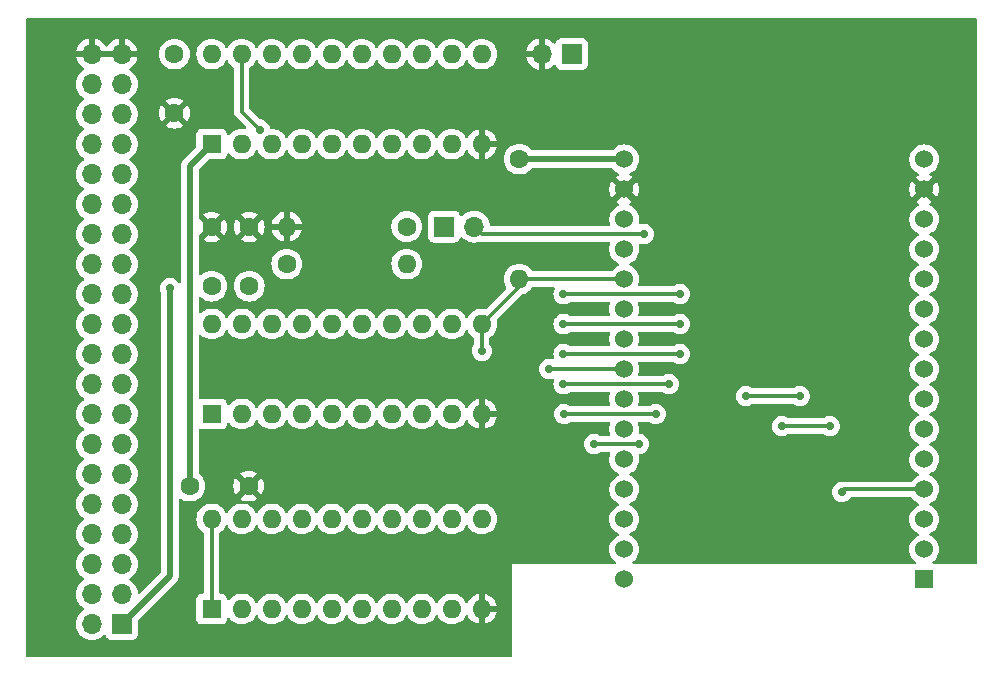
<source format=gbl>
%TF.GenerationSoftware,KiCad,Pcbnew,(6.0.8-1)-1*%
%TF.CreationDate,2022-10-09T21:55:28-07:00*%
%TF.ProjectId,PCB,5043422e-6b69-4636-9164-5f7063625858,rev?*%
%TF.SameCoordinates,Original*%
%TF.FileFunction,Copper,L2,Bot*%
%TF.FilePolarity,Positive*%
%FSLAX46Y46*%
G04 Gerber Fmt 4.6, Leading zero omitted, Abs format (unit mm)*
G04 Created by KiCad (PCBNEW (6.0.8-1)-1) date 2022-10-09 21:55:28*
%MOMM*%
%LPD*%
G01*
G04 APERTURE LIST*
%TA.AperFunction,ComponentPad*%
%ADD10R,1.700000X1.700000*%
%TD*%
%TA.AperFunction,ComponentPad*%
%ADD11O,1.700000X1.700000*%
%TD*%
%TA.AperFunction,ComponentPad*%
%ADD12R,1.600000X1.600000*%
%TD*%
%TA.AperFunction,ComponentPad*%
%ADD13O,1.600000X1.600000*%
%TD*%
%TA.AperFunction,ComponentPad*%
%ADD14C,1.600000*%
%TD*%
%TA.AperFunction,ComponentPad*%
%ADD15R,1.524000X1.524000*%
%TD*%
%TA.AperFunction,ComponentPad*%
%ADD16C,1.524000*%
%TD*%
%TA.AperFunction,ViaPad*%
%ADD17C,0.700000*%
%TD*%
%TA.AperFunction,Conductor*%
%ADD18C,0.300000*%
%TD*%
%TA.AperFunction,Conductor*%
%ADD19C,0.500000*%
%TD*%
G04 APERTURE END LIST*
D10*
X91440000Y-68580000D03*
D11*
X88900000Y-68580000D03*
D12*
X60960000Y-115560000D03*
D13*
X63500000Y-115560000D03*
X66040000Y-115560000D03*
X68580000Y-115560000D03*
X71120000Y-115560000D03*
X73660000Y-115560000D03*
X76200000Y-115560000D03*
X78740000Y-115560000D03*
X81280000Y-115560000D03*
X83820000Y-115560000D03*
X83820000Y-107940000D03*
X81280000Y-107940000D03*
X78740000Y-107940000D03*
X76200000Y-107940000D03*
X73660000Y-107940000D03*
X71120000Y-107940000D03*
X68580000Y-107940000D03*
X66040000Y-107940000D03*
X63500000Y-107940000D03*
X60960000Y-107940000D03*
D14*
X67310000Y-86360000D03*
D13*
X77470000Y-86360000D03*
D12*
X60960000Y-76200000D03*
D13*
X63500000Y-76200000D03*
X66040000Y-76200000D03*
X68580000Y-76200000D03*
X71120000Y-76200000D03*
X73660000Y-76200000D03*
X76200000Y-76200000D03*
X78740000Y-76200000D03*
X81280000Y-76200000D03*
X83820000Y-76200000D03*
X83820000Y-68580000D03*
X81280000Y-68580000D03*
X78740000Y-68580000D03*
X76200000Y-68580000D03*
X73660000Y-68580000D03*
X71120000Y-68580000D03*
X68580000Y-68580000D03*
X66040000Y-68580000D03*
X63500000Y-68580000D03*
X60960000Y-68580000D03*
D14*
X57800000Y-68580000D03*
X57800000Y-73580000D03*
D10*
X80640000Y-83185000D03*
D11*
X83180000Y-83185000D03*
D14*
X60960000Y-88225000D03*
X60960000Y-83225000D03*
X59095000Y-105156000D03*
X64095000Y-105156000D03*
X77470000Y-83185000D03*
D13*
X67310000Y-83185000D03*
D15*
X121285000Y-113055000D03*
D16*
X121285000Y-110515000D03*
X121285000Y-107975000D03*
X121285000Y-105435000D03*
X121285000Y-102895000D03*
X121285000Y-100355000D03*
X121285000Y-97815000D03*
X121285000Y-95275000D03*
X121285000Y-92735000D03*
X121285000Y-90195000D03*
X121285000Y-87655000D03*
X121285000Y-85115000D03*
X121285000Y-82575000D03*
X121285000Y-80035000D03*
X121285000Y-77495000D03*
X95885000Y-77495000D03*
X95885000Y-80035000D03*
X95885000Y-82575000D03*
X95885000Y-85115000D03*
X95885000Y-87655000D03*
X95885000Y-90195000D03*
X95885000Y-92735000D03*
X95885000Y-95275000D03*
X95885000Y-97815000D03*
X95885000Y-100355000D03*
X95885000Y-102895000D03*
X95885000Y-105435000D03*
X95885000Y-107975000D03*
X95885000Y-110515000D03*
X95885000Y-113055000D03*
D14*
X86995000Y-77470000D03*
D13*
X86995000Y-87630000D03*
D12*
X60965000Y-99050000D03*
D13*
X63505000Y-99050000D03*
X66045000Y-99050000D03*
X68585000Y-99050000D03*
X71125000Y-99050000D03*
X73665000Y-99050000D03*
X76205000Y-99050000D03*
X78745000Y-99050000D03*
X81285000Y-99050000D03*
X83825000Y-99050000D03*
X83825000Y-91430000D03*
X81285000Y-91430000D03*
X78745000Y-91430000D03*
X76205000Y-91430000D03*
X73665000Y-91430000D03*
X71125000Y-91430000D03*
X68585000Y-91430000D03*
X66045000Y-91430000D03*
X63505000Y-91430000D03*
X60965000Y-91430000D03*
D14*
X64135000Y-88225000D03*
X64135000Y-83225000D03*
D10*
X53340000Y-116840000D03*
D11*
X50800000Y-116840000D03*
X53340000Y-114300000D03*
X50800000Y-114300000D03*
X53340000Y-111760000D03*
X50800000Y-111760000D03*
X53340000Y-109220000D03*
X50800000Y-109220000D03*
X53340000Y-106680000D03*
X50800000Y-106680000D03*
X53340000Y-104140000D03*
X50800000Y-104140000D03*
X53340000Y-101600000D03*
X50800000Y-101600000D03*
X53340000Y-99060000D03*
X50800000Y-99060000D03*
X53340000Y-96520000D03*
X50800000Y-96520000D03*
X53340000Y-93980000D03*
X50800000Y-93980000D03*
X53340000Y-91440000D03*
X50800000Y-91440000D03*
X53340000Y-88900000D03*
X50800000Y-88900000D03*
X53340000Y-86360000D03*
X50800000Y-86360000D03*
X53340000Y-83820000D03*
X50800000Y-83820000D03*
X53340000Y-81280000D03*
X50800000Y-81280000D03*
X53340000Y-78740000D03*
X50800000Y-78740000D03*
X53340000Y-76200000D03*
X50800000Y-76200000D03*
X53340000Y-73660000D03*
X50800000Y-73660000D03*
X53340000Y-71120000D03*
X50800000Y-71120000D03*
X53340000Y-68580000D03*
X50800000Y-68580000D03*
D17*
X97536000Y-83820000D03*
X90740500Y-93980000D03*
X100584000Y-93980000D03*
X90740500Y-91440000D03*
X100584000Y-91440000D03*
X114300000Y-105664000D03*
X100584000Y-88900000D03*
X90740500Y-88900000D03*
X109220000Y-100076000D03*
X113284000Y-100076000D03*
X106172000Y-97536000D03*
X110744000Y-97536000D03*
X90740500Y-96520000D03*
X99695000Y-96520000D03*
X98552000Y-99060000D03*
X90805000Y-99060000D03*
X97155000Y-101600000D03*
X93345000Y-101600000D03*
X57404000Y-88392000D03*
X65024000Y-74967500D03*
X83820000Y-93726000D03*
X89535000Y-95250000D03*
D18*
X83815000Y-83820000D02*
X97536000Y-83820000D01*
X83180000Y-83185000D02*
X83815000Y-83820000D01*
X90740500Y-93980000D02*
X100584000Y-93980000D01*
X90740500Y-91440000D02*
X97536000Y-91440000D01*
X97536000Y-91440000D02*
X100584000Y-91440000D01*
X114529000Y-105435000D02*
X121285000Y-105435000D01*
X114300000Y-105664000D02*
X114529000Y-105435000D01*
X90740500Y-88900000D02*
X100584000Y-88900000D01*
X109220000Y-100076000D02*
X113284000Y-100076000D01*
X106172000Y-97536000D02*
X110744000Y-97536000D01*
X90740500Y-96520000D02*
X99695000Y-96520000D01*
X90805000Y-99060000D02*
X98552000Y-99060000D01*
X93345000Y-101600000D02*
X97155000Y-101600000D01*
D19*
X57404000Y-112776000D02*
X57404000Y-88392000D01*
X53340000Y-116840000D02*
X57404000Y-112776000D01*
X59095000Y-78065000D02*
X59095000Y-105156000D01*
D18*
X60960000Y-107940000D02*
X60960000Y-115560000D01*
D19*
X87020000Y-77495000D02*
X86995000Y-77470000D01*
X95885000Y-77495000D02*
X87020000Y-77495000D01*
X60960000Y-76200000D02*
X59095000Y-78065000D01*
D18*
X63500000Y-68580000D02*
X63500000Y-73443500D01*
X86995000Y-87630000D02*
X95860000Y-87630000D01*
X86995000Y-88260000D02*
X86995000Y-87630000D01*
X63500000Y-73443500D02*
X65024000Y-74967500D01*
X95860000Y-87630000D02*
X95885000Y-87655000D01*
X83825000Y-91430000D02*
X83825000Y-93721000D01*
X83825000Y-93721000D02*
X83820000Y-93726000D01*
X83825000Y-91430000D02*
X86995000Y-88260000D01*
X89535000Y-95250000D02*
X89560000Y-95275000D01*
X89560000Y-95275000D02*
X95885000Y-95275000D01*
%TA.AperFunction,Conductor*%
G36*
X125680539Y-65544185D02*
G01*
X125726294Y-65596989D01*
X125737500Y-65648500D01*
X125737500Y-111636000D01*
X125717815Y-111703039D01*
X125665011Y-111748794D01*
X125613500Y-111760000D01*
X122101336Y-111760000D01*
X122034297Y-111740315D01*
X121988542Y-111687511D01*
X121978598Y-111618353D01*
X122007623Y-111554797D01*
X122030213Y-111534425D01*
X122095185Y-111488932D01*
X122095189Y-111488928D01*
X122099620Y-111485826D01*
X122255826Y-111329620D01*
X122258928Y-111325189D01*
X122258932Y-111325185D01*
X122379426Y-111153100D01*
X122379427Y-111153098D01*
X122382534Y-111148661D01*
X122475894Y-110948450D01*
X122533070Y-110735068D01*
X122552323Y-110515000D01*
X122533070Y-110294932D01*
X122478534Y-110091401D01*
X122477295Y-110086777D01*
X122477293Y-110086773D01*
X122475894Y-110081550D01*
X122382534Y-109881339D01*
X122364107Y-109855022D01*
X122258932Y-109704815D01*
X122258928Y-109704811D01*
X122255826Y-109700380D01*
X122099620Y-109544174D01*
X122095189Y-109541072D01*
X122095185Y-109541068D01*
X121965150Y-109450017D01*
X121918662Y-109417466D01*
X121789809Y-109357381D01*
X121737371Y-109311210D01*
X121718219Y-109244016D01*
X121738435Y-109177135D01*
X121789809Y-109132619D01*
X121918662Y-109072534D01*
X121979387Y-109030014D01*
X122095185Y-108948932D01*
X122095189Y-108948928D01*
X122099620Y-108945826D01*
X122255826Y-108789620D01*
X122258928Y-108785189D01*
X122258932Y-108785185D01*
X122379426Y-108613100D01*
X122379427Y-108613098D01*
X122382534Y-108608661D01*
X122475894Y-108408450D01*
X122533070Y-108195068D01*
X122552323Y-107975000D01*
X122533070Y-107754932D01*
X122478534Y-107551401D01*
X122477295Y-107546777D01*
X122477293Y-107546773D01*
X122475894Y-107541550D01*
X122382534Y-107341339D01*
X122341564Y-107282827D01*
X122258932Y-107164815D01*
X122258928Y-107164811D01*
X122255826Y-107160380D01*
X122099620Y-107004174D01*
X122095189Y-107001072D01*
X122095185Y-107001068D01*
X121965150Y-106910017D01*
X121918662Y-106877466D01*
X121789809Y-106817381D01*
X121737371Y-106771210D01*
X121718219Y-106704016D01*
X121738435Y-106637135D01*
X121789809Y-106592619D01*
X121918662Y-106532534D01*
X122020829Y-106460996D01*
X122095185Y-106408932D01*
X122095189Y-106408928D01*
X122099620Y-106405826D01*
X122255826Y-106249620D01*
X122258928Y-106245189D01*
X122258932Y-106245185D01*
X122379426Y-106073100D01*
X122379427Y-106073098D01*
X122382534Y-106068661D01*
X122475894Y-105868450D01*
X122484766Y-105835342D01*
X122531668Y-105660300D01*
X122533070Y-105655068D01*
X122552323Y-105435000D01*
X122533070Y-105214932D01*
X122516497Y-105153082D01*
X122477295Y-105006777D01*
X122477293Y-105006773D01*
X122475894Y-105001550D01*
X122382534Y-104801339D01*
X122376709Y-104793020D01*
X122258932Y-104624815D01*
X122258928Y-104624811D01*
X122255826Y-104620380D01*
X122099620Y-104464174D01*
X122095189Y-104461072D01*
X122095185Y-104461068D01*
X121965150Y-104370017D01*
X121918662Y-104337466D01*
X121789809Y-104277381D01*
X121737371Y-104231210D01*
X121718219Y-104164016D01*
X121738435Y-104097135D01*
X121789809Y-104052619D01*
X121918662Y-103992534D01*
X122010352Y-103928332D01*
X122095185Y-103868932D01*
X122095189Y-103868928D01*
X122099620Y-103865826D01*
X122255826Y-103709620D01*
X122258928Y-103705189D01*
X122258932Y-103705185D01*
X122379426Y-103533100D01*
X122379427Y-103533098D01*
X122382534Y-103528661D01*
X122475894Y-103328450D01*
X122533070Y-103115068D01*
X122552323Y-102895000D01*
X122533070Y-102674932D01*
X122522280Y-102634664D01*
X122477295Y-102466777D01*
X122477293Y-102466773D01*
X122475894Y-102461550D01*
X122382534Y-102261339D01*
X122369144Y-102242216D01*
X122258932Y-102084815D01*
X122258928Y-102084811D01*
X122255826Y-102080380D01*
X122099620Y-101924174D01*
X122095189Y-101921072D01*
X122095185Y-101921068D01*
X121965150Y-101830017D01*
X121918662Y-101797466D01*
X121789809Y-101737381D01*
X121737371Y-101691210D01*
X121718219Y-101624016D01*
X121738435Y-101557135D01*
X121789809Y-101512619D01*
X121918662Y-101452534D01*
X121979387Y-101410014D01*
X122095185Y-101328932D01*
X122095189Y-101328928D01*
X122099620Y-101325826D01*
X122255826Y-101169620D01*
X122258928Y-101165189D01*
X122258932Y-101165185D01*
X122379426Y-100993100D01*
X122379427Y-100993098D01*
X122382534Y-100988661D01*
X122475894Y-100788450D01*
X122485969Y-100750853D01*
X122528060Y-100593766D01*
X122533070Y-100575068D01*
X122552323Y-100355000D01*
X122533070Y-100134932D01*
X122487766Y-99965856D01*
X122477295Y-99926777D01*
X122477293Y-99926773D01*
X122475894Y-99921550D01*
X122382534Y-99721339D01*
X122379426Y-99716900D01*
X122258932Y-99544815D01*
X122258928Y-99544811D01*
X122255826Y-99540380D01*
X122099620Y-99384174D01*
X122095189Y-99381072D01*
X122095185Y-99381068D01*
X121965150Y-99290017D01*
X121918662Y-99257466D01*
X121789809Y-99197381D01*
X121737371Y-99151210D01*
X121718219Y-99084016D01*
X121738435Y-99017135D01*
X121789809Y-98972619D01*
X121918662Y-98912534D01*
X121979387Y-98870014D01*
X122095185Y-98788932D01*
X122095189Y-98788928D01*
X122099620Y-98785826D01*
X122255826Y-98629620D01*
X122258928Y-98625189D01*
X122258932Y-98625185D01*
X122379426Y-98453100D01*
X122379427Y-98453098D01*
X122382534Y-98448661D01*
X122475894Y-98248450D01*
X122485969Y-98210852D01*
X122528056Y-98053782D01*
X122533070Y-98035068D01*
X122552323Y-97815000D01*
X122533070Y-97594932D01*
X122478534Y-97391401D01*
X122477295Y-97386777D01*
X122477293Y-97386773D01*
X122475894Y-97381550D01*
X122382534Y-97181339D01*
X122379426Y-97176900D01*
X122258932Y-97004815D01*
X122258928Y-97004811D01*
X122255826Y-97000380D01*
X122099620Y-96844174D01*
X122095189Y-96841072D01*
X122095185Y-96841068D01*
X121965150Y-96750017D01*
X121918662Y-96717466D01*
X121789809Y-96657381D01*
X121737371Y-96611210D01*
X121718219Y-96544016D01*
X121738435Y-96477135D01*
X121789809Y-96432619D01*
X121918662Y-96372534D01*
X121979387Y-96330014D01*
X122095185Y-96248932D01*
X122095189Y-96248928D01*
X122099620Y-96245826D01*
X122255826Y-96089620D01*
X122258928Y-96085189D01*
X122258932Y-96085185D01*
X122379426Y-95913100D01*
X122379427Y-95913098D01*
X122382534Y-95908661D01*
X122475894Y-95708450D01*
X122485969Y-95670852D01*
X122531668Y-95500300D01*
X122533070Y-95495068D01*
X122552323Y-95275000D01*
X122533070Y-95054932D01*
X122522280Y-95014664D01*
X122477295Y-94846777D01*
X122477293Y-94846773D01*
X122475894Y-94841550D01*
X122382534Y-94641339D01*
X122379426Y-94636900D01*
X122258932Y-94464815D01*
X122258928Y-94464811D01*
X122255826Y-94460380D01*
X122099620Y-94304174D01*
X122095189Y-94301072D01*
X122095185Y-94301068D01*
X121965150Y-94210017D01*
X121918662Y-94177466D01*
X121789809Y-94117381D01*
X121737371Y-94071210D01*
X121718219Y-94004016D01*
X121738435Y-93937135D01*
X121789809Y-93892619D01*
X121918662Y-93832534D01*
X121979387Y-93790014D01*
X122095185Y-93708932D01*
X122095189Y-93708928D01*
X122099620Y-93705826D01*
X122255826Y-93549620D01*
X122258928Y-93545189D01*
X122258932Y-93545185D01*
X122379426Y-93373100D01*
X122379427Y-93373098D01*
X122382534Y-93368661D01*
X122475894Y-93168450D01*
X122485969Y-93130852D01*
X122531668Y-92960300D01*
X122533070Y-92955068D01*
X122552323Y-92735000D01*
X122533070Y-92514932D01*
X122485193Y-92336254D01*
X122477295Y-92306777D01*
X122477293Y-92306773D01*
X122475894Y-92301550D01*
X122382534Y-92101339D01*
X122379426Y-92096900D01*
X122258932Y-91924815D01*
X122258928Y-91924811D01*
X122255826Y-91920380D01*
X122099620Y-91764174D01*
X122095189Y-91761072D01*
X122095185Y-91761068D01*
X121953582Y-91661917D01*
X121918662Y-91637466D01*
X121789809Y-91577381D01*
X121737371Y-91531210D01*
X121718219Y-91464016D01*
X121738435Y-91397135D01*
X121789809Y-91352619D01*
X121918662Y-91292534D01*
X121979387Y-91250014D01*
X122095185Y-91168932D01*
X122095189Y-91168928D01*
X122099620Y-91165826D01*
X122255826Y-91009620D01*
X122258928Y-91005189D01*
X122258932Y-91005185D01*
X122379426Y-90833100D01*
X122379427Y-90833098D01*
X122382534Y-90828661D01*
X122475894Y-90628450D01*
X122485969Y-90590852D01*
X122528056Y-90433782D01*
X122533070Y-90415068D01*
X122552323Y-90195000D01*
X122533070Y-89974932D01*
X122478534Y-89771401D01*
X122477295Y-89766777D01*
X122477293Y-89766773D01*
X122475894Y-89761550D01*
X122382534Y-89561339D01*
X122379426Y-89556900D01*
X122258932Y-89384815D01*
X122258928Y-89384811D01*
X122255826Y-89380380D01*
X122099620Y-89224174D01*
X122095189Y-89221072D01*
X122095185Y-89221068D01*
X121965150Y-89130017D01*
X121918662Y-89097466D01*
X121789809Y-89037381D01*
X121737371Y-88991210D01*
X121718219Y-88924016D01*
X121738435Y-88857135D01*
X121789809Y-88812619D01*
X121918662Y-88752534D01*
X121979387Y-88710014D01*
X122095185Y-88628932D01*
X122095189Y-88628928D01*
X122099620Y-88625826D01*
X122255826Y-88469620D01*
X122258928Y-88465189D01*
X122258932Y-88465185D01*
X122379426Y-88293100D01*
X122379427Y-88293098D01*
X122382534Y-88288661D01*
X122475894Y-88088450D01*
X122477782Y-88081406D01*
X122531668Y-87880300D01*
X122533070Y-87875068D01*
X122552323Y-87655000D01*
X122533070Y-87434932D01*
X122513837Y-87363153D01*
X122477295Y-87226777D01*
X122477293Y-87226773D01*
X122475894Y-87221550D01*
X122382534Y-87021339D01*
X122369144Y-87002216D01*
X122258932Y-86844815D01*
X122258928Y-86844811D01*
X122255826Y-86840380D01*
X122099620Y-86684174D01*
X122095189Y-86681072D01*
X122095185Y-86681068D01*
X121952703Y-86581302D01*
X121918662Y-86557466D01*
X121789809Y-86497381D01*
X121737371Y-86451210D01*
X121718219Y-86384016D01*
X121738435Y-86317135D01*
X121789809Y-86272619D01*
X121918662Y-86212534D01*
X122031809Y-86133308D01*
X122095185Y-86088932D01*
X122095189Y-86088928D01*
X122099620Y-86085826D01*
X122255826Y-85929620D01*
X122258928Y-85925189D01*
X122258932Y-85925185D01*
X122379426Y-85753100D01*
X122379427Y-85753098D01*
X122382534Y-85748661D01*
X122475894Y-85548450D01*
X122482099Y-85525296D01*
X122531668Y-85340300D01*
X122533070Y-85335068D01*
X122552323Y-85115000D01*
X122533070Y-84894932D01*
X122501965Y-84778847D01*
X122477295Y-84686777D01*
X122477293Y-84686773D01*
X122475894Y-84681550D01*
X122382534Y-84481339D01*
X122379426Y-84476900D01*
X122258932Y-84304815D01*
X122258928Y-84304811D01*
X122255826Y-84300380D01*
X122099620Y-84144174D01*
X122095189Y-84141072D01*
X122095185Y-84141068D01*
X121928192Y-84024139D01*
X121918662Y-84017466D01*
X121789809Y-83957381D01*
X121737371Y-83911210D01*
X121718219Y-83844016D01*
X121738435Y-83777135D01*
X121789809Y-83732619D01*
X121918662Y-83672534D01*
X121984988Y-83626092D01*
X122095185Y-83548932D01*
X122095189Y-83548928D01*
X122099620Y-83545826D01*
X122255826Y-83389620D01*
X122258928Y-83385189D01*
X122258932Y-83385185D01*
X122379426Y-83213100D01*
X122379427Y-83213098D01*
X122382534Y-83208661D01*
X122475894Y-83008450D01*
X122479991Y-82993163D01*
X122531668Y-82800300D01*
X122533070Y-82795068D01*
X122552323Y-82575000D01*
X122533070Y-82354932D01*
X122515035Y-82287624D01*
X122477295Y-82146777D01*
X122477293Y-82146773D01*
X122475894Y-82141550D01*
X122382534Y-81941339D01*
X122367947Y-81920506D01*
X122258932Y-81764815D01*
X122258928Y-81764811D01*
X122255826Y-81760380D01*
X122099620Y-81604174D01*
X122095189Y-81601072D01*
X122095185Y-81601068D01*
X121965150Y-81510017D01*
X121918662Y-81477466D01*
X121913757Y-81475179D01*
X121913754Y-81475177D01*
X121789219Y-81417106D01*
X121736779Y-81370934D01*
X121717627Y-81303740D01*
X121737843Y-81236859D01*
X121789218Y-81192342D01*
X121913507Y-81134385D01*
X121922845Y-81128994D01*
X121968583Y-81096968D01*
X121976826Y-81086657D01*
X121969870Y-81073424D01*
X121297607Y-80401160D01*
X121283887Y-80393668D01*
X121282082Y-80393797D01*
X121275573Y-80397980D01*
X120599419Y-81074135D01*
X120593093Y-81085721D01*
X120602240Y-81097545D01*
X120647155Y-81128994D01*
X120656493Y-81134385D01*
X120780782Y-81192342D01*
X120833221Y-81238514D01*
X120852373Y-81305708D01*
X120832157Y-81372589D01*
X120780781Y-81417106D01*
X120651339Y-81477466D01*
X120646905Y-81480571D01*
X120646900Y-81480574D01*
X120474815Y-81601068D01*
X120474811Y-81601072D01*
X120470380Y-81604174D01*
X120314174Y-81760380D01*
X120311072Y-81764811D01*
X120311068Y-81764815D01*
X120202053Y-81920506D01*
X120187466Y-81941339D01*
X120094106Y-82141550D01*
X120092707Y-82146773D01*
X120092705Y-82146777D01*
X120054965Y-82287624D01*
X120036930Y-82354932D01*
X120017677Y-82575000D01*
X120036930Y-82795068D01*
X120038332Y-82800300D01*
X120090010Y-82993163D01*
X120094106Y-83008450D01*
X120187466Y-83208661D01*
X120190573Y-83213098D01*
X120190574Y-83213100D01*
X120311068Y-83385185D01*
X120311072Y-83385189D01*
X120314174Y-83389620D01*
X120470380Y-83545826D01*
X120474811Y-83548928D01*
X120474815Y-83548932D01*
X120585012Y-83626092D01*
X120651338Y-83672534D01*
X120780191Y-83732619D01*
X120832629Y-83778790D01*
X120851781Y-83845984D01*
X120831565Y-83912865D01*
X120780191Y-83957381D01*
X120651339Y-84017466D01*
X120646905Y-84020571D01*
X120646900Y-84020574D01*
X120474815Y-84141068D01*
X120474811Y-84141072D01*
X120470380Y-84144174D01*
X120314174Y-84300380D01*
X120311072Y-84304811D01*
X120311068Y-84304815D01*
X120190574Y-84476900D01*
X120187466Y-84481339D01*
X120094106Y-84681550D01*
X120092707Y-84686773D01*
X120092705Y-84686777D01*
X120068035Y-84778847D01*
X120036930Y-84894932D01*
X120017677Y-85115000D01*
X120036930Y-85335068D01*
X120038332Y-85340300D01*
X120087902Y-85525296D01*
X120094106Y-85548450D01*
X120187466Y-85748661D01*
X120190573Y-85753098D01*
X120190574Y-85753100D01*
X120311068Y-85925185D01*
X120311072Y-85925189D01*
X120314174Y-85929620D01*
X120470380Y-86085826D01*
X120474811Y-86088928D01*
X120474815Y-86088932D01*
X120538191Y-86133308D01*
X120651338Y-86212534D01*
X120780191Y-86272619D01*
X120832629Y-86318790D01*
X120851781Y-86385984D01*
X120831565Y-86452865D01*
X120780191Y-86497381D01*
X120651339Y-86557466D01*
X120646905Y-86560571D01*
X120646900Y-86560574D01*
X120474815Y-86681068D01*
X120474811Y-86681072D01*
X120470380Y-86684174D01*
X120314174Y-86840380D01*
X120311072Y-86844811D01*
X120311068Y-86844815D01*
X120200856Y-87002216D01*
X120187466Y-87021339D01*
X120094106Y-87221550D01*
X120092707Y-87226773D01*
X120092705Y-87226777D01*
X120056163Y-87363153D01*
X120036930Y-87434932D01*
X120017677Y-87655000D01*
X120036930Y-87875068D01*
X120038332Y-87880300D01*
X120092219Y-88081406D01*
X120094106Y-88088450D01*
X120187466Y-88288661D01*
X120190573Y-88293098D01*
X120190574Y-88293100D01*
X120311068Y-88465185D01*
X120311072Y-88465189D01*
X120314174Y-88469620D01*
X120470380Y-88625826D01*
X120474811Y-88628928D01*
X120474815Y-88628932D01*
X120590613Y-88710014D01*
X120651338Y-88752534D01*
X120780191Y-88812619D01*
X120832629Y-88858790D01*
X120851781Y-88925984D01*
X120831565Y-88992865D01*
X120780191Y-89037381D01*
X120651339Y-89097466D01*
X120646905Y-89100571D01*
X120646900Y-89100574D01*
X120474815Y-89221068D01*
X120474811Y-89221072D01*
X120470380Y-89224174D01*
X120314174Y-89380380D01*
X120311072Y-89384811D01*
X120311068Y-89384815D01*
X120190574Y-89556900D01*
X120187466Y-89561339D01*
X120094106Y-89761550D01*
X120092707Y-89766773D01*
X120092705Y-89766777D01*
X120091466Y-89771401D01*
X120036930Y-89974932D01*
X120017677Y-90195000D01*
X120036930Y-90415068D01*
X120041944Y-90433782D01*
X120084032Y-90590852D01*
X120094106Y-90628450D01*
X120187466Y-90828661D01*
X120190573Y-90833098D01*
X120190574Y-90833100D01*
X120311068Y-91005185D01*
X120311072Y-91005189D01*
X120314174Y-91009620D01*
X120470380Y-91165826D01*
X120474811Y-91168928D01*
X120474815Y-91168932D01*
X120590613Y-91250014D01*
X120651338Y-91292534D01*
X120780191Y-91352619D01*
X120832629Y-91398790D01*
X120851781Y-91465984D01*
X120831565Y-91532865D01*
X120780191Y-91577381D01*
X120651339Y-91637466D01*
X120646905Y-91640571D01*
X120646900Y-91640574D01*
X120474815Y-91761068D01*
X120474811Y-91761072D01*
X120470380Y-91764174D01*
X120314174Y-91920380D01*
X120311072Y-91924811D01*
X120311068Y-91924815D01*
X120190574Y-92096900D01*
X120187466Y-92101339D01*
X120094106Y-92301550D01*
X120092707Y-92306773D01*
X120092705Y-92306777D01*
X120084807Y-92336254D01*
X120036930Y-92514932D01*
X120017677Y-92735000D01*
X120036930Y-92955068D01*
X120038332Y-92960300D01*
X120084032Y-93130852D01*
X120094106Y-93168450D01*
X120187466Y-93368661D01*
X120190573Y-93373098D01*
X120190574Y-93373100D01*
X120311068Y-93545185D01*
X120311072Y-93545189D01*
X120314174Y-93549620D01*
X120470380Y-93705826D01*
X120474811Y-93708928D01*
X120474815Y-93708932D01*
X120590613Y-93790014D01*
X120651338Y-93832534D01*
X120780191Y-93892619D01*
X120832629Y-93938790D01*
X120851781Y-94005984D01*
X120831565Y-94072865D01*
X120780191Y-94117381D01*
X120651339Y-94177466D01*
X120646905Y-94180571D01*
X120646900Y-94180574D01*
X120474815Y-94301068D01*
X120474811Y-94301072D01*
X120470380Y-94304174D01*
X120314174Y-94460380D01*
X120311072Y-94464811D01*
X120311068Y-94464815D01*
X120190574Y-94636900D01*
X120187466Y-94641339D01*
X120094106Y-94841550D01*
X120092707Y-94846773D01*
X120092705Y-94846777D01*
X120047720Y-95014664D01*
X120036930Y-95054932D01*
X120017677Y-95275000D01*
X120036930Y-95495068D01*
X120038332Y-95500300D01*
X120084032Y-95670852D01*
X120094106Y-95708450D01*
X120187466Y-95908661D01*
X120190573Y-95913098D01*
X120190574Y-95913100D01*
X120311068Y-96085185D01*
X120311072Y-96085189D01*
X120314174Y-96089620D01*
X120470380Y-96245826D01*
X120474811Y-96248928D01*
X120474815Y-96248932D01*
X120590613Y-96330014D01*
X120651338Y-96372534D01*
X120780191Y-96432619D01*
X120832629Y-96478790D01*
X120851781Y-96545984D01*
X120831565Y-96612865D01*
X120780191Y-96657381D01*
X120651339Y-96717466D01*
X120646905Y-96720571D01*
X120646900Y-96720574D01*
X120474815Y-96841068D01*
X120474811Y-96841072D01*
X120470380Y-96844174D01*
X120314174Y-97000380D01*
X120311072Y-97004811D01*
X120311068Y-97004815D01*
X120190574Y-97176900D01*
X120187466Y-97181339D01*
X120094106Y-97381550D01*
X120092707Y-97386773D01*
X120092705Y-97386777D01*
X120091466Y-97391401D01*
X120036930Y-97594932D01*
X120017677Y-97815000D01*
X120036930Y-98035068D01*
X120041944Y-98053782D01*
X120084032Y-98210852D01*
X120094106Y-98248450D01*
X120187466Y-98448661D01*
X120190573Y-98453098D01*
X120190574Y-98453100D01*
X120311068Y-98625185D01*
X120311072Y-98625189D01*
X120314174Y-98629620D01*
X120470380Y-98785826D01*
X120474811Y-98788928D01*
X120474815Y-98788932D01*
X120590613Y-98870014D01*
X120651338Y-98912534D01*
X120780191Y-98972619D01*
X120832629Y-99018790D01*
X120851781Y-99085984D01*
X120831565Y-99152865D01*
X120780191Y-99197381D01*
X120651339Y-99257466D01*
X120646905Y-99260571D01*
X120646900Y-99260574D01*
X120474815Y-99381068D01*
X120474811Y-99381072D01*
X120470380Y-99384174D01*
X120314174Y-99540380D01*
X120311072Y-99544811D01*
X120311068Y-99544815D01*
X120190574Y-99716900D01*
X120187466Y-99721339D01*
X120094106Y-99921550D01*
X120092707Y-99926773D01*
X120092705Y-99926777D01*
X120082234Y-99965856D01*
X120036930Y-100134932D01*
X120017677Y-100355000D01*
X120036930Y-100575068D01*
X120041940Y-100593766D01*
X120084032Y-100750853D01*
X120094106Y-100788450D01*
X120187466Y-100988661D01*
X120190573Y-100993098D01*
X120190574Y-100993100D01*
X120311068Y-101165185D01*
X120311072Y-101165189D01*
X120314174Y-101169620D01*
X120470380Y-101325826D01*
X120474811Y-101328928D01*
X120474815Y-101328932D01*
X120590613Y-101410014D01*
X120651338Y-101452534D01*
X120780191Y-101512619D01*
X120832629Y-101558790D01*
X120851781Y-101625984D01*
X120831565Y-101692865D01*
X120780191Y-101737381D01*
X120651339Y-101797466D01*
X120646905Y-101800571D01*
X120646900Y-101800574D01*
X120474815Y-101921068D01*
X120474811Y-101921072D01*
X120470380Y-101924174D01*
X120314174Y-102080380D01*
X120311072Y-102084811D01*
X120311068Y-102084815D01*
X120200856Y-102242216D01*
X120187466Y-102261339D01*
X120094106Y-102461550D01*
X120092707Y-102466773D01*
X120092705Y-102466777D01*
X120047720Y-102634664D01*
X120036930Y-102674932D01*
X120017677Y-102895000D01*
X120036930Y-103115068D01*
X120094106Y-103328450D01*
X120187466Y-103528661D01*
X120190573Y-103533098D01*
X120190574Y-103533100D01*
X120311068Y-103705185D01*
X120311072Y-103705189D01*
X120314174Y-103709620D01*
X120470380Y-103865826D01*
X120474811Y-103868928D01*
X120474815Y-103868932D01*
X120559648Y-103928332D01*
X120651338Y-103992534D01*
X120780191Y-104052619D01*
X120832629Y-104098790D01*
X120851781Y-104165984D01*
X120831565Y-104232865D01*
X120780191Y-104277381D01*
X120651339Y-104337466D01*
X120646905Y-104340571D01*
X120646900Y-104340574D01*
X120474815Y-104461068D01*
X120474811Y-104461072D01*
X120470380Y-104464174D01*
X120314174Y-104620380D01*
X120248106Y-104714737D01*
X120236282Y-104731623D01*
X120181706Y-104775248D01*
X120134707Y-104784500D01*
X114610073Y-104784500D01*
X114598404Y-104783950D01*
X114598318Y-104783942D01*
X114590704Y-104782240D01*
X114582907Y-104782485D01*
X114582906Y-104782485D01*
X114520738Y-104784439D01*
X114516843Y-104784500D01*
X114488075Y-104784500D01*
X114483698Y-104785053D01*
X114472064Y-104785968D01*
X114426431Y-104787403D01*
X114418939Y-104789580D01*
X114418937Y-104789580D01*
X114406055Y-104793323D01*
X114387008Y-104797268D01*
X114365942Y-104799929D01*
X114353658Y-104804793D01*
X114308012Y-104813500D01*
X114210609Y-104813500D01*
X114204251Y-104814852D01*
X114204246Y-104814852D01*
X114062349Y-104845014D01*
X114035733Y-104850671D01*
X113872408Y-104923388D01*
X113727770Y-105028474D01*
X113608141Y-105161335D01*
X113518750Y-105316165D01*
X113463503Y-105486197D01*
X113444815Y-105664000D01*
X113463503Y-105841803D01*
X113518750Y-106011835D01*
X113608141Y-106166665D01*
X113727770Y-106299526D01*
X113872407Y-106404612D01*
X113878341Y-106407254D01*
X113998979Y-106460965D01*
X114035733Y-106477329D01*
X114042095Y-106478681D01*
X114042094Y-106478681D01*
X114204246Y-106513148D01*
X114204251Y-106513148D01*
X114210609Y-106514500D01*
X114389391Y-106514500D01*
X114395749Y-106513148D01*
X114395754Y-106513148D01*
X114557906Y-106478681D01*
X114557905Y-106478681D01*
X114564267Y-106477329D01*
X114601022Y-106460965D01*
X114721659Y-106407254D01*
X114727593Y-106404612D01*
X114872230Y-106299526D01*
X114991859Y-106166665D01*
X115002924Y-106147500D01*
X115053491Y-106099284D01*
X115110311Y-106085500D01*
X120134707Y-106085500D01*
X120201746Y-106105185D01*
X120236281Y-106138376D01*
X120314174Y-106249620D01*
X120470380Y-106405826D01*
X120474811Y-106408928D01*
X120474815Y-106408932D01*
X120549171Y-106460996D01*
X120651338Y-106532534D01*
X120780191Y-106592619D01*
X120832629Y-106638790D01*
X120851781Y-106705984D01*
X120831565Y-106772865D01*
X120780191Y-106817381D01*
X120651339Y-106877466D01*
X120646905Y-106880571D01*
X120646900Y-106880574D01*
X120474815Y-107001068D01*
X120474811Y-107001072D01*
X120470380Y-107004174D01*
X120314174Y-107160380D01*
X120311072Y-107164811D01*
X120311068Y-107164815D01*
X120228436Y-107282827D01*
X120187466Y-107341339D01*
X120094106Y-107541550D01*
X120092707Y-107546773D01*
X120092705Y-107546777D01*
X120091466Y-107551401D01*
X120036930Y-107754932D01*
X120017677Y-107975000D01*
X120036930Y-108195068D01*
X120094106Y-108408450D01*
X120187466Y-108608661D01*
X120190573Y-108613098D01*
X120190574Y-108613100D01*
X120311068Y-108785185D01*
X120311072Y-108785189D01*
X120314174Y-108789620D01*
X120470380Y-108945826D01*
X120474811Y-108948928D01*
X120474815Y-108948932D01*
X120590613Y-109030014D01*
X120651338Y-109072534D01*
X120780191Y-109132619D01*
X120832629Y-109178790D01*
X120851781Y-109245984D01*
X120831565Y-109312865D01*
X120780191Y-109357381D01*
X120651339Y-109417466D01*
X120646905Y-109420571D01*
X120646900Y-109420574D01*
X120474815Y-109541068D01*
X120474811Y-109541072D01*
X120470380Y-109544174D01*
X120314174Y-109700380D01*
X120311072Y-109704811D01*
X120311068Y-109704815D01*
X120205893Y-109855022D01*
X120187466Y-109881339D01*
X120094106Y-110081550D01*
X120092707Y-110086773D01*
X120092705Y-110086777D01*
X120091466Y-110091401D01*
X120036930Y-110294932D01*
X120017677Y-110515000D01*
X120036930Y-110735068D01*
X120094106Y-110948450D01*
X120187466Y-111148661D01*
X120190573Y-111153098D01*
X120190574Y-111153100D01*
X120311068Y-111325185D01*
X120311072Y-111325189D01*
X120314174Y-111329620D01*
X120470380Y-111485826D01*
X120474811Y-111488928D01*
X120474815Y-111488932D01*
X120539787Y-111534425D01*
X120583412Y-111589002D01*
X120590606Y-111658500D01*
X120559083Y-111720855D01*
X120498854Y-111756269D01*
X120468664Y-111760000D01*
X96701336Y-111760000D01*
X96634297Y-111740315D01*
X96588542Y-111687511D01*
X96578598Y-111618353D01*
X96607623Y-111554797D01*
X96630213Y-111534425D01*
X96695185Y-111488932D01*
X96695189Y-111488928D01*
X96699620Y-111485826D01*
X96855826Y-111329620D01*
X96858928Y-111325189D01*
X96858932Y-111325185D01*
X96979426Y-111153100D01*
X96979427Y-111153098D01*
X96982534Y-111148661D01*
X97075894Y-110948450D01*
X97133070Y-110735068D01*
X97152323Y-110515000D01*
X97133070Y-110294932D01*
X97078534Y-110091401D01*
X97077295Y-110086777D01*
X97077293Y-110086773D01*
X97075894Y-110081550D01*
X96982534Y-109881339D01*
X96964107Y-109855022D01*
X96858932Y-109704815D01*
X96858928Y-109704811D01*
X96855826Y-109700380D01*
X96699620Y-109544174D01*
X96695189Y-109541072D01*
X96695185Y-109541068D01*
X96565150Y-109450017D01*
X96518662Y-109417466D01*
X96389809Y-109357381D01*
X96337371Y-109311210D01*
X96318219Y-109244016D01*
X96338435Y-109177135D01*
X96389809Y-109132619D01*
X96518662Y-109072534D01*
X96579387Y-109030014D01*
X96695185Y-108948932D01*
X96695189Y-108948928D01*
X96699620Y-108945826D01*
X96855826Y-108789620D01*
X96858928Y-108785189D01*
X96858932Y-108785185D01*
X96979426Y-108613100D01*
X96979427Y-108613098D01*
X96982534Y-108608661D01*
X97075894Y-108408450D01*
X97133070Y-108195068D01*
X97152323Y-107975000D01*
X97133070Y-107754932D01*
X97078534Y-107551401D01*
X97077295Y-107546777D01*
X97077293Y-107546773D01*
X97075894Y-107541550D01*
X96982534Y-107341339D01*
X96941564Y-107282827D01*
X96858932Y-107164815D01*
X96858928Y-107164811D01*
X96855826Y-107160380D01*
X96699620Y-107004174D01*
X96695189Y-107001072D01*
X96695185Y-107001068D01*
X96565150Y-106910017D01*
X96518662Y-106877466D01*
X96389809Y-106817381D01*
X96337371Y-106771210D01*
X96318219Y-106704016D01*
X96338435Y-106637135D01*
X96389809Y-106592619D01*
X96518662Y-106532534D01*
X96620829Y-106460996D01*
X96695185Y-106408932D01*
X96695189Y-106408928D01*
X96699620Y-106405826D01*
X96855826Y-106249620D01*
X96858928Y-106245189D01*
X96858932Y-106245185D01*
X96979426Y-106073100D01*
X96979427Y-106073098D01*
X96982534Y-106068661D01*
X97075894Y-105868450D01*
X97084766Y-105835342D01*
X97131668Y-105660300D01*
X97133070Y-105655068D01*
X97152323Y-105435000D01*
X97133070Y-105214932D01*
X97116497Y-105153082D01*
X97077295Y-105006777D01*
X97077293Y-105006773D01*
X97075894Y-105001550D01*
X96982534Y-104801339D01*
X96976709Y-104793020D01*
X96858932Y-104624815D01*
X96858928Y-104624811D01*
X96855826Y-104620380D01*
X96699620Y-104464174D01*
X96695189Y-104461072D01*
X96695185Y-104461068D01*
X96565150Y-104370017D01*
X96518662Y-104337466D01*
X96389809Y-104277381D01*
X96337371Y-104231210D01*
X96318219Y-104164016D01*
X96338435Y-104097135D01*
X96389809Y-104052619D01*
X96518662Y-103992534D01*
X96610352Y-103928332D01*
X96695185Y-103868932D01*
X96695189Y-103868928D01*
X96699620Y-103865826D01*
X96855826Y-103709620D01*
X96858928Y-103705189D01*
X96858932Y-103705185D01*
X96979426Y-103533100D01*
X96979427Y-103533098D01*
X96982534Y-103528661D01*
X97075894Y-103328450D01*
X97133070Y-103115068D01*
X97152323Y-102895000D01*
X97133070Y-102674932D01*
X97122280Y-102634664D01*
X97114759Y-102606593D01*
X97116422Y-102536743D01*
X97155585Y-102478881D01*
X97219813Y-102451377D01*
X97234534Y-102450500D01*
X97244391Y-102450500D01*
X97250749Y-102449148D01*
X97250754Y-102449148D01*
X97412906Y-102414681D01*
X97412905Y-102414681D01*
X97419267Y-102413329D01*
X97582593Y-102340612D01*
X97727230Y-102235526D01*
X97846859Y-102102665D01*
X97936250Y-101947835D01*
X97991497Y-101777803D01*
X98010185Y-101600000D01*
X97991497Y-101422197D01*
X97936250Y-101252165D01*
X97846859Y-101097335D01*
X97727230Y-100964474D01*
X97582593Y-100859388D01*
X97419267Y-100786671D01*
X97244391Y-100749500D01*
X97237886Y-100749500D01*
X97234871Y-100749183D01*
X97170257Y-100722598D01*
X97130273Y-100665300D01*
X97128060Y-100593766D01*
X97131667Y-100580304D01*
X97131668Y-100580300D01*
X97133070Y-100575068D01*
X97152323Y-100355000D01*
X97133070Y-100134932D01*
X97117279Y-100076000D01*
X108364815Y-100076000D01*
X108383503Y-100253803D01*
X108385510Y-100259981D01*
X108385511Y-100259984D01*
X108394689Y-100288230D01*
X108438750Y-100423835D01*
X108441997Y-100429460D01*
X108441998Y-100429461D01*
X108483446Y-100501250D01*
X108528141Y-100578665D01*
X108647770Y-100711526D01*
X108792407Y-100816612D01*
X108798341Y-100819254D01*
X108873721Y-100852815D01*
X108955733Y-100889329D01*
X108962095Y-100890681D01*
X108962094Y-100890681D01*
X109124246Y-100925148D01*
X109124251Y-100925148D01*
X109130609Y-100926500D01*
X109309391Y-100926500D01*
X109315749Y-100925148D01*
X109315754Y-100925148D01*
X109477906Y-100890681D01*
X109477905Y-100890681D01*
X109484267Y-100889329D01*
X109566280Y-100852815D01*
X109641659Y-100819254D01*
X109647593Y-100816612D01*
X109690664Y-100785319D01*
X109739025Y-100750182D01*
X109804831Y-100726702D01*
X109811911Y-100726500D01*
X112692089Y-100726500D01*
X112759128Y-100746185D01*
X112764975Y-100750182D01*
X112813336Y-100785319D01*
X112856407Y-100816612D01*
X112862341Y-100819254D01*
X112937721Y-100852815D01*
X113019733Y-100889329D01*
X113026095Y-100890681D01*
X113026094Y-100890681D01*
X113188246Y-100925148D01*
X113188251Y-100925148D01*
X113194609Y-100926500D01*
X113373391Y-100926500D01*
X113379749Y-100925148D01*
X113379754Y-100925148D01*
X113541906Y-100890681D01*
X113541905Y-100890681D01*
X113548267Y-100889329D01*
X113630280Y-100852815D01*
X113705659Y-100819254D01*
X113711593Y-100816612D01*
X113856230Y-100711526D01*
X113975859Y-100578665D01*
X114020554Y-100501250D01*
X114062002Y-100429461D01*
X114062003Y-100429460D01*
X114065250Y-100423835D01*
X114109311Y-100288230D01*
X114118489Y-100259984D01*
X114118490Y-100259981D01*
X114120497Y-100253803D01*
X114139185Y-100076000D01*
X114120497Y-99898197D01*
X114116114Y-99884706D01*
X114089648Y-99803254D01*
X114065250Y-99728165D01*
X114058114Y-99715804D01*
X113979107Y-99578961D01*
X113975859Y-99573335D01*
X113942739Y-99536551D01*
X113860577Y-99445302D01*
X113856230Y-99440474D01*
X113711593Y-99335388D01*
X113662054Y-99313332D01*
X113554206Y-99265315D01*
X113554204Y-99265314D01*
X113548267Y-99262671D01*
X113513006Y-99255176D01*
X113379754Y-99226852D01*
X113379749Y-99226852D01*
X113373391Y-99225500D01*
X113194609Y-99225500D01*
X113188251Y-99226852D01*
X113188246Y-99226852D01*
X113054994Y-99255176D01*
X113019733Y-99262671D01*
X112856408Y-99335388D01*
X112851153Y-99339206D01*
X112851148Y-99339209D01*
X112764974Y-99401818D01*
X112699168Y-99425298D01*
X112692089Y-99425500D01*
X109811911Y-99425500D01*
X109744872Y-99405815D01*
X109739025Y-99401818D01*
X109652848Y-99339206D01*
X109647593Y-99335388D01*
X109598054Y-99313332D01*
X109490206Y-99265315D01*
X109490204Y-99265314D01*
X109484267Y-99262671D01*
X109449006Y-99255176D01*
X109315754Y-99226852D01*
X109315749Y-99226852D01*
X109309391Y-99225500D01*
X109130609Y-99225500D01*
X109124251Y-99226852D01*
X109124246Y-99226852D01*
X108990994Y-99255176D01*
X108955733Y-99262671D01*
X108792408Y-99335388D01*
X108647770Y-99440474D01*
X108643423Y-99445302D01*
X108561262Y-99536551D01*
X108528141Y-99573335D01*
X108524893Y-99578961D01*
X108445887Y-99715804D01*
X108438750Y-99728165D01*
X108414352Y-99803254D01*
X108387887Y-99884706D01*
X108383503Y-99898197D01*
X108364815Y-100076000D01*
X97117279Y-100076000D01*
X97087766Y-99965856D01*
X97077295Y-99926777D01*
X97077293Y-99926773D01*
X97075894Y-99921550D01*
X97068017Y-99904658D01*
X97059739Y-99886904D01*
X97049247Y-99817827D01*
X97077767Y-99754043D01*
X97136244Y-99715804D01*
X97172121Y-99710500D01*
X97960089Y-99710500D01*
X98027128Y-99730185D01*
X98032975Y-99734182D01*
X98124407Y-99800612D01*
X98130341Y-99803254D01*
X98237954Y-99851166D01*
X98287733Y-99873329D01*
X98294095Y-99874681D01*
X98294094Y-99874681D01*
X98456246Y-99909148D01*
X98456251Y-99909148D01*
X98462609Y-99910500D01*
X98641391Y-99910500D01*
X98647749Y-99909148D01*
X98647754Y-99909148D01*
X98809906Y-99874681D01*
X98809905Y-99874681D01*
X98816267Y-99873329D01*
X98866047Y-99851166D01*
X98973659Y-99803254D01*
X98979593Y-99800612D01*
X99124230Y-99695526D01*
X99243859Y-99562665D01*
X99288554Y-99485250D01*
X99330002Y-99413461D01*
X99330003Y-99413460D01*
X99333250Y-99407835D01*
X99388497Y-99237803D01*
X99407185Y-99060000D01*
X99388497Y-98882197D01*
X99333250Y-98712165D01*
X99243859Y-98557335D01*
X99216425Y-98526866D01*
X99184045Y-98490905D01*
X99124230Y-98424474D01*
X98979593Y-98319388D01*
X98863843Y-98267853D01*
X98822206Y-98249315D01*
X98822204Y-98249314D01*
X98816267Y-98246671D01*
X98764013Y-98235564D01*
X98647754Y-98210852D01*
X98647749Y-98210852D01*
X98641391Y-98209500D01*
X98462609Y-98209500D01*
X98456251Y-98210852D01*
X98456246Y-98210852D01*
X98339987Y-98235564D01*
X98287733Y-98246671D01*
X98124408Y-98319388D01*
X98119153Y-98323206D01*
X98119148Y-98323209D01*
X98032974Y-98385818D01*
X97967168Y-98409298D01*
X97960089Y-98409500D01*
X97193865Y-98409500D01*
X97126826Y-98389815D01*
X97081071Y-98337011D01*
X97071127Y-98267853D01*
X97075991Y-98248476D01*
X97075894Y-98248450D01*
X97127952Y-98054169D01*
X97133070Y-98035068D01*
X97152323Y-97815000D01*
X97133070Y-97594932D01*
X97117279Y-97536000D01*
X105316815Y-97536000D01*
X105335503Y-97713803D01*
X105337510Y-97719981D01*
X105337511Y-97719984D01*
X105352950Y-97767499D01*
X105390750Y-97883835D01*
X105480141Y-98038665D01*
X105599770Y-98171526D01*
X105744407Y-98276612D01*
X105750341Y-98279254D01*
X105825721Y-98312815D01*
X105907733Y-98349329D01*
X105914095Y-98350681D01*
X105914094Y-98350681D01*
X106076246Y-98385148D01*
X106076251Y-98385148D01*
X106082609Y-98386500D01*
X106261391Y-98386500D01*
X106267749Y-98385148D01*
X106267754Y-98385148D01*
X106429906Y-98350681D01*
X106429905Y-98350681D01*
X106436267Y-98349329D01*
X106518280Y-98312815D01*
X106593659Y-98279254D01*
X106599593Y-98276612D01*
X106642664Y-98245319D01*
X106691025Y-98210182D01*
X106756831Y-98186702D01*
X106763911Y-98186500D01*
X110152089Y-98186500D01*
X110219128Y-98206185D01*
X110224975Y-98210182D01*
X110273336Y-98245319D01*
X110316407Y-98276612D01*
X110322341Y-98279254D01*
X110397721Y-98312815D01*
X110479733Y-98349329D01*
X110486095Y-98350681D01*
X110486094Y-98350681D01*
X110648246Y-98385148D01*
X110648251Y-98385148D01*
X110654609Y-98386500D01*
X110833391Y-98386500D01*
X110839749Y-98385148D01*
X110839754Y-98385148D01*
X111001906Y-98350681D01*
X111001905Y-98350681D01*
X111008267Y-98349329D01*
X111090280Y-98312815D01*
X111165659Y-98279254D01*
X111171593Y-98276612D01*
X111316230Y-98171526D01*
X111435859Y-98038665D01*
X111525250Y-97883835D01*
X111563050Y-97767499D01*
X111578489Y-97719984D01*
X111578490Y-97719981D01*
X111580497Y-97713803D01*
X111599185Y-97536000D01*
X111580497Y-97358197D01*
X111565535Y-97312147D01*
X111549648Y-97263254D01*
X111525250Y-97188165D01*
X111518114Y-97175804D01*
X111439107Y-97038961D01*
X111435859Y-97033335D01*
X111402739Y-96996551D01*
X111320577Y-96905302D01*
X111316230Y-96900474D01*
X111171593Y-96795388D01*
X111081796Y-96755408D01*
X111014206Y-96725315D01*
X111014204Y-96725314D01*
X111008267Y-96722671D01*
X110973006Y-96715176D01*
X110839754Y-96686852D01*
X110839749Y-96686852D01*
X110833391Y-96685500D01*
X110654609Y-96685500D01*
X110648251Y-96686852D01*
X110648246Y-96686852D01*
X110514994Y-96715176D01*
X110479733Y-96722671D01*
X110316408Y-96795388D01*
X110311153Y-96799206D01*
X110311148Y-96799209D01*
X110224974Y-96861818D01*
X110159168Y-96885298D01*
X110152089Y-96885500D01*
X106763911Y-96885500D01*
X106696872Y-96865815D01*
X106691025Y-96861818D01*
X106604848Y-96799206D01*
X106599593Y-96795388D01*
X106509796Y-96755408D01*
X106442206Y-96725315D01*
X106442204Y-96725314D01*
X106436267Y-96722671D01*
X106401006Y-96715176D01*
X106267754Y-96686852D01*
X106267749Y-96686852D01*
X106261391Y-96685500D01*
X106082609Y-96685500D01*
X106076251Y-96686852D01*
X106076246Y-96686852D01*
X105942994Y-96715176D01*
X105907733Y-96722671D01*
X105744408Y-96795388D01*
X105599770Y-96900474D01*
X105595423Y-96905302D01*
X105513262Y-96996551D01*
X105480141Y-97033335D01*
X105476893Y-97038961D01*
X105397887Y-97175804D01*
X105390750Y-97188165D01*
X105366352Y-97263254D01*
X105350466Y-97312147D01*
X105335503Y-97358197D01*
X105316815Y-97536000D01*
X97117279Y-97536000D01*
X97078534Y-97391401D01*
X97077295Y-97386777D01*
X97077293Y-97386773D01*
X97075894Y-97381550D01*
X97068017Y-97364658D01*
X97059739Y-97346904D01*
X97049247Y-97277827D01*
X97077767Y-97214043D01*
X97136244Y-97175804D01*
X97172121Y-97170500D01*
X99103089Y-97170500D01*
X99170128Y-97190185D01*
X99175975Y-97194182D01*
X99267407Y-97260612D01*
X99430733Y-97333329D01*
X99437095Y-97334681D01*
X99437094Y-97334681D01*
X99599246Y-97369148D01*
X99599251Y-97369148D01*
X99605609Y-97370500D01*
X99784391Y-97370500D01*
X99790749Y-97369148D01*
X99790754Y-97369148D01*
X99952906Y-97334681D01*
X99952905Y-97334681D01*
X99959267Y-97333329D01*
X100122593Y-97260612D01*
X100267230Y-97155526D01*
X100386859Y-97022665D01*
X100431554Y-96945250D01*
X100473002Y-96873461D01*
X100473003Y-96873460D01*
X100476250Y-96867835D01*
X100531497Y-96697803D01*
X100550185Y-96520000D01*
X100531497Y-96342197D01*
X100476250Y-96172165D01*
X100386859Y-96017335D01*
X100362798Y-95990612D01*
X100271577Y-95889302D01*
X100267230Y-95884474D01*
X100122593Y-95779388D01*
X99959267Y-95706671D01*
X99932651Y-95701014D01*
X99790754Y-95670852D01*
X99790749Y-95670852D01*
X99784391Y-95669500D01*
X99605609Y-95669500D01*
X99599251Y-95670852D01*
X99599246Y-95670852D01*
X99457349Y-95701014D01*
X99430733Y-95706671D01*
X99267408Y-95779388D01*
X99262153Y-95783206D01*
X99262148Y-95783209D01*
X99175974Y-95845818D01*
X99110168Y-95869298D01*
X99103089Y-95869500D01*
X97193865Y-95869500D01*
X97126826Y-95849815D01*
X97081071Y-95797011D01*
X97071127Y-95727853D01*
X97075991Y-95708476D01*
X97075894Y-95708450D01*
X97131668Y-95500300D01*
X97133070Y-95495068D01*
X97152323Y-95275000D01*
X97133070Y-95054932D01*
X97122280Y-95014664D01*
X97077295Y-94846777D01*
X97077293Y-94846773D01*
X97075894Y-94841550D01*
X97070111Y-94829148D01*
X97059739Y-94806904D01*
X97049247Y-94737827D01*
X97077767Y-94674043D01*
X97136244Y-94635804D01*
X97172121Y-94630500D01*
X99992089Y-94630500D01*
X100059128Y-94650185D01*
X100064975Y-94654182D01*
X100156407Y-94720612D01*
X100319733Y-94793329D01*
X100326095Y-94794681D01*
X100326094Y-94794681D01*
X100488246Y-94829148D01*
X100488251Y-94829148D01*
X100494609Y-94830500D01*
X100673391Y-94830500D01*
X100679749Y-94829148D01*
X100679754Y-94829148D01*
X100841906Y-94794681D01*
X100841905Y-94794681D01*
X100848267Y-94793329D01*
X101011593Y-94720612D01*
X101156230Y-94615526D01*
X101248360Y-94513206D01*
X101271512Y-94487493D01*
X101271513Y-94487492D01*
X101275859Y-94482665D01*
X101365250Y-94327835D01*
X101397472Y-94228665D01*
X101418489Y-94163984D01*
X101418490Y-94163981D01*
X101420497Y-94157803D01*
X101439185Y-93980000D01*
X101420497Y-93802197D01*
X101365250Y-93632165D01*
X101275859Y-93477335D01*
X101156230Y-93344474D01*
X101011593Y-93239388D01*
X100996830Y-93232815D01*
X100854206Y-93169315D01*
X100854204Y-93169314D01*
X100848267Y-93166671D01*
X100794926Y-93155333D01*
X100679754Y-93130852D01*
X100679749Y-93130852D01*
X100673391Y-93129500D01*
X100494609Y-93129500D01*
X100488251Y-93130852D01*
X100488246Y-93130852D01*
X100373074Y-93155333D01*
X100319733Y-93166671D01*
X100156408Y-93239388D01*
X100151153Y-93243206D01*
X100151148Y-93243209D01*
X100064974Y-93305818D01*
X99999168Y-93329298D01*
X99992089Y-93329500D01*
X97193865Y-93329500D01*
X97126826Y-93309815D01*
X97081071Y-93257011D01*
X97071127Y-93187853D01*
X97075991Y-93168476D01*
X97075894Y-93168450D01*
X97131668Y-92960300D01*
X97133070Y-92955068D01*
X97152323Y-92735000D01*
X97133070Y-92514932D01*
X97085193Y-92336254D01*
X97077295Y-92306777D01*
X97077293Y-92306773D01*
X97075894Y-92301550D01*
X97070111Y-92289148D01*
X97059739Y-92266904D01*
X97049247Y-92197827D01*
X97077767Y-92134043D01*
X97136244Y-92095804D01*
X97172121Y-92090500D01*
X99992089Y-92090500D01*
X100059128Y-92110185D01*
X100064975Y-92114182D01*
X100156407Y-92180612D01*
X100319733Y-92253329D01*
X100326095Y-92254681D01*
X100326094Y-92254681D01*
X100488246Y-92289148D01*
X100488251Y-92289148D01*
X100494609Y-92290500D01*
X100673391Y-92290500D01*
X100679749Y-92289148D01*
X100679754Y-92289148D01*
X100841906Y-92254681D01*
X100841905Y-92254681D01*
X100848267Y-92253329D01*
X101011593Y-92180612D01*
X101156230Y-92075526D01*
X101275859Y-91942665D01*
X101365250Y-91787835D01*
X101403532Y-91670017D01*
X101418489Y-91623984D01*
X101418490Y-91623981D01*
X101420497Y-91617803D01*
X101439185Y-91440000D01*
X101420497Y-91262197D01*
X101365250Y-91092165D01*
X101275859Y-90937335D01*
X101248425Y-90906866D01*
X101160577Y-90809302D01*
X101156230Y-90804474D01*
X101011593Y-90699388D01*
X100848267Y-90626671D01*
X100821651Y-90621014D01*
X100679754Y-90590852D01*
X100679749Y-90590852D01*
X100673391Y-90589500D01*
X100494609Y-90589500D01*
X100488251Y-90590852D01*
X100488246Y-90590852D01*
X100346349Y-90621014D01*
X100319733Y-90626671D01*
X100156408Y-90699388D01*
X100151153Y-90703206D01*
X100151148Y-90703209D01*
X100064974Y-90765818D01*
X99999168Y-90789298D01*
X99992089Y-90789500D01*
X97193865Y-90789500D01*
X97126826Y-90769815D01*
X97081071Y-90717011D01*
X97071127Y-90647853D01*
X97075991Y-90628476D01*
X97075894Y-90628450D01*
X97114261Y-90485262D01*
X97133070Y-90415068D01*
X97152323Y-90195000D01*
X97133070Y-89974932D01*
X97078534Y-89771401D01*
X97077295Y-89766777D01*
X97077293Y-89766773D01*
X97075894Y-89761550D01*
X97070111Y-89749148D01*
X97059739Y-89726904D01*
X97049247Y-89657827D01*
X97077767Y-89594043D01*
X97136244Y-89555804D01*
X97172121Y-89550500D01*
X99992089Y-89550500D01*
X100059128Y-89570185D01*
X100064975Y-89574182D01*
X100156407Y-89640612D01*
X100319733Y-89713329D01*
X100326095Y-89714681D01*
X100326094Y-89714681D01*
X100488246Y-89749148D01*
X100488251Y-89749148D01*
X100494609Y-89750500D01*
X100673391Y-89750500D01*
X100679749Y-89749148D01*
X100679754Y-89749148D01*
X100841906Y-89714681D01*
X100841905Y-89714681D01*
X100848267Y-89713329D01*
X101011593Y-89640612D01*
X101156230Y-89535526D01*
X101231672Y-89451739D01*
X101271512Y-89407493D01*
X101271513Y-89407492D01*
X101275859Y-89402665D01*
X101365250Y-89247835D01*
X101420497Y-89077803D01*
X101439185Y-88900000D01*
X101420497Y-88722197D01*
X101365250Y-88552165D01*
X101275859Y-88397335D01*
X101255044Y-88374217D01*
X101170660Y-88280500D01*
X101156230Y-88264474D01*
X101011593Y-88159388D01*
X100848267Y-88086671D01*
X100821651Y-88081014D01*
X100679754Y-88050852D01*
X100679749Y-88050852D01*
X100673391Y-88049500D01*
X100494609Y-88049500D01*
X100488251Y-88050852D01*
X100488246Y-88050852D01*
X100346349Y-88081014D01*
X100319733Y-88086671D01*
X100156408Y-88159388D01*
X100151153Y-88163206D01*
X100151148Y-88163209D01*
X100064974Y-88225818D01*
X99999168Y-88249298D01*
X99992089Y-88249500D01*
X97193865Y-88249500D01*
X97126826Y-88229815D01*
X97081071Y-88177011D01*
X97071127Y-88107853D01*
X97075991Y-88088476D01*
X97075894Y-88088450D01*
X97131668Y-87880300D01*
X97133070Y-87875068D01*
X97152323Y-87655000D01*
X97133070Y-87434932D01*
X97113837Y-87363153D01*
X97077295Y-87226777D01*
X97077293Y-87226773D01*
X97075894Y-87221550D01*
X96982534Y-87021339D01*
X96969144Y-87002216D01*
X96858932Y-86844815D01*
X96858928Y-86844811D01*
X96855826Y-86840380D01*
X96699620Y-86684174D01*
X96695189Y-86681072D01*
X96695185Y-86681068D01*
X96552703Y-86581302D01*
X96518662Y-86557466D01*
X96389809Y-86497381D01*
X96337371Y-86451210D01*
X96318219Y-86384016D01*
X96338435Y-86317135D01*
X96389809Y-86272619D01*
X96518662Y-86212534D01*
X96631809Y-86133308D01*
X96695185Y-86088932D01*
X96695189Y-86088928D01*
X96699620Y-86085826D01*
X96855826Y-85929620D01*
X96858928Y-85925189D01*
X96858932Y-85925185D01*
X96979426Y-85753100D01*
X96979427Y-85753098D01*
X96982534Y-85748661D01*
X97075894Y-85548450D01*
X97082099Y-85525296D01*
X97131668Y-85340300D01*
X97133070Y-85335068D01*
X97152323Y-85115000D01*
X97133070Y-84894932D01*
X97101965Y-84778847D01*
X97103628Y-84708997D01*
X97142790Y-84651134D01*
X97207019Y-84623630D01*
X97260054Y-84628821D01*
X97265804Y-84630689D01*
X97271733Y-84633329D01*
X97278083Y-84634679D01*
X97278087Y-84634680D01*
X97440246Y-84669148D01*
X97440251Y-84669148D01*
X97446609Y-84670500D01*
X97625391Y-84670500D01*
X97631749Y-84669148D01*
X97631754Y-84669148D01*
X97793906Y-84634681D01*
X97793905Y-84634681D01*
X97800267Y-84633329D01*
X97810393Y-84628821D01*
X97957659Y-84563254D01*
X97963593Y-84560612D01*
X98108230Y-84455526D01*
X98227859Y-84322665D01*
X98287327Y-84219664D01*
X98314002Y-84173461D01*
X98314003Y-84173460D01*
X98317250Y-84167835D01*
X98372497Y-83997803D01*
X98391185Y-83820000D01*
X98372497Y-83642197D01*
X98317250Y-83472165D01*
X98308401Y-83456837D01*
X98231107Y-83322961D01*
X98227859Y-83317335D01*
X98108230Y-83184474D01*
X97963593Y-83079388D01*
X97800267Y-83006671D01*
X97736717Y-82993163D01*
X97631754Y-82970852D01*
X97631749Y-82970852D01*
X97625391Y-82969500D01*
X97446609Y-82969500D01*
X97440251Y-82970852D01*
X97440246Y-82970852D01*
X97278093Y-83005319D01*
X97278092Y-83005319D01*
X97271733Y-83006671D01*
X97271696Y-83006497D01*
X97204895Y-83008407D01*
X97145061Y-82972328D01*
X97114232Y-82909628D01*
X97116640Y-82856387D01*
X97131667Y-82800303D01*
X97131668Y-82800300D01*
X97133070Y-82795068D01*
X97152323Y-82575000D01*
X97133070Y-82354932D01*
X97115035Y-82287624D01*
X97077295Y-82146777D01*
X97077293Y-82146773D01*
X97075894Y-82141550D01*
X96982534Y-81941339D01*
X96967947Y-81920506D01*
X96858932Y-81764815D01*
X96858928Y-81764811D01*
X96855826Y-81760380D01*
X96699620Y-81604174D01*
X96695189Y-81601072D01*
X96695185Y-81601068D01*
X96565150Y-81510017D01*
X96518662Y-81477466D01*
X96513757Y-81475179D01*
X96513754Y-81475177D01*
X96389219Y-81417106D01*
X96336779Y-81370934D01*
X96317627Y-81303740D01*
X96337843Y-81236859D01*
X96389218Y-81192342D01*
X96513507Y-81134385D01*
X96522845Y-81128994D01*
X96568583Y-81096968D01*
X96576826Y-81086657D01*
X96569870Y-81073424D01*
X95897607Y-80401160D01*
X95883887Y-80393668D01*
X95882082Y-80393797D01*
X95875573Y-80397980D01*
X95199419Y-81074135D01*
X95193093Y-81085721D01*
X95202240Y-81097545D01*
X95247155Y-81128994D01*
X95256493Y-81134385D01*
X95380782Y-81192342D01*
X95433221Y-81238514D01*
X95452373Y-81305708D01*
X95432157Y-81372589D01*
X95380781Y-81417106D01*
X95251339Y-81477466D01*
X95246905Y-81480571D01*
X95246900Y-81480574D01*
X95074815Y-81601068D01*
X95074811Y-81601072D01*
X95070380Y-81604174D01*
X94914174Y-81760380D01*
X94911072Y-81764811D01*
X94911068Y-81764815D01*
X94802053Y-81920506D01*
X94787466Y-81941339D01*
X94694106Y-82141550D01*
X94692707Y-82146773D01*
X94692705Y-82146777D01*
X94654965Y-82287624D01*
X94636930Y-82354932D01*
X94617677Y-82575000D01*
X94636930Y-82795068D01*
X94638332Y-82800300D01*
X94694106Y-83008450D01*
X94693016Y-83008742D01*
X94697089Y-83072815D01*
X94663120Y-83133872D01*
X94601535Y-83166871D01*
X94576135Y-83169500D01*
X84647928Y-83169500D01*
X84580889Y-83149815D01*
X84535134Y-83097011D01*
X84524400Y-83056308D01*
X84515535Y-82954983D01*
X84515534Y-82954979D01*
X84515063Y-82949592D01*
X84510257Y-82931653D01*
X84469193Y-82778400D01*
X84453903Y-82721337D01*
X84451616Y-82716433D01*
X84451614Y-82716427D01*
X84356325Y-82512082D01*
X84354035Y-82507171D01*
X84316829Y-82454035D01*
X84221601Y-82318034D01*
X84221597Y-82318030D01*
X84218495Y-82313599D01*
X84051401Y-82146505D01*
X83857830Y-82010965D01*
X83643663Y-81911097D01*
X83527621Y-81880004D01*
X83420634Y-81851337D01*
X83420631Y-81851336D01*
X83415408Y-81849937D01*
X83410021Y-81849466D01*
X83410017Y-81849465D01*
X83185395Y-81829813D01*
X83180000Y-81829341D01*
X83174605Y-81829813D01*
X82949983Y-81849465D01*
X82949979Y-81849466D01*
X82944592Y-81849937D01*
X82939369Y-81851336D01*
X82939366Y-81851337D01*
X82832379Y-81880004D01*
X82716337Y-81911097D01*
X82711433Y-81913384D01*
X82711427Y-81913386D01*
X82585390Y-81972159D01*
X82502171Y-82010965D01*
X82497734Y-82014072D01*
X82497732Y-82014073D01*
X82313034Y-82143399D01*
X82313033Y-82143400D01*
X82308599Y-82146505D01*
X82186793Y-82268311D01*
X82125470Y-82301796D01*
X82055778Y-82296812D01*
X81999845Y-82254940D01*
X81983002Y-82224156D01*
X81936627Y-82100447D01*
X81936626Y-82100445D01*
X81933526Y-82092176D01*
X81907889Y-82057968D01*
X81852841Y-81984519D01*
X81847546Y-81977454D01*
X81820696Y-81957331D01*
X81739891Y-81896770D01*
X81739889Y-81896769D01*
X81732824Y-81891474D01*
X81598580Y-81841149D01*
X81537377Y-81834500D01*
X80640134Y-81834500D01*
X79742624Y-81834501D01*
X79681420Y-81841149D01*
X79547176Y-81891474D01*
X79540111Y-81896769D01*
X79540109Y-81896770D01*
X79459304Y-81957331D01*
X79432454Y-81977454D01*
X79427159Y-81984519D01*
X79372112Y-82057968D01*
X79346474Y-82092176D01*
X79296149Y-82226420D01*
X79289500Y-82287623D01*
X79289501Y-84082376D01*
X79296149Y-84143580D01*
X79346474Y-84277824D01*
X79351769Y-84284889D01*
X79351770Y-84284891D01*
X79407339Y-84359035D01*
X79432454Y-84392546D01*
X79439519Y-84397841D01*
X79540109Y-84473230D01*
X79540111Y-84473231D01*
X79547176Y-84478526D01*
X79681420Y-84528851D01*
X79742623Y-84535500D01*
X80639866Y-84535500D01*
X81537376Y-84535499D01*
X81598580Y-84528851D01*
X81732824Y-84478526D01*
X81739889Y-84473231D01*
X81739891Y-84473230D01*
X81840481Y-84397841D01*
X81847546Y-84392546D01*
X81872661Y-84359035D01*
X81928230Y-84284891D01*
X81928231Y-84284889D01*
X81933526Y-84277824D01*
X81983003Y-84145843D01*
X82024966Y-84089980D01*
X82090471Y-84065671D01*
X82158719Y-84080637D01*
X82186793Y-84101689D01*
X82308599Y-84223495D01*
X82502170Y-84359035D01*
X82716337Y-84458903D01*
X82752374Y-84468559D01*
X82939366Y-84518663D01*
X82939369Y-84518664D01*
X82944592Y-84520063D01*
X82949979Y-84520534D01*
X82949983Y-84520535D01*
X83174605Y-84540187D01*
X83180000Y-84540659D01*
X83185395Y-84540187D01*
X83410017Y-84520535D01*
X83410021Y-84520534D01*
X83415408Y-84520063D01*
X83420631Y-84518664D01*
X83420634Y-84518663D01*
X83607626Y-84468559D01*
X83633769Y-84461554D01*
X83696699Y-84461225D01*
X83732823Y-84470500D01*
X83754046Y-84470500D01*
X83773444Y-84472027D01*
X83794405Y-84475347D01*
X83802171Y-84474613D01*
X83802173Y-84474613D01*
X83839863Y-84471050D01*
X83851532Y-84470500D01*
X94597879Y-84470500D01*
X94664918Y-84490185D01*
X94710673Y-84542989D01*
X94720617Y-84612147D01*
X94710261Y-84646904D01*
X94708289Y-84651134D01*
X94694106Y-84681550D01*
X94692707Y-84686773D01*
X94692705Y-84686777D01*
X94668035Y-84778847D01*
X94636930Y-84894932D01*
X94617677Y-85115000D01*
X94636930Y-85335068D01*
X94638332Y-85340300D01*
X94687902Y-85525296D01*
X94694106Y-85548450D01*
X94787466Y-85748661D01*
X94790573Y-85753098D01*
X94790574Y-85753100D01*
X94911068Y-85925185D01*
X94911072Y-85925189D01*
X94914174Y-85929620D01*
X95070380Y-86085826D01*
X95074811Y-86088928D01*
X95074815Y-86088932D01*
X95138191Y-86133308D01*
X95251338Y-86212534D01*
X95380191Y-86272619D01*
X95432629Y-86318790D01*
X95451781Y-86385984D01*
X95431565Y-86452865D01*
X95380191Y-86497381D01*
X95251339Y-86557466D01*
X95246905Y-86560571D01*
X95246900Y-86560574D01*
X95074815Y-86681068D01*
X95074811Y-86681072D01*
X95070380Y-86684174D01*
X94914174Y-86840380D01*
X94858422Y-86920004D01*
X94853787Y-86926623D01*
X94799211Y-86970248D01*
X94752212Y-86979500D01*
X88191683Y-86979500D01*
X88124644Y-86959815D01*
X88090108Y-86926623D01*
X87998153Y-86795296D01*
X87998149Y-86795292D01*
X87995047Y-86790861D01*
X87834139Y-86629953D01*
X87829708Y-86626851D01*
X87829704Y-86626847D01*
X87652173Y-86502540D01*
X87652171Y-86502539D01*
X87647734Y-86499432D01*
X87571978Y-86464106D01*
X87446406Y-86405550D01*
X87446400Y-86405548D01*
X87441496Y-86403261D01*
X87221692Y-86344365D01*
X87216307Y-86343894D01*
X87216302Y-86343893D01*
X87000395Y-86325004D01*
X86995000Y-86324532D01*
X86989605Y-86325004D01*
X86773698Y-86343893D01*
X86773693Y-86343894D01*
X86768308Y-86344365D01*
X86548504Y-86403261D01*
X86543600Y-86405548D01*
X86543594Y-86405550D01*
X86418022Y-86464106D01*
X86342266Y-86499432D01*
X86337829Y-86502539D01*
X86337827Y-86502540D01*
X86160296Y-86626847D01*
X86160292Y-86626851D01*
X86155861Y-86629953D01*
X85994953Y-86790861D01*
X85991851Y-86795292D01*
X85991847Y-86795296D01*
X85957174Y-86844815D01*
X85864432Y-86977266D01*
X85862142Y-86982177D01*
X85770550Y-87178594D01*
X85770548Y-87178600D01*
X85768261Y-87183504D01*
X85709365Y-87403308D01*
X85708894Y-87408693D01*
X85708893Y-87408698D01*
X85697928Y-87534035D01*
X85689532Y-87630000D01*
X85690004Y-87635395D01*
X85698419Y-87731575D01*
X85709365Y-87856692D01*
X85768261Y-88076496D01*
X85770548Y-88081400D01*
X85770550Y-88081406D01*
X85808696Y-88163209D01*
X85864432Y-88282734D01*
X85882133Y-88308014D01*
X85904459Y-88374217D01*
X85887449Y-88441985D01*
X85868238Y-88466816D01*
X84211939Y-90123115D01*
X84150616Y-90156600D01*
X84092166Y-90155209D01*
X84056921Y-90145766D01*
X84056920Y-90145766D01*
X84051692Y-90144365D01*
X84046307Y-90143894D01*
X84046302Y-90143893D01*
X83830395Y-90125004D01*
X83825000Y-90124532D01*
X83819605Y-90125004D01*
X83603698Y-90143893D01*
X83603693Y-90143894D01*
X83598308Y-90144365D01*
X83378504Y-90203261D01*
X83373600Y-90205548D01*
X83373594Y-90205550D01*
X83232005Y-90271575D01*
X83172266Y-90299432D01*
X83167829Y-90302539D01*
X83167827Y-90302540D01*
X82990296Y-90426847D01*
X82990292Y-90426851D01*
X82985861Y-90429953D01*
X82824953Y-90590861D01*
X82821851Y-90595292D01*
X82821847Y-90595296D01*
X82702448Y-90765818D01*
X82694432Y-90777266D01*
X82692142Y-90782177D01*
X82667382Y-90835275D01*
X82621210Y-90887714D01*
X82554016Y-90906866D01*
X82487135Y-90886650D01*
X82442618Y-90835275D01*
X82417858Y-90782177D01*
X82415568Y-90777266D01*
X82407552Y-90765818D01*
X82288153Y-90595296D01*
X82288149Y-90595292D01*
X82285047Y-90590861D01*
X82124139Y-90429953D01*
X82119708Y-90426851D01*
X82119704Y-90426847D01*
X81942173Y-90302540D01*
X81942171Y-90302539D01*
X81937734Y-90299432D01*
X81877995Y-90271575D01*
X81736406Y-90205550D01*
X81736400Y-90205548D01*
X81731496Y-90203261D01*
X81511692Y-90144365D01*
X81506307Y-90143894D01*
X81506302Y-90143893D01*
X81290395Y-90125004D01*
X81285000Y-90124532D01*
X81279605Y-90125004D01*
X81063698Y-90143893D01*
X81063693Y-90143894D01*
X81058308Y-90144365D01*
X80838504Y-90203261D01*
X80833600Y-90205548D01*
X80833594Y-90205550D01*
X80692005Y-90271575D01*
X80632266Y-90299432D01*
X80627829Y-90302539D01*
X80627827Y-90302540D01*
X80450296Y-90426847D01*
X80450292Y-90426851D01*
X80445861Y-90429953D01*
X80284953Y-90590861D01*
X80281851Y-90595292D01*
X80281847Y-90595296D01*
X80162448Y-90765818D01*
X80154432Y-90777266D01*
X80152142Y-90782177D01*
X80127382Y-90835275D01*
X80081210Y-90887714D01*
X80014016Y-90906866D01*
X79947135Y-90886650D01*
X79902618Y-90835275D01*
X79877858Y-90782177D01*
X79875568Y-90777266D01*
X79867552Y-90765818D01*
X79748153Y-90595296D01*
X79748149Y-90595292D01*
X79745047Y-90590861D01*
X79584139Y-90429953D01*
X79579708Y-90426851D01*
X79579704Y-90426847D01*
X79402173Y-90302540D01*
X79402171Y-90302539D01*
X79397734Y-90299432D01*
X79337995Y-90271575D01*
X79196406Y-90205550D01*
X79196400Y-90205548D01*
X79191496Y-90203261D01*
X78971692Y-90144365D01*
X78966307Y-90143894D01*
X78966302Y-90143893D01*
X78750395Y-90125004D01*
X78745000Y-90124532D01*
X78739605Y-90125004D01*
X78523698Y-90143893D01*
X78523693Y-90143894D01*
X78518308Y-90144365D01*
X78298504Y-90203261D01*
X78293600Y-90205548D01*
X78293594Y-90205550D01*
X78152005Y-90271575D01*
X78092266Y-90299432D01*
X78087829Y-90302539D01*
X78087827Y-90302540D01*
X77910296Y-90426847D01*
X77910292Y-90426851D01*
X77905861Y-90429953D01*
X77744953Y-90590861D01*
X77741851Y-90595292D01*
X77741847Y-90595296D01*
X77622448Y-90765818D01*
X77614432Y-90777266D01*
X77612142Y-90782177D01*
X77587382Y-90835275D01*
X77541210Y-90887714D01*
X77474016Y-90906866D01*
X77407135Y-90886650D01*
X77362618Y-90835275D01*
X77337858Y-90782177D01*
X77335568Y-90777266D01*
X77327552Y-90765818D01*
X77208153Y-90595296D01*
X77208149Y-90595292D01*
X77205047Y-90590861D01*
X77044139Y-90429953D01*
X77039708Y-90426851D01*
X77039704Y-90426847D01*
X76862173Y-90302540D01*
X76862171Y-90302539D01*
X76857734Y-90299432D01*
X76797995Y-90271575D01*
X76656406Y-90205550D01*
X76656400Y-90205548D01*
X76651496Y-90203261D01*
X76431692Y-90144365D01*
X76426307Y-90143894D01*
X76426302Y-90143893D01*
X76210395Y-90125004D01*
X76205000Y-90124532D01*
X76199605Y-90125004D01*
X75983698Y-90143893D01*
X75983693Y-90143894D01*
X75978308Y-90144365D01*
X75758504Y-90203261D01*
X75753600Y-90205548D01*
X75753594Y-90205550D01*
X75612005Y-90271575D01*
X75552266Y-90299432D01*
X75547829Y-90302539D01*
X75547827Y-90302540D01*
X75370296Y-90426847D01*
X75370292Y-90426851D01*
X75365861Y-90429953D01*
X75204953Y-90590861D01*
X75201851Y-90595292D01*
X75201847Y-90595296D01*
X75082448Y-90765818D01*
X75074432Y-90777266D01*
X75072142Y-90782177D01*
X75047382Y-90835275D01*
X75001210Y-90887714D01*
X74934016Y-90906866D01*
X74867135Y-90886650D01*
X74822618Y-90835275D01*
X74797858Y-90782177D01*
X74795568Y-90777266D01*
X74787552Y-90765818D01*
X74668153Y-90595296D01*
X74668149Y-90595292D01*
X74665047Y-90590861D01*
X74504139Y-90429953D01*
X74499708Y-90426851D01*
X74499704Y-90426847D01*
X74322173Y-90302540D01*
X74322171Y-90302539D01*
X74317734Y-90299432D01*
X74257995Y-90271575D01*
X74116406Y-90205550D01*
X74116400Y-90205548D01*
X74111496Y-90203261D01*
X73891692Y-90144365D01*
X73886307Y-90143894D01*
X73886302Y-90143893D01*
X73670395Y-90125004D01*
X73665000Y-90124532D01*
X73659605Y-90125004D01*
X73443698Y-90143893D01*
X73443693Y-90143894D01*
X73438308Y-90144365D01*
X73218504Y-90203261D01*
X73213600Y-90205548D01*
X73213594Y-90205550D01*
X73072005Y-90271575D01*
X73012266Y-90299432D01*
X73007829Y-90302539D01*
X73007827Y-90302540D01*
X72830296Y-90426847D01*
X72830292Y-90426851D01*
X72825861Y-90429953D01*
X72664953Y-90590861D01*
X72661851Y-90595292D01*
X72661847Y-90595296D01*
X72542448Y-90765818D01*
X72534432Y-90777266D01*
X72532142Y-90782177D01*
X72507382Y-90835275D01*
X72461210Y-90887714D01*
X72394016Y-90906866D01*
X72327135Y-90886650D01*
X72282618Y-90835275D01*
X72257858Y-90782177D01*
X72255568Y-90777266D01*
X72247552Y-90765818D01*
X72128153Y-90595296D01*
X72128149Y-90595292D01*
X72125047Y-90590861D01*
X71964139Y-90429953D01*
X71959708Y-90426851D01*
X71959704Y-90426847D01*
X71782173Y-90302540D01*
X71782171Y-90302539D01*
X71777734Y-90299432D01*
X71717995Y-90271575D01*
X71576406Y-90205550D01*
X71576400Y-90205548D01*
X71571496Y-90203261D01*
X71351692Y-90144365D01*
X71346307Y-90143894D01*
X71346302Y-90143893D01*
X71130395Y-90125004D01*
X71125000Y-90124532D01*
X71119605Y-90125004D01*
X70903698Y-90143893D01*
X70903693Y-90143894D01*
X70898308Y-90144365D01*
X70678504Y-90203261D01*
X70673600Y-90205548D01*
X70673594Y-90205550D01*
X70532005Y-90271575D01*
X70472266Y-90299432D01*
X70467829Y-90302539D01*
X70467827Y-90302540D01*
X70290296Y-90426847D01*
X70290292Y-90426851D01*
X70285861Y-90429953D01*
X70124953Y-90590861D01*
X70121851Y-90595292D01*
X70121847Y-90595296D01*
X70002448Y-90765818D01*
X69994432Y-90777266D01*
X69992142Y-90782177D01*
X69967382Y-90835275D01*
X69921210Y-90887714D01*
X69854016Y-90906866D01*
X69787135Y-90886650D01*
X69742618Y-90835275D01*
X69717858Y-90782177D01*
X69715568Y-90777266D01*
X69707552Y-90765818D01*
X69588153Y-90595296D01*
X69588149Y-90595292D01*
X69585047Y-90590861D01*
X69424139Y-90429953D01*
X69419708Y-90426851D01*
X69419704Y-90426847D01*
X69242173Y-90302540D01*
X69242171Y-90302539D01*
X69237734Y-90299432D01*
X69177995Y-90271575D01*
X69036406Y-90205550D01*
X69036400Y-90205548D01*
X69031496Y-90203261D01*
X68811692Y-90144365D01*
X68806307Y-90143894D01*
X68806302Y-90143893D01*
X68590395Y-90125004D01*
X68585000Y-90124532D01*
X68579605Y-90125004D01*
X68363698Y-90143893D01*
X68363693Y-90143894D01*
X68358308Y-90144365D01*
X68138504Y-90203261D01*
X68133600Y-90205548D01*
X68133594Y-90205550D01*
X67992005Y-90271575D01*
X67932266Y-90299432D01*
X67927829Y-90302539D01*
X67927827Y-90302540D01*
X67750296Y-90426847D01*
X67750292Y-90426851D01*
X67745861Y-90429953D01*
X67584953Y-90590861D01*
X67581851Y-90595292D01*
X67581847Y-90595296D01*
X67462448Y-90765818D01*
X67454432Y-90777266D01*
X67452142Y-90782177D01*
X67427382Y-90835275D01*
X67381210Y-90887714D01*
X67314016Y-90906866D01*
X67247135Y-90886650D01*
X67202618Y-90835275D01*
X67177858Y-90782177D01*
X67175568Y-90777266D01*
X67167552Y-90765818D01*
X67048153Y-90595296D01*
X67048149Y-90595292D01*
X67045047Y-90590861D01*
X66884139Y-90429953D01*
X66879708Y-90426851D01*
X66879704Y-90426847D01*
X66702173Y-90302540D01*
X66702171Y-90302539D01*
X66697734Y-90299432D01*
X66637995Y-90271575D01*
X66496406Y-90205550D01*
X66496400Y-90205548D01*
X66491496Y-90203261D01*
X66271692Y-90144365D01*
X66266307Y-90143894D01*
X66266302Y-90143893D01*
X66050395Y-90125004D01*
X66045000Y-90124532D01*
X66039605Y-90125004D01*
X65823698Y-90143893D01*
X65823693Y-90143894D01*
X65818308Y-90144365D01*
X65598504Y-90203261D01*
X65593600Y-90205548D01*
X65593594Y-90205550D01*
X65452005Y-90271575D01*
X65392266Y-90299432D01*
X65387829Y-90302539D01*
X65387827Y-90302540D01*
X65210296Y-90426847D01*
X65210292Y-90426851D01*
X65205861Y-90429953D01*
X65044953Y-90590861D01*
X65041851Y-90595292D01*
X65041847Y-90595296D01*
X64922448Y-90765818D01*
X64914432Y-90777266D01*
X64912142Y-90782177D01*
X64887382Y-90835275D01*
X64841210Y-90887714D01*
X64774016Y-90906866D01*
X64707135Y-90886650D01*
X64662618Y-90835275D01*
X64637858Y-90782177D01*
X64635568Y-90777266D01*
X64627552Y-90765818D01*
X64508153Y-90595296D01*
X64508149Y-90595292D01*
X64505047Y-90590861D01*
X64344139Y-90429953D01*
X64339708Y-90426851D01*
X64339704Y-90426847D01*
X64162173Y-90302540D01*
X64162171Y-90302539D01*
X64157734Y-90299432D01*
X64097995Y-90271575D01*
X63956406Y-90205550D01*
X63956400Y-90205548D01*
X63951496Y-90203261D01*
X63731692Y-90144365D01*
X63726307Y-90143894D01*
X63726302Y-90143893D01*
X63510395Y-90125004D01*
X63505000Y-90124532D01*
X63499605Y-90125004D01*
X63283698Y-90143893D01*
X63283693Y-90143894D01*
X63278308Y-90144365D01*
X63058504Y-90203261D01*
X63053600Y-90205548D01*
X63053594Y-90205550D01*
X62912005Y-90271575D01*
X62852266Y-90299432D01*
X62847829Y-90302539D01*
X62847827Y-90302540D01*
X62670296Y-90426847D01*
X62670292Y-90426851D01*
X62665861Y-90429953D01*
X62504953Y-90590861D01*
X62501851Y-90595292D01*
X62501847Y-90595296D01*
X62382448Y-90765818D01*
X62374432Y-90777266D01*
X62372142Y-90782177D01*
X62347382Y-90835275D01*
X62301210Y-90887714D01*
X62234016Y-90906866D01*
X62167135Y-90886650D01*
X62122618Y-90835275D01*
X62097858Y-90782177D01*
X62095568Y-90777266D01*
X62087552Y-90765818D01*
X61968153Y-90595296D01*
X61968149Y-90595292D01*
X61965047Y-90590861D01*
X61804139Y-90429953D01*
X61799708Y-90426851D01*
X61799704Y-90426847D01*
X61622173Y-90302540D01*
X61622171Y-90302539D01*
X61617734Y-90299432D01*
X61557995Y-90271575D01*
X61416406Y-90205550D01*
X61416400Y-90205548D01*
X61411496Y-90203261D01*
X61191692Y-90144365D01*
X61186307Y-90143894D01*
X61186302Y-90143893D01*
X60970395Y-90125004D01*
X60965000Y-90124532D01*
X60959605Y-90125004D01*
X60743698Y-90143893D01*
X60743693Y-90143894D01*
X60738308Y-90144365D01*
X60518504Y-90203261D01*
X60513600Y-90205548D01*
X60513594Y-90205550D01*
X60372005Y-90271575D01*
X60312266Y-90299432D01*
X60307829Y-90302539D01*
X60307827Y-90302540D01*
X60130296Y-90426847D01*
X60130292Y-90426851D01*
X60125861Y-90429953D01*
X60057181Y-90498633D01*
X59995858Y-90532118D01*
X59926166Y-90527134D01*
X59870233Y-90485262D01*
X59845816Y-90419798D01*
X59845500Y-90410952D01*
X59845500Y-89249048D01*
X59865185Y-89182009D01*
X59917989Y-89136254D01*
X59987147Y-89126310D01*
X60050703Y-89155335D01*
X60057181Y-89161367D01*
X60120861Y-89225047D01*
X60125292Y-89228149D01*
X60125296Y-89228153D01*
X60302827Y-89352460D01*
X60307266Y-89355568D01*
X60312177Y-89357858D01*
X60508594Y-89449450D01*
X60508600Y-89449452D01*
X60513504Y-89451739D01*
X60733308Y-89510635D01*
X60738693Y-89511106D01*
X60738698Y-89511107D01*
X60954605Y-89529996D01*
X60960000Y-89530468D01*
X60965395Y-89529996D01*
X61181302Y-89511107D01*
X61181307Y-89511106D01*
X61186692Y-89510635D01*
X61406496Y-89451739D01*
X61411400Y-89449452D01*
X61411406Y-89449450D01*
X61607823Y-89357858D01*
X61612734Y-89355568D01*
X61617173Y-89352460D01*
X61794704Y-89228153D01*
X61794708Y-89228149D01*
X61799139Y-89225047D01*
X61960047Y-89064139D01*
X61963149Y-89059708D01*
X61963153Y-89059704D01*
X62087460Y-88882173D01*
X62087461Y-88882171D01*
X62090568Y-88877734D01*
X62105415Y-88845894D01*
X62184450Y-88676406D01*
X62184452Y-88676400D01*
X62186739Y-88671496D01*
X62245635Y-88451692D01*
X62246485Y-88441985D01*
X62264996Y-88230395D01*
X62265468Y-88225000D01*
X62829532Y-88225000D01*
X62830004Y-88230395D01*
X62848516Y-88441985D01*
X62849365Y-88451692D01*
X62908261Y-88671496D01*
X62910548Y-88676400D01*
X62910550Y-88676406D01*
X62989585Y-88845894D01*
X63004432Y-88877734D01*
X63007539Y-88882171D01*
X63007540Y-88882173D01*
X63131847Y-89059704D01*
X63131851Y-89059708D01*
X63134953Y-89064139D01*
X63295861Y-89225047D01*
X63300292Y-89228149D01*
X63300296Y-89228153D01*
X63477827Y-89352460D01*
X63482266Y-89355568D01*
X63487177Y-89357858D01*
X63683594Y-89449450D01*
X63683600Y-89449452D01*
X63688504Y-89451739D01*
X63908308Y-89510635D01*
X63913693Y-89511106D01*
X63913698Y-89511107D01*
X64129605Y-89529996D01*
X64135000Y-89530468D01*
X64140395Y-89529996D01*
X64356302Y-89511107D01*
X64356307Y-89511106D01*
X64361692Y-89510635D01*
X64581496Y-89451739D01*
X64586400Y-89449452D01*
X64586406Y-89449450D01*
X64782823Y-89357858D01*
X64787734Y-89355568D01*
X64792173Y-89352460D01*
X64969704Y-89228153D01*
X64969708Y-89228149D01*
X64974139Y-89225047D01*
X65135047Y-89064139D01*
X65138149Y-89059708D01*
X65138153Y-89059704D01*
X65262460Y-88882173D01*
X65262461Y-88882171D01*
X65265568Y-88877734D01*
X65280415Y-88845894D01*
X65359450Y-88676406D01*
X65359452Y-88676400D01*
X65361739Y-88671496D01*
X65420635Y-88451692D01*
X65421485Y-88441985D01*
X65439996Y-88230395D01*
X65440468Y-88225000D01*
X65428524Y-88088476D01*
X65421107Y-88003698D01*
X65421106Y-88003693D01*
X65420635Y-87998308D01*
X65361739Y-87778504D01*
X65359452Y-87773600D01*
X65359450Y-87773594D01*
X65267858Y-87577177D01*
X65265568Y-87572266D01*
X65246578Y-87545145D01*
X65138153Y-87390296D01*
X65138149Y-87390292D01*
X65135047Y-87385861D01*
X64974139Y-87224953D01*
X64969708Y-87221851D01*
X64969704Y-87221847D01*
X64792173Y-87097540D01*
X64792171Y-87097539D01*
X64787734Y-87094432D01*
X64766761Y-87084652D01*
X64586406Y-87000550D01*
X64586400Y-87000548D01*
X64581496Y-86998261D01*
X64361692Y-86939365D01*
X64356307Y-86938894D01*
X64356302Y-86938893D01*
X64140395Y-86920004D01*
X64135000Y-86919532D01*
X64129605Y-86920004D01*
X63913698Y-86938893D01*
X63913693Y-86938894D01*
X63908308Y-86939365D01*
X63688504Y-86998261D01*
X63683600Y-87000548D01*
X63683594Y-87000550D01*
X63503239Y-87084652D01*
X63482266Y-87094432D01*
X63477829Y-87097539D01*
X63477827Y-87097540D01*
X63300296Y-87221847D01*
X63300292Y-87221851D01*
X63295861Y-87224953D01*
X63134953Y-87385861D01*
X63131851Y-87390292D01*
X63131847Y-87390296D01*
X63023422Y-87545145D01*
X63004432Y-87572266D01*
X63002142Y-87577177D01*
X62910550Y-87773594D01*
X62910548Y-87773600D01*
X62908261Y-87778504D01*
X62849365Y-87998308D01*
X62848894Y-88003693D01*
X62848893Y-88003698D01*
X62841476Y-88088476D01*
X62829532Y-88225000D01*
X62265468Y-88225000D01*
X62253524Y-88088476D01*
X62246107Y-88003698D01*
X62246106Y-88003693D01*
X62245635Y-87998308D01*
X62186739Y-87778504D01*
X62184452Y-87773600D01*
X62184450Y-87773594D01*
X62092858Y-87577177D01*
X62090568Y-87572266D01*
X62071578Y-87545145D01*
X61963153Y-87390296D01*
X61963149Y-87390292D01*
X61960047Y-87385861D01*
X61799139Y-87224953D01*
X61794708Y-87221851D01*
X61794704Y-87221847D01*
X61617173Y-87097540D01*
X61617171Y-87097539D01*
X61612734Y-87094432D01*
X61591761Y-87084652D01*
X61411406Y-87000550D01*
X61411400Y-87000548D01*
X61406496Y-86998261D01*
X61186692Y-86939365D01*
X61181307Y-86938894D01*
X61181302Y-86938893D01*
X60965395Y-86920004D01*
X60960000Y-86919532D01*
X60954605Y-86920004D01*
X60738698Y-86938893D01*
X60738693Y-86938894D01*
X60733308Y-86939365D01*
X60513504Y-86998261D01*
X60508600Y-87000548D01*
X60508594Y-87000550D01*
X60328239Y-87084652D01*
X60307266Y-87094432D01*
X60302829Y-87097539D01*
X60302827Y-87097540D01*
X60125296Y-87221847D01*
X60125292Y-87221851D01*
X60120861Y-87224953D01*
X60057181Y-87288633D01*
X59995858Y-87322118D01*
X59926166Y-87317134D01*
X59870233Y-87275262D01*
X59845816Y-87209798D01*
X59845500Y-87200952D01*
X59845500Y-86360000D01*
X66004532Y-86360000D01*
X66005004Y-86365395D01*
X66022080Y-86560571D01*
X66024365Y-86586692D01*
X66083261Y-86806496D01*
X66085548Y-86811400D01*
X66085550Y-86811406D01*
X66144999Y-86938893D01*
X66179432Y-87012734D01*
X66182539Y-87017171D01*
X66182540Y-87017173D01*
X66306847Y-87194704D01*
X66306851Y-87194708D01*
X66309953Y-87199139D01*
X66470861Y-87360047D01*
X66475292Y-87363149D01*
X66475296Y-87363153D01*
X66585519Y-87440331D01*
X66657266Y-87490568D01*
X66662177Y-87492858D01*
X66858594Y-87584450D01*
X66858600Y-87584452D01*
X66863504Y-87586739D01*
X67083308Y-87645635D01*
X67088693Y-87646106D01*
X67088698Y-87646107D01*
X67304605Y-87664996D01*
X67310000Y-87665468D01*
X67315395Y-87664996D01*
X67531302Y-87646107D01*
X67531307Y-87646106D01*
X67536692Y-87645635D01*
X67756496Y-87586739D01*
X67761400Y-87584452D01*
X67761406Y-87584450D01*
X67957823Y-87492858D01*
X67962734Y-87490568D01*
X68034481Y-87440331D01*
X68144704Y-87363153D01*
X68144708Y-87363149D01*
X68149139Y-87360047D01*
X68310047Y-87199139D01*
X68313149Y-87194708D01*
X68313153Y-87194704D01*
X68437460Y-87017173D01*
X68437461Y-87017171D01*
X68440568Y-87012734D01*
X68475001Y-86938893D01*
X68534450Y-86811406D01*
X68534452Y-86811400D01*
X68536739Y-86806496D01*
X68595635Y-86586692D01*
X68597921Y-86560571D01*
X68614996Y-86365395D01*
X68615468Y-86360000D01*
X76164532Y-86360000D01*
X76165004Y-86365395D01*
X76182080Y-86560571D01*
X76184365Y-86586692D01*
X76243261Y-86806496D01*
X76245548Y-86811400D01*
X76245550Y-86811406D01*
X76304999Y-86938893D01*
X76339432Y-87012734D01*
X76342539Y-87017171D01*
X76342540Y-87017173D01*
X76466847Y-87194704D01*
X76466851Y-87194708D01*
X76469953Y-87199139D01*
X76630861Y-87360047D01*
X76635292Y-87363149D01*
X76635296Y-87363153D01*
X76745519Y-87440331D01*
X76817266Y-87490568D01*
X76822177Y-87492858D01*
X77018594Y-87584450D01*
X77018600Y-87584452D01*
X77023504Y-87586739D01*
X77243308Y-87645635D01*
X77248693Y-87646106D01*
X77248698Y-87646107D01*
X77464605Y-87664996D01*
X77470000Y-87665468D01*
X77475395Y-87664996D01*
X77691302Y-87646107D01*
X77691307Y-87646106D01*
X77696692Y-87645635D01*
X77916496Y-87586739D01*
X77921400Y-87584452D01*
X77921406Y-87584450D01*
X78117823Y-87492858D01*
X78122734Y-87490568D01*
X78194481Y-87440331D01*
X78304704Y-87363153D01*
X78304708Y-87363149D01*
X78309139Y-87360047D01*
X78470047Y-87199139D01*
X78473149Y-87194708D01*
X78473153Y-87194704D01*
X78597460Y-87017173D01*
X78597461Y-87017171D01*
X78600568Y-87012734D01*
X78635001Y-86938893D01*
X78694450Y-86811406D01*
X78694452Y-86811400D01*
X78696739Y-86806496D01*
X78755635Y-86586692D01*
X78757921Y-86560571D01*
X78774996Y-86365395D01*
X78775468Y-86360000D01*
X78767823Y-86272618D01*
X78756107Y-86138698D01*
X78756106Y-86138693D01*
X78755635Y-86133308D01*
X78696739Y-85913504D01*
X78694452Y-85908600D01*
X78694450Y-85908594D01*
X78602858Y-85712177D01*
X78600568Y-85707266D01*
X78586435Y-85687082D01*
X78473153Y-85525296D01*
X78473149Y-85525292D01*
X78470047Y-85520861D01*
X78309139Y-85359953D01*
X78304708Y-85356851D01*
X78304704Y-85356847D01*
X78127173Y-85232540D01*
X78127171Y-85232539D01*
X78122734Y-85229432D01*
X78101761Y-85219652D01*
X77921406Y-85135550D01*
X77921400Y-85135548D01*
X77916496Y-85133261D01*
X77696692Y-85074365D01*
X77691307Y-85073894D01*
X77691302Y-85073893D01*
X77475395Y-85055004D01*
X77470000Y-85054532D01*
X77464605Y-85055004D01*
X77248698Y-85073893D01*
X77248693Y-85073894D01*
X77243308Y-85074365D01*
X77023504Y-85133261D01*
X77018600Y-85135548D01*
X77018594Y-85135550D01*
X76838239Y-85219652D01*
X76817266Y-85229432D01*
X76812829Y-85232539D01*
X76812827Y-85232540D01*
X76635296Y-85356847D01*
X76635292Y-85356851D01*
X76630861Y-85359953D01*
X76469953Y-85520861D01*
X76466851Y-85525292D01*
X76466847Y-85525296D01*
X76353565Y-85687082D01*
X76339432Y-85707266D01*
X76337142Y-85712177D01*
X76245550Y-85908594D01*
X76245548Y-85908600D01*
X76243261Y-85913504D01*
X76184365Y-86133308D01*
X76183894Y-86138693D01*
X76183893Y-86138698D01*
X76172177Y-86272618D01*
X76164532Y-86360000D01*
X68615468Y-86360000D01*
X68607823Y-86272618D01*
X68596107Y-86138698D01*
X68596106Y-86138693D01*
X68595635Y-86133308D01*
X68536739Y-85913504D01*
X68534452Y-85908600D01*
X68534450Y-85908594D01*
X68442858Y-85712177D01*
X68440568Y-85707266D01*
X68426435Y-85687082D01*
X68313153Y-85525296D01*
X68313149Y-85525292D01*
X68310047Y-85520861D01*
X68149139Y-85359953D01*
X68144708Y-85356851D01*
X68144704Y-85356847D01*
X67967173Y-85232540D01*
X67967171Y-85232539D01*
X67962734Y-85229432D01*
X67941761Y-85219652D01*
X67761406Y-85135550D01*
X67761400Y-85135548D01*
X67756496Y-85133261D01*
X67536692Y-85074365D01*
X67531307Y-85073894D01*
X67531302Y-85073893D01*
X67315395Y-85055004D01*
X67310000Y-85054532D01*
X67304605Y-85055004D01*
X67088698Y-85073893D01*
X67088693Y-85073894D01*
X67083308Y-85074365D01*
X66863504Y-85133261D01*
X66858600Y-85135548D01*
X66858594Y-85135550D01*
X66678239Y-85219652D01*
X66657266Y-85229432D01*
X66652829Y-85232539D01*
X66652827Y-85232540D01*
X66475296Y-85356847D01*
X66475292Y-85356851D01*
X66470861Y-85359953D01*
X66309953Y-85520861D01*
X66306851Y-85525292D01*
X66306847Y-85525296D01*
X66193565Y-85687082D01*
X66179432Y-85707266D01*
X66177142Y-85712177D01*
X66085550Y-85908594D01*
X66085548Y-85908600D01*
X66083261Y-85913504D01*
X66024365Y-86133308D01*
X66023894Y-86138693D01*
X66023893Y-86138698D01*
X66012177Y-86272618D01*
X66004532Y-86360000D01*
X59845500Y-86360000D01*
X59845500Y-84303005D01*
X60240808Y-84303005D01*
X60249956Y-84314829D01*
X60303079Y-84352026D01*
X60312425Y-84357423D01*
X60508769Y-84448979D01*
X60518902Y-84452668D01*
X60728163Y-84508739D01*
X60738794Y-84510613D01*
X60954605Y-84529494D01*
X60965395Y-84529494D01*
X61181206Y-84510613D01*
X61191837Y-84508739D01*
X61401098Y-84452668D01*
X61411231Y-84448979D01*
X61607575Y-84357423D01*
X61616921Y-84352026D01*
X61670867Y-84314252D01*
X61679110Y-84303941D01*
X61678618Y-84303005D01*
X63415808Y-84303005D01*
X63424956Y-84314829D01*
X63478079Y-84352026D01*
X63487425Y-84357423D01*
X63683769Y-84448979D01*
X63693902Y-84452668D01*
X63903163Y-84508739D01*
X63913794Y-84510613D01*
X64129605Y-84529494D01*
X64140395Y-84529494D01*
X64356206Y-84510613D01*
X64366837Y-84508739D01*
X64576098Y-84452668D01*
X64586231Y-84448979D01*
X64782575Y-84357423D01*
X64791921Y-84352026D01*
X64845867Y-84314252D01*
X64854110Y-84303941D01*
X64847154Y-84290708D01*
X64147607Y-83591160D01*
X64133887Y-83583668D01*
X64132082Y-83583797D01*
X64125573Y-83587980D01*
X63422135Y-84291419D01*
X63415808Y-84303005D01*
X61678618Y-84303005D01*
X61672154Y-84290708D01*
X60972607Y-83591160D01*
X60958887Y-83583668D01*
X60957082Y-83583797D01*
X60950573Y-83587980D01*
X60247135Y-84291419D01*
X60240808Y-84303005D01*
X59845500Y-84303005D01*
X59845500Y-84037308D01*
X59865185Y-83970269D01*
X59881819Y-83949627D01*
X60593840Y-83237607D01*
X60600116Y-83226113D01*
X61318668Y-83226113D01*
X61318797Y-83227918D01*
X61322980Y-83234427D01*
X62026419Y-83937865D01*
X62038005Y-83944192D01*
X62049829Y-83935044D01*
X62087026Y-83881921D01*
X62092423Y-83872575D01*
X62183979Y-83676231D01*
X62187668Y-83666098D01*
X62243739Y-83456837D01*
X62245613Y-83446206D01*
X62264494Y-83230395D01*
X62830506Y-83230395D01*
X62849387Y-83446206D01*
X62851261Y-83456837D01*
X62907332Y-83666098D01*
X62911021Y-83676231D01*
X63002577Y-83872575D01*
X63007974Y-83881921D01*
X63045748Y-83935867D01*
X63056059Y-83944110D01*
X63069292Y-83937154D01*
X63768840Y-83237607D01*
X63775116Y-83226113D01*
X64493668Y-83226113D01*
X64493797Y-83227918D01*
X64497980Y-83234427D01*
X65201419Y-83937865D01*
X65213005Y-83944192D01*
X65224829Y-83935044D01*
X65262026Y-83881921D01*
X65267423Y-83872575D01*
X65358979Y-83676231D01*
X65362668Y-83666098D01*
X65418739Y-83456837D01*
X65420416Y-83447326D01*
X66034431Y-83447326D01*
X66082331Y-83626092D01*
X66086023Y-83636235D01*
X66177580Y-83832580D01*
X66182968Y-83841913D01*
X66307233Y-84019381D01*
X66314169Y-84027647D01*
X66467353Y-84180831D01*
X66475619Y-84187767D01*
X66653087Y-84312032D01*
X66662420Y-84317420D01*
X66858765Y-84408977D01*
X66868908Y-84412669D01*
X67042779Y-84459258D01*
X67056653Y-84458927D01*
X67060000Y-84451111D01*
X67060000Y-84446042D01*
X67560000Y-84446042D01*
X67563910Y-84459359D01*
X67572326Y-84460569D01*
X67751092Y-84412669D01*
X67761235Y-84408977D01*
X67957580Y-84317420D01*
X67966913Y-84312032D01*
X68144381Y-84187767D01*
X68152647Y-84180831D01*
X68305831Y-84027647D01*
X68312767Y-84019381D01*
X68437032Y-83841913D01*
X68442420Y-83832580D01*
X68533977Y-83636235D01*
X68537669Y-83626092D01*
X68584258Y-83452221D01*
X68583927Y-83438347D01*
X68576111Y-83435000D01*
X67577830Y-83435000D01*
X67562831Y-83439404D01*
X67561644Y-83440774D01*
X67560000Y-83448332D01*
X67560000Y-84446042D01*
X67060000Y-84446042D01*
X67060000Y-83452830D01*
X67055596Y-83437831D01*
X67054226Y-83436644D01*
X67046668Y-83435000D01*
X66048958Y-83435000D01*
X66035641Y-83438910D01*
X66034431Y-83447326D01*
X65420416Y-83447326D01*
X65420613Y-83446206D01*
X65439494Y-83230395D01*
X65439494Y-83219605D01*
X65436466Y-83185000D01*
X76164532Y-83185000D01*
X76165004Y-83190395D01*
X76178790Y-83347967D01*
X76184365Y-83411692D01*
X76243261Y-83631496D01*
X76245548Y-83636400D01*
X76245550Y-83636406D01*
X76262397Y-83672534D01*
X76339432Y-83837734D01*
X76342539Y-83842171D01*
X76342540Y-83842173D01*
X76466847Y-84019704D01*
X76466851Y-84019708D01*
X76469953Y-84024139D01*
X76630861Y-84185047D01*
X76635292Y-84188149D01*
X76635296Y-84188153D01*
X76801909Y-84304815D01*
X76817266Y-84315568D01*
X76838239Y-84325348D01*
X77018594Y-84409450D01*
X77018600Y-84409452D01*
X77023504Y-84411739D01*
X77243308Y-84470635D01*
X77248693Y-84471106D01*
X77248698Y-84471107D01*
X77464605Y-84489996D01*
X77470000Y-84490468D01*
X77475395Y-84489996D01*
X77691302Y-84471107D01*
X77691307Y-84471106D01*
X77696692Y-84470635D01*
X77916496Y-84411739D01*
X77921400Y-84409452D01*
X77921406Y-84409450D01*
X78101761Y-84325348D01*
X78122734Y-84315568D01*
X78138091Y-84304815D01*
X78304704Y-84188153D01*
X78304708Y-84188149D01*
X78309139Y-84185047D01*
X78470047Y-84024139D01*
X78473149Y-84019708D01*
X78473153Y-84019704D01*
X78597460Y-83842173D01*
X78597461Y-83842171D01*
X78600568Y-83837734D01*
X78677603Y-83672534D01*
X78694450Y-83636406D01*
X78694452Y-83636400D01*
X78696739Y-83631496D01*
X78755635Y-83411692D01*
X78761211Y-83347967D01*
X78774996Y-83190395D01*
X78775468Y-83185000D01*
X78760098Y-83009315D01*
X78756107Y-82963698D01*
X78756106Y-82963693D01*
X78755635Y-82958308D01*
X78753034Y-82948599D01*
X78711895Y-82795068D01*
X78696739Y-82738504D01*
X78694452Y-82733600D01*
X78694450Y-82733594D01*
X78602858Y-82537177D01*
X78600568Y-82532266D01*
X78586435Y-82512082D01*
X78473153Y-82350296D01*
X78473149Y-82350292D01*
X78470047Y-82345861D01*
X78309139Y-82184953D01*
X78304708Y-82181851D01*
X78304704Y-82181847D01*
X78127173Y-82057540D01*
X78127171Y-82057539D01*
X78122734Y-82054432D01*
X78101761Y-82044652D01*
X77921406Y-81960550D01*
X77921400Y-81960548D01*
X77916496Y-81958261D01*
X77696692Y-81899365D01*
X77691307Y-81898894D01*
X77691302Y-81898893D01*
X77475395Y-81880004D01*
X77470000Y-81879532D01*
X77464605Y-81880004D01*
X77248698Y-81898893D01*
X77248693Y-81898894D01*
X77243308Y-81899365D01*
X77023504Y-81958261D01*
X77018600Y-81960548D01*
X77018594Y-81960550D01*
X76838239Y-82044652D01*
X76817266Y-82054432D01*
X76812829Y-82057539D01*
X76812827Y-82057540D01*
X76635296Y-82181847D01*
X76635292Y-82181851D01*
X76630861Y-82184953D01*
X76469953Y-82345861D01*
X76466851Y-82350292D01*
X76466847Y-82350296D01*
X76353565Y-82512082D01*
X76339432Y-82532266D01*
X76337142Y-82537177D01*
X76245550Y-82733594D01*
X76245548Y-82733600D01*
X76243261Y-82738504D01*
X76228105Y-82795068D01*
X76186967Y-82948599D01*
X76184365Y-82958308D01*
X76183894Y-82963693D01*
X76183893Y-82963698D01*
X76179902Y-83009315D01*
X76164532Y-83185000D01*
X65436466Y-83185000D01*
X65420613Y-83003794D01*
X65418739Y-82993163D01*
X65398540Y-82917779D01*
X66035742Y-82917779D01*
X66036073Y-82931653D01*
X66043889Y-82935000D01*
X67042170Y-82935000D01*
X67057169Y-82930596D01*
X67058356Y-82929226D01*
X67060000Y-82921668D01*
X67060000Y-82917170D01*
X67560000Y-82917170D01*
X67564404Y-82932169D01*
X67565774Y-82933356D01*
X67573332Y-82935000D01*
X68571042Y-82935000D01*
X68584359Y-82931090D01*
X68585569Y-82922674D01*
X68537669Y-82743908D01*
X68533977Y-82733765D01*
X68442420Y-82537420D01*
X68437032Y-82528087D01*
X68312767Y-82350619D01*
X68305831Y-82342353D01*
X68152647Y-82189169D01*
X68144381Y-82182233D01*
X67966913Y-82057968D01*
X67957580Y-82052580D01*
X67761235Y-81961023D01*
X67751092Y-81957331D01*
X67577221Y-81910742D01*
X67563347Y-81911073D01*
X67560000Y-81918889D01*
X67560000Y-82917170D01*
X67060000Y-82917170D01*
X67060000Y-81923958D01*
X67056090Y-81910641D01*
X67047674Y-81909431D01*
X66868908Y-81957331D01*
X66858765Y-81961023D01*
X66662420Y-82052580D01*
X66653087Y-82057968D01*
X66475619Y-82182233D01*
X66467353Y-82189169D01*
X66314169Y-82342353D01*
X66307233Y-82350619D01*
X66182968Y-82528087D01*
X66177580Y-82537420D01*
X66086023Y-82733765D01*
X66082331Y-82743908D01*
X66035742Y-82917779D01*
X65398540Y-82917779D01*
X65362668Y-82783902D01*
X65358979Y-82773769D01*
X65267423Y-82577425D01*
X65262026Y-82568079D01*
X65224252Y-82514133D01*
X65213941Y-82505890D01*
X65200708Y-82512846D01*
X64501160Y-83212393D01*
X64493668Y-83226113D01*
X63775116Y-83226113D01*
X63776332Y-83223887D01*
X63776203Y-83222082D01*
X63772020Y-83215573D01*
X63068581Y-82512135D01*
X63056995Y-82505808D01*
X63045171Y-82514956D01*
X63007974Y-82568079D01*
X63002577Y-82577425D01*
X62911021Y-82773769D01*
X62907332Y-82783902D01*
X62851261Y-82993163D01*
X62849387Y-83003794D01*
X62830506Y-83219605D01*
X62830506Y-83230395D01*
X62264494Y-83230395D01*
X62264494Y-83219605D01*
X62245613Y-83003794D01*
X62243739Y-82993163D01*
X62187668Y-82783902D01*
X62183979Y-82773769D01*
X62092423Y-82577425D01*
X62087026Y-82568079D01*
X62049252Y-82514133D01*
X62038941Y-82505890D01*
X62025708Y-82512846D01*
X61326160Y-83212393D01*
X61318668Y-83226113D01*
X60600116Y-83226113D01*
X60601332Y-83223887D01*
X60601203Y-83222082D01*
X60597020Y-83215573D01*
X59881819Y-82500373D01*
X59848334Y-82439050D01*
X59845500Y-82412692D01*
X59845500Y-82146059D01*
X60240890Y-82146059D01*
X60247846Y-82159292D01*
X60947393Y-82858840D01*
X60961113Y-82866332D01*
X60962918Y-82866203D01*
X60969427Y-82862020D01*
X61672865Y-82158581D01*
X61679192Y-82146995D01*
X61678468Y-82146059D01*
X63415890Y-82146059D01*
X63422846Y-82159292D01*
X64122393Y-82858840D01*
X64136113Y-82866332D01*
X64137918Y-82866203D01*
X64144427Y-82862020D01*
X64847865Y-82158581D01*
X64854192Y-82146995D01*
X64845044Y-82135171D01*
X64791921Y-82097974D01*
X64782575Y-82092577D01*
X64586231Y-82001021D01*
X64576098Y-81997332D01*
X64366837Y-81941261D01*
X64356206Y-81939387D01*
X64140395Y-81920506D01*
X64129605Y-81920506D01*
X63913794Y-81939387D01*
X63903163Y-81941261D01*
X63693902Y-81997332D01*
X63683769Y-82001021D01*
X63487425Y-82092577D01*
X63478079Y-82097974D01*
X63424133Y-82135748D01*
X63415890Y-82146059D01*
X61678468Y-82146059D01*
X61670044Y-82135171D01*
X61616921Y-82097974D01*
X61607575Y-82092577D01*
X61411231Y-82001021D01*
X61401098Y-81997332D01*
X61191837Y-81941261D01*
X61181206Y-81939387D01*
X60965395Y-81920506D01*
X60954605Y-81920506D01*
X60738794Y-81939387D01*
X60728163Y-81941261D01*
X60518902Y-81997332D01*
X60508769Y-82001021D01*
X60312425Y-82092577D01*
X60303079Y-82097974D01*
X60249133Y-82135748D01*
X60240890Y-82146059D01*
X59845500Y-82146059D01*
X59845500Y-80040395D01*
X94618651Y-80040395D01*
X94636953Y-80249582D01*
X94638827Y-80260213D01*
X94693177Y-80463051D01*
X94696866Y-80473184D01*
X94785611Y-80663499D01*
X94791009Y-80672849D01*
X94823033Y-80718583D01*
X94833344Y-80726826D01*
X94846577Y-80719870D01*
X95518840Y-80047607D01*
X95525116Y-80036113D01*
X96243668Y-80036113D01*
X96243797Y-80037919D01*
X96247979Y-80044426D01*
X96924134Y-80720581D01*
X96935720Y-80726907D01*
X96947544Y-80717760D01*
X96978991Y-80672849D01*
X96984389Y-80663499D01*
X97073134Y-80473184D01*
X97076823Y-80463051D01*
X97131173Y-80260213D01*
X97133047Y-80249582D01*
X97151349Y-80040395D01*
X120018651Y-80040395D01*
X120036953Y-80249582D01*
X120038827Y-80260213D01*
X120093177Y-80463051D01*
X120096866Y-80473184D01*
X120185611Y-80663499D01*
X120191009Y-80672849D01*
X120223033Y-80718583D01*
X120233344Y-80726826D01*
X120246577Y-80719870D01*
X120918840Y-80047607D01*
X120925116Y-80036113D01*
X121643668Y-80036113D01*
X121643797Y-80037919D01*
X121647979Y-80044426D01*
X122324134Y-80720581D01*
X122335720Y-80726907D01*
X122347544Y-80717760D01*
X122378991Y-80672849D01*
X122384389Y-80663499D01*
X122473134Y-80473184D01*
X122476823Y-80463051D01*
X122531173Y-80260213D01*
X122533047Y-80249582D01*
X122551349Y-80040395D01*
X122551349Y-80029605D01*
X122533047Y-79820418D01*
X122531173Y-79809787D01*
X122476823Y-79606949D01*
X122473134Y-79596816D01*
X122384389Y-79406501D01*
X122378991Y-79397151D01*
X122346967Y-79351417D01*
X122336656Y-79343174D01*
X122323423Y-79350130D01*
X121651160Y-80022393D01*
X121643668Y-80036113D01*
X120925116Y-80036113D01*
X120926332Y-80033887D01*
X120926203Y-80032081D01*
X120922021Y-80025574D01*
X120245866Y-79349419D01*
X120234280Y-79343093D01*
X120222456Y-79352240D01*
X120191009Y-79397151D01*
X120185611Y-79406501D01*
X120096866Y-79596816D01*
X120093177Y-79606949D01*
X120038827Y-79809787D01*
X120036953Y-79820418D01*
X120018651Y-80029605D01*
X120018651Y-80040395D01*
X97151349Y-80040395D01*
X97151349Y-80029605D01*
X97133047Y-79820418D01*
X97131173Y-79809787D01*
X97076823Y-79606949D01*
X97073134Y-79596816D01*
X96984389Y-79406501D01*
X96978991Y-79397151D01*
X96946967Y-79351417D01*
X96936656Y-79343174D01*
X96923423Y-79350130D01*
X96251160Y-80022393D01*
X96243668Y-80036113D01*
X95525116Y-80036113D01*
X95526332Y-80033887D01*
X95526203Y-80032081D01*
X95522021Y-80025574D01*
X94845866Y-79349419D01*
X94834280Y-79343093D01*
X94822456Y-79352240D01*
X94791009Y-79397151D01*
X94785611Y-79406501D01*
X94696866Y-79596816D01*
X94693177Y-79606949D01*
X94638827Y-79809787D01*
X94636953Y-79820418D01*
X94618651Y-80029605D01*
X94618651Y-80040395D01*
X59845500Y-80040395D01*
X59845500Y-78427229D01*
X59865185Y-78360190D01*
X59881819Y-78339548D01*
X60684548Y-77536819D01*
X60745871Y-77503334D01*
X60772229Y-77500500D01*
X61740644Y-77500499D01*
X61807376Y-77500499D01*
X61868580Y-77493851D01*
X62002824Y-77443526D01*
X62009889Y-77438231D01*
X62009891Y-77438230D01*
X62110481Y-77362841D01*
X62117546Y-77357546D01*
X62137765Y-77330568D01*
X62198230Y-77249891D01*
X62198231Y-77249889D01*
X62203526Y-77242824D01*
X62253851Y-77108580D01*
X62257807Y-77072167D01*
X62284618Y-77007646D01*
X62342055Y-76967862D01*
X62411883Y-76965446D01*
X62471932Y-77001166D01*
X62482653Y-77014432D01*
X62499953Y-77039139D01*
X62660861Y-77200047D01*
X62665292Y-77203149D01*
X62665296Y-77203153D01*
X62775519Y-77280331D01*
X62847266Y-77330568D01*
X62852177Y-77332858D01*
X63048594Y-77424450D01*
X63048600Y-77424452D01*
X63053504Y-77426739D01*
X63273308Y-77485635D01*
X63278693Y-77486106D01*
X63278698Y-77486107D01*
X63494605Y-77504996D01*
X63500000Y-77505468D01*
X63505395Y-77504996D01*
X63721302Y-77486107D01*
X63721307Y-77486106D01*
X63726692Y-77485635D01*
X63946496Y-77426739D01*
X63951400Y-77424452D01*
X63951406Y-77424450D01*
X64147823Y-77332858D01*
X64152734Y-77330568D01*
X64224481Y-77280331D01*
X64334704Y-77203153D01*
X64334708Y-77203149D01*
X64339139Y-77200047D01*
X64500047Y-77039139D01*
X64503151Y-77034706D01*
X64503153Y-77034704D01*
X64627460Y-76857173D01*
X64627461Y-76857171D01*
X64630568Y-76852734D01*
X64657618Y-76794724D01*
X64703790Y-76742286D01*
X64770984Y-76723134D01*
X64837865Y-76743350D01*
X64882382Y-76794724D01*
X64909432Y-76852734D01*
X64912539Y-76857171D01*
X64912540Y-76857173D01*
X65036847Y-77034704D01*
X65036849Y-77034706D01*
X65039953Y-77039139D01*
X65200861Y-77200047D01*
X65205292Y-77203149D01*
X65205296Y-77203153D01*
X65315519Y-77280331D01*
X65387266Y-77330568D01*
X65392177Y-77332858D01*
X65588594Y-77424450D01*
X65588600Y-77424452D01*
X65593504Y-77426739D01*
X65813308Y-77485635D01*
X65818693Y-77486106D01*
X65818698Y-77486107D01*
X66034605Y-77504996D01*
X66040000Y-77505468D01*
X66045395Y-77504996D01*
X66261302Y-77486107D01*
X66261307Y-77486106D01*
X66266692Y-77485635D01*
X66486496Y-77426739D01*
X66491400Y-77424452D01*
X66491406Y-77424450D01*
X66687823Y-77332858D01*
X66692734Y-77330568D01*
X66764481Y-77280331D01*
X66874704Y-77203153D01*
X66874708Y-77203149D01*
X66879139Y-77200047D01*
X67040047Y-77039139D01*
X67043151Y-77034706D01*
X67043153Y-77034704D01*
X67167460Y-76857173D01*
X67167461Y-76857171D01*
X67170568Y-76852734D01*
X67197618Y-76794724D01*
X67243790Y-76742286D01*
X67310984Y-76723134D01*
X67377865Y-76743350D01*
X67422382Y-76794724D01*
X67449432Y-76852734D01*
X67452539Y-76857171D01*
X67452540Y-76857173D01*
X67576847Y-77034704D01*
X67576849Y-77034706D01*
X67579953Y-77039139D01*
X67740861Y-77200047D01*
X67745292Y-77203149D01*
X67745296Y-77203153D01*
X67855519Y-77280331D01*
X67927266Y-77330568D01*
X67932177Y-77332858D01*
X68128594Y-77424450D01*
X68128600Y-77424452D01*
X68133504Y-77426739D01*
X68353308Y-77485635D01*
X68358693Y-77486106D01*
X68358698Y-77486107D01*
X68574605Y-77504996D01*
X68580000Y-77505468D01*
X68585395Y-77504996D01*
X68801302Y-77486107D01*
X68801307Y-77486106D01*
X68806692Y-77485635D01*
X69026496Y-77426739D01*
X69031400Y-77424452D01*
X69031406Y-77424450D01*
X69227823Y-77332858D01*
X69232734Y-77330568D01*
X69304481Y-77280331D01*
X69414704Y-77203153D01*
X69414708Y-77203149D01*
X69419139Y-77200047D01*
X69580047Y-77039139D01*
X69583151Y-77034706D01*
X69583153Y-77034704D01*
X69707460Y-76857173D01*
X69707461Y-76857171D01*
X69710568Y-76852734D01*
X69737618Y-76794724D01*
X69783790Y-76742286D01*
X69850984Y-76723134D01*
X69917865Y-76743350D01*
X69962382Y-76794724D01*
X69989432Y-76852734D01*
X69992539Y-76857171D01*
X69992540Y-76857173D01*
X70116847Y-77034704D01*
X70116849Y-77034706D01*
X70119953Y-77039139D01*
X70280861Y-77200047D01*
X70285292Y-77203149D01*
X70285296Y-77203153D01*
X70395519Y-77280331D01*
X70467266Y-77330568D01*
X70472177Y-77332858D01*
X70668594Y-77424450D01*
X70668600Y-77424452D01*
X70673504Y-77426739D01*
X70893308Y-77485635D01*
X70898693Y-77486106D01*
X70898698Y-77486107D01*
X71114605Y-77504996D01*
X71120000Y-77505468D01*
X71125395Y-77504996D01*
X71341302Y-77486107D01*
X71341307Y-77486106D01*
X71346692Y-77485635D01*
X71566496Y-77426739D01*
X71571400Y-77424452D01*
X71571406Y-77424450D01*
X71767823Y-77332858D01*
X71772734Y-77330568D01*
X71844481Y-77280331D01*
X71954704Y-77203153D01*
X71954708Y-77203149D01*
X71959139Y-77200047D01*
X72120047Y-77039139D01*
X72123151Y-77034706D01*
X72123153Y-77034704D01*
X72247460Y-76857173D01*
X72247461Y-76857171D01*
X72250568Y-76852734D01*
X72277618Y-76794724D01*
X72323790Y-76742286D01*
X72390984Y-76723134D01*
X72457865Y-76743350D01*
X72502382Y-76794724D01*
X72529432Y-76852734D01*
X72532539Y-76857171D01*
X72532540Y-76857173D01*
X72656847Y-77034704D01*
X72656849Y-77034706D01*
X72659953Y-77039139D01*
X72820861Y-77200047D01*
X72825292Y-77203149D01*
X72825296Y-77203153D01*
X72935519Y-77280331D01*
X73007266Y-77330568D01*
X73012177Y-77332858D01*
X73208594Y-77424450D01*
X73208600Y-77424452D01*
X73213504Y-77426739D01*
X73433308Y-77485635D01*
X73438693Y-77486106D01*
X73438698Y-77486107D01*
X73654605Y-77504996D01*
X73660000Y-77505468D01*
X73665395Y-77504996D01*
X73881302Y-77486107D01*
X73881307Y-77486106D01*
X73886692Y-77485635D01*
X74106496Y-77426739D01*
X74111400Y-77424452D01*
X74111406Y-77424450D01*
X74307823Y-77332858D01*
X74312734Y-77330568D01*
X74384481Y-77280331D01*
X74494704Y-77203153D01*
X74494708Y-77203149D01*
X74499139Y-77200047D01*
X74660047Y-77039139D01*
X74663151Y-77034706D01*
X74663153Y-77034704D01*
X74787460Y-76857173D01*
X74787461Y-76857171D01*
X74790568Y-76852734D01*
X74817618Y-76794724D01*
X74863790Y-76742286D01*
X74930984Y-76723134D01*
X74997865Y-76743350D01*
X75042382Y-76794724D01*
X75069432Y-76852734D01*
X75072539Y-76857171D01*
X75072540Y-76857173D01*
X75196847Y-77034704D01*
X75196849Y-77034706D01*
X75199953Y-77039139D01*
X75360861Y-77200047D01*
X75365292Y-77203149D01*
X75365296Y-77203153D01*
X75475519Y-77280331D01*
X75547266Y-77330568D01*
X75552177Y-77332858D01*
X75748594Y-77424450D01*
X75748600Y-77424452D01*
X75753504Y-77426739D01*
X75973308Y-77485635D01*
X75978693Y-77486106D01*
X75978698Y-77486107D01*
X76194605Y-77504996D01*
X76200000Y-77505468D01*
X76205395Y-77504996D01*
X76421302Y-77486107D01*
X76421307Y-77486106D01*
X76426692Y-77485635D01*
X76646496Y-77426739D01*
X76651400Y-77424452D01*
X76651406Y-77424450D01*
X76847823Y-77332858D01*
X76852734Y-77330568D01*
X76924481Y-77280331D01*
X77034704Y-77203153D01*
X77034708Y-77203149D01*
X77039139Y-77200047D01*
X77200047Y-77039139D01*
X77203151Y-77034706D01*
X77203153Y-77034704D01*
X77327460Y-76857173D01*
X77327461Y-76857171D01*
X77330568Y-76852734D01*
X77357618Y-76794724D01*
X77403790Y-76742286D01*
X77470984Y-76723134D01*
X77537865Y-76743350D01*
X77582382Y-76794724D01*
X77609432Y-76852734D01*
X77612539Y-76857171D01*
X77612540Y-76857173D01*
X77736847Y-77034704D01*
X77736849Y-77034706D01*
X77739953Y-77039139D01*
X77900861Y-77200047D01*
X77905292Y-77203149D01*
X77905296Y-77203153D01*
X78015519Y-77280331D01*
X78087266Y-77330568D01*
X78092177Y-77332858D01*
X78288594Y-77424450D01*
X78288600Y-77424452D01*
X78293504Y-77426739D01*
X78513308Y-77485635D01*
X78518693Y-77486106D01*
X78518698Y-77486107D01*
X78734605Y-77504996D01*
X78740000Y-77505468D01*
X78745395Y-77504996D01*
X78961302Y-77486107D01*
X78961307Y-77486106D01*
X78966692Y-77485635D01*
X79186496Y-77426739D01*
X79191400Y-77424452D01*
X79191406Y-77424450D01*
X79387823Y-77332858D01*
X79392734Y-77330568D01*
X79464481Y-77280331D01*
X79574704Y-77203153D01*
X79574708Y-77203149D01*
X79579139Y-77200047D01*
X79740047Y-77039139D01*
X79743151Y-77034706D01*
X79743153Y-77034704D01*
X79867460Y-76857173D01*
X79867461Y-76857171D01*
X79870568Y-76852734D01*
X79897618Y-76794724D01*
X79943790Y-76742286D01*
X80010984Y-76723134D01*
X80077865Y-76743350D01*
X80122382Y-76794724D01*
X80149432Y-76852734D01*
X80152539Y-76857171D01*
X80152540Y-76857173D01*
X80276847Y-77034704D01*
X80276849Y-77034706D01*
X80279953Y-77039139D01*
X80440861Y-77200047D01*
X80445292Y-77203149D01*
X80445296Y-77203153D01*
X80555519Y-77280331D01*
X80627266Y-77330568D01*
X80632177Y-77332858D01*
X80828594Y-77424450D01*
X80828600Y-77424452D01*
X80833504Y-77426739D01*
X81053308Y-77485635D01*
X81058693Y-77486106D01*
X81058698Y-77486107D01*
X81274605Y-77504996D01*
X81280000Y-77505468D01*
X81285395Y-77504996D01*
X81501302Y-77486107D01*
X81501307Y-77486106D01*
X81506692Y-77485635D01*
X81726496Y-77426739D01*
X81731400Y-77424452D01*
X81731406Y-77424450D01*
X81927823Y-77332858D01*
X81932734Y-77330568D01*
X82004481Y-77280331D01*
X82114704Y-77203153D01*
X82114708Y-77203149D01*
X82119139Y-77200047D01*
X82280047Y-77039139D01*
X82283151Y-77034706D01*
X82283153Y-77034704D01*
X82407460Y-76857173D01*
X82407461Y-76857171D01*
X82410568Y-76852734D01*
X82437618Y-76794725D01*
X82437894Y-76794134D01*
X82484067Y-76741695D01*
X82551260Y-76722543D01*
X82618141Y-76742759D01*
X82662659Y-76794135D01*
X82687583Y-76847585D01*
X82692968Y-76856913D01*
X82817233Y-77034381D01*
X82824169Y-77042647D01*
X82977353Y-77195831D01*
X82985619Y-77202767D01*
X83163087Y-77327032D01*
X83172420Y-77332420D01*
X83368765Y-77423977D01*
X83378908Y-77427669D01*
X83552779Y-77474258D01*
X83566653Y-77473927D01*
X83570000Y-77466111D01*
X83570000Y-77461042D01*
X84070000Y-77461042D01*
X84073910Y-77474359D01*
X84082326Y-77475569D01*
X84103110Y-77470000D01*
X85689532Y-77470000D01*
X85690004Y-77475395D01*
X85705911Y-77657209D01*
X85709365Y-77696692D01*
X85768261Y-77916496D01*
X85770548Y-77921400D01*
X85770550Y-77921406D01*
X85801440Y-77987649D01*
X85864432Y-78122734D01*
X85867539Y-78127171D01*
X85867540Y-78127173D01*
X85991847Y-78304704D01*
X85991851Y-78304708D01*
X85994953Y-78309139D01*
X86155861Y-78470047D01*
X86160292Y-78473149D01*
X86160296Y-78473153D01*
X86330792Y-78592534D01*
X86342266Y-78600568D01*
X86347177Y-78602858D01*
X86543594Y-78694450D01*
X86543600Y-78694452D01*
X86548504Y-78696739D01*
X86768308Y-78755635D01*
X86773693Y-78756106D01*
X86773698Y-78756107D01*
X86989605Y-78774996D01*
X86995000Y-78775468D01*
X87000395Y-78774996D01*
X87216302Y-78756107D01*
X87216307Y-78756106D01*
X87221692Y-78755635D01*
X87441496Y-78696739D01*
X87446400Y-78694452D01*
X87446406Y-78694450D01*
X87642823Y-78602858D01*
X87647734Y-78600568D01*
X87659208Y-78592534D01*
X87829704Y-78473153D01*
X87829708Y-78473149D01*
X87834139Y-78470047D01*
X87995047Y-78309139D01*
X88002585Y-78298374D01*
X88057163Y-78254751D01*
X88104158Y-78245500D01*
X94804727Y-78245500D01*
X94871766Y-78265185D01*
X94906301Y-78298376D01*
X94914174Y-78309620D01*
X95070380Y-78465826D01*
X95074811Y-78468928D01*
X95074815Y-78468932D01*
X95190613Y-78550014D01*
X95251338Y-78592534D01*
X95256243Y-78594821D01*
X95256246Y-78594823D01*
X95380781Y-78652894D01*
X95433221Y-78699066D01*
X95452373Y-78766260D01*
X95432157Y-78833141D01*
X95380782Y-78877658D01*
X95256501Y-78935611D01*
X95247151Y-78941009D01*
X95201417Y-78973033D01*
X95193174Y-78983344D01*
X95200130Y-78996577D01*
X95872393Y-79668840D01*
X95886113Y-79676332D01*
X95887919Y-79676203D01*
X95894426Y-79672021D01*
X96570581Y-78995865D01*
X96576907Y-78984279D01*
X96567760Y-78972455D01*
X96522845Y-78941006D01*
X96513507Y-78935615D01*
X96389218Y-78877658D01*
X96336779Y-78831486D01*
X96317627Y-78764292D01*
X96337843Y-78697411D01*
X96389219Y-78652894D01*
X96513754Y-78594823D01*
X96513757Y-78594821D01*
X96518662Y-78592534D01*
X96579387Y-78550014D01*
X96695185Y-78468932D01*
X96695189Y-78468928D01*
X96699620Y-78465826D01*
X96855826Y-78309620D01*
X96858928Y-78305189D01*
X96858932Y-78305185D01*
X96979426Y-78133100D01*
X96979427Y-78133098D01*
X96982534Y-78128661D01*
X97075894Y-77928450D01*
X97077782Y-77921406D01*
X97131668Y-77720300D01*
X97133070Y-77715068D01*
X97152323Y-77495000D01*
X120017677Y-77495000D01*
X120036930Y-77715068D01*
X120038332Y-77720300D01*
X120092219Y-77921406D01*
X120094106Y-77928450D01*
X120187466Y-78128661D01*
X120190573Y-78133098D01*
X120190574Y-78133100D01*
X120311068Y-78305185D01*
X120311072Y-78305189D01*
X120314174Y-78309620D01*
X120470380Y-78465826D01*
X120474811Y-78468928D01*
X120474815Y-78468932D01*
X120590613Y-78550014D01*
X120651338Y-78592534D01*
X120656243Y-78594821D01*
X120656246Y-78594823D01*
X120780781Y-78652894D01*
X120833221Y-78699066D01*
X120852373Y-78766260D01*
X120832157Y-78833141D01*
X120780782Y-78877658D01*
X120656501Y-78935611D01*
X120647151Y-78941009D01*
X120601417Y-78973033D01*
X120593174Y-78983344D01*
X120600130Y-78996577D01*
X121272393Y-79668840D01*
X121286113Y-79676332D01*
X121287919Y-79676203D01*
X121294426Y-79672021D01*
X121970581Y-78995865D01*
X121976907Y-78984279D01*
X121967760Y-78972455D01*
X121922845Y-78941006D01*
X121913507Y-78935615D01*
X121789218Y-78877658D01*
X121736779Y-78831486D01*
X121717627Y-78764292D01*
X121737843Y-78697411D01*
X121789219Y-78652894D01*
X121913754Y-78594823D01*
X121913757Y-78594821D01*
X121918662Y-78592534D01*
X121979387Y-78550014D01*
X122095185Y-78468932D01*
X122095189Y-78468928D01*
X122099620Y-78465826D01*
X122255826Y-78309620D01*
X122258928Y-78305189D01*
X122258932Y-78305185D01*
X122379426Y-78133100D01*
X122379427Y-78133098D01*
X122382534Y-78128661D01*
X122475894Y-77928450D01*
X122477782Y-77921406D01*
X122531668Y-77720300D01*
X122533070Y-77715068D01*
X122552323Y-77495000D01*
X122533070Y-77274932D01*
X122513733Y-77202767D01*
X122477295Y-77066777D01*
X122477293Y-77066773D01*
X122475894Y-77061550D01*
X122382534Y-76861339D01*
X122373070Y-76847823D01*
X122258932Y-76684815D01*
X122258928Y-76684810D01*
X122255826Y-76680380D01*
X122099620Y-76524174D01*
X122095189Y-76521072D01*
X122095185Y-76521068D01*
X121960401Y-76426692D01*
X121918662Y-76397466D01*
X121913757Y-76395179D01*
X121913754Y-76395177D01*
X121723353Y-76306392D01*
X121723350Y-76306391D01*
X121718450Y-76304106D01*
X121505068Y-76246930D01*
X121285000Y-76227677D01*
X121064932Y-76246930D01*
X121059699Y-76248332D01*
X121059700Y-76248332D01*
X120856777Y-76302705D01*
X120856773Y-76302707D01*
X120851550Y-76304106D01*
X120651339Y-76397466D01*
X120646905Y-76400571D01*
X120646900Y-76400574D01*
X120474815Y-76521068D01*
X120474811Y-76521072D01*
X120470380Y-76524174D01*
X120314174Y-76680380D01*
X120311072Y-76684810D01*
X120311068Y-76684815D01*
X120196930Y-76847823D01*
X120187466Y-76861339D01*
X120094106Y-77061550D01*
X120092707Y-77066773D01*
X120092705Y-77066777D01*
X120056267Y-77202767D01*
X120036930Y-77274932D01*
X120017677Y-77495000D01*
X97152323Y-77495000D01*
X97133070Y-77274932D01*
X97113733Y-77202767D01*
X97077295Y-77066777D01*
X97077293Y-77066773D01*
X97075894Y-77061550D01*
X96982534Y-76861339D01*
X96973070Y-76847823D01*
X96858932Y-76684815D01*
X96858928Y-76684810D01*
X96855826Y-76680380D01*
X96699620Y-76524174D01*
X96695189Y-76521072D01*
X96695185Y-76521068D01*
X96560401Y-76426692D01*
X96518662Y-76397466D01*
X96513757Y-76395179D01*
X96513754Y-76395177D01*
X96323353Y-76306392D01*
X96323350Y-76306391D01*
X96318450Y-76304106D01*
X96105068Y-76246930D01*
X95885000Y-76227677D01*
X95664932Y-76246930D01*
X95659699Y-76248332D01*
X95659700Y-76248332D01*
X95456777Y-76302705D01*
X95456773Y-76302707D01*
X95451550Y-76304106D01*
X95251339Y-76397466D01*
X95246905Y-76400571D01*
X95246900Y-76400574D01*
X95074815Y-76521068D01*
X95074811Y-76521072D01*
X95070380Y-76524174D01*
X94914174Y-76680380D01*
X94906302Y-76691623D01*
X94851728Y-76735247D01*
X94804727Y-76744500D01*
X88139168Y-76744500D01*
X88072129Y-76724815D01*
X88037593Y-76691623D01*
X87998153Y-76635296D01*
X87998149Y-76635292D01*
X87995047Y-76630861D01*
X87834139Y-76469953D01*
X87829708Y-76466851D01*
X87829704Y-76466847D01*
X87652173Y-76342540D01*
X87652171Y-76342539D01*
X87647734Y-76339432D01*
X87626761Y-76329652D01*
X87446406Y-76245550D01*
X87446400Y-76245548D01*
X87441496Y-76243261D01*
X87221692Y-76184365D01*
X87216307Y-76183894D01*
X87216302Y-76183893D01*
X87000395Y-76165004D01*
X86995000Y-76164532D01*
X86989605Y-76165004D01*
X86773698Y-76183893D01*
X86773693Y-76183894D01*
X86768308Y-76184365D01*
X86548504Y-76243261D01*
X86543600Y-76245548D01*
X86543594Y-76245550D01*
X86363239Y-76329652D01*
X86342266Y-76339432D01*
X86337829Y-76342539D01*
X86337827Y-76342540D01*
X86160296Y-76466847D01*
X86160292Y-76466851D01*
X86155861Y-76469953D01*
X85994953Y-76630861D01*
X85991851Y-76635292D01*
X85991847Y-76635296D01*
X85880629Y-76794134D01*
X85864432Y-76817266D01*
X85862142Y-76822177D01*
X85770550Y-77018594D01*
X85770548Y-77018600D01*
X85768261Y-77023504D01*
X85709365Y-77243308D01*
X85708894Y-77248693D01*
X85708893Y-77248698D01*
X85691848Y-77443526D01*
X85689532Y-77470000D01*
X84103110Y-77470000D01*
X84261092Y-77427669D01*
X84271235Y-77423977D01*
X84467580Y-77332420D01*
X84476913Y-77327032D01*
X84654381Y-77202767D01*
X84662647Y-77195831D01*
X84815831Y-77042647D01*
X84822767Y-77034381D01*
X84947032Y-76856913D01*
X84952420Y-76847580D01*
X85043977Y-76651235D01*
X85047669Y-76641092D01*
X85094258Y-76467221D01*
X85093927Y-76453347D01*
X85086111Y-76450000D01*
X84087830Y-76450000D01*
X84072831Y-76454404D01*
X84071644Y-76455774D01*
X84070000Y-76463332D01*
X84070000Y-77461042D01*
X83570000Y-77461042D01*
X83570000Y-75932170D01*
X84070000Y-75932170D01*
X84074404Y-75947169D01*
X84075774Y-75948356D01*
X84083332Y-75950000D01*
X85081042Y-75950000D01*
X85094359Y-75946090D01*
X85095569Y-75937674D01*
X85047669Y-75758908D01*
X85043977Y-75748765D01*
X84952420Y-75552420D01*
X84947032Y-75543087D01*
X84822767Y-75365619D01*
X84815831Y-75357353D01*
X84662647Y-75204169D01*
X84654381Y-75197233D01*
X84476913Y-75072968D01*
X84467580Y-75067580D01*
X84271235Y-74976023D01*
X84261092Y-74972331D01*
X84087221Y-74925742D01*
X84073347Y-74926073D01*
X84070000Y-74933889D01*
X84070000Y-75932170D01*
X83570000Y-75932170D01*
X83570000Y-74938958D01*
X83566090Y-74925641D01*
X83557674Y-74924431D01*
X83378908Y-74972331D01*
X83368765Y-74976023D01*
X83172420Y-75067580D01*
X83163087Y-75072968D01*
X82985619Y-75197233D01*
X82977353Y-75204169D01*
X82824169Y-75357353D01*
X82817233Y-75365619D01*
X82692968Y-75543087D01*
X82687583Y-75552415D01*
X82662659Y-75605865D01*
X82616487Y-75658304D01*
X82549293Y-75677457D01*
X82482412Y-75657242D01*
X82437894Y-75605866D01*
X82412858Y-75552177D01*
X82410568Y-75547266D01*
X82396435Y-75527082D01*
X82283153Y-75365296D01*
X82283149Y-75365292D01*
X82280047Y-75360861D01*
X82119139Y-75199953D01*
X82114708Y-75196851D01*
X82114704Y-75196847D01*
X81937173Y-75072540D01*
X81937171Y-75072539D01*
X81932734Y-75069432D01*
X81863525Y-75037159D01*
X81731406Y-74975550D01*
X81731400Y-74975548D01*
X81726496Y-74973261D01*
X81506692Y-74914365D01*
X81501307Y-74913894D01*
X81501302Y-74913893D01*
X81285395Y-74895004D01*
X81280000Y-74894532D01*
X81274605Y-74895004D01*
X81058698Y-74913893D01*
X81058693Y-74913894D01*
X81053308Y-74914365D01*
X80833504Y-74973261D01*
X80828600Y-74975548D01*
X80828594Y-74975550D01*
X80696475Y-75037159D01*
X80627266Y-75069432D01*
X80622829Y-75072539D01*
X80622827Y-75072540D01*
X80445296Y-75196847D01*
X80445292Y-75196851D01*
X80440861Y-75199953D01*
X80279953Y-75360861D01*
X80276851Y-75365292D01*
X80276847Y-75365296D01*
X80163565Y-75527082D01*
X80149432Y-75547266D01*
X80147142Y-75552177D01*
X80122382Y-75605275D01*
X80076210Y-75657714D01*
X80009016Y-75676866D01*
X79942135Y-75656650D01*
X79897618Y-75605275D01*
X79872858Y-75552177D01*
X79870568Y-75547266D01*
X79856435Y-75527082D01*
X79743153Y-75365296D01*
X79743149Y-75365292D01*
X79740047Y-75360861D01*
X79579139Y-75199953D01*
X79574708Y-75196851D01*
X79574704Y-75196847D01*
X79397173Y-75072540D01*
X79397171Y-75072539D01*
X79392734Y-75069432D01*
X79323525Y-75037159D01*
X79191406Y-74975550D01*
X79191400Y-74975548D01*
X79186496Y-74973261D01*
X78966692Y-74914365D01*
X78961307Y-74913894D01*
X78961302Y-74913893D01*
X78745395Y-74895004D01*
X78740000Y-74894532D01*
X78734605Y-74895004D01*
X78518698Y-74913893D01*
X78518693Y-74913894D01*
X78513308Y-74914365D01*
X78293504Y-74973261D01*
X78288600Y-74975548D01*
X78288594Y-74975550D01*
X78156475Y-75037159D01*
X78087266Y-75069432D01*
X78082829Y-75072539D01*
X78082827Y-75072540D01*
X77905296Y-75196847D01*
X77905292Y-75196851D01*
X77900861Y-75199953D01*
X77739953Y-75360861D01*
X77736851Y-75365292D01*
X77736847Y-75365296D01*
X77623565Y-75527082D01*
X77609432Y-75547266D01*
X77607142Y-75552177D01*
X77582382Y-75605275D01*
X77536210Y-75657714D01*
X77469016Y-75676866D01*
X77402135Y-75656650D01*
X77357618Y-75605275D01*
X77332858Y-75552177D01*
X77330568Y-75547266D01*
X77316435Y-75527082D01*
X77203153Y-75365296D01*
X77203149Y-75365292D01*
X77200047Y-75360861D01*
X77039139Y-75199953D01*
X77034708Y-75196851D01*
X77034704Y-75196847D01*
X76857173Y-75072540D01*
X76857171Y-75072539D01*
X76852734Y-75069432D01*
X76783525Y-75037159D01*
X76651406Y-74975550D01*
X76651400Y-74975548D01*
X76646496Y-74973261D01*
X76426692Y-74914365D01*
X76421307Y-74913894D01*
X76421302Y-74913893D01*
X76205395Y-74895004D01*
X76200000Y-74894532D01*
X76194605Y-74895004D01*
X75978698Y-74913893D01*
X75978693Y-74913894D01*
X75973308Y-74914365D01*
X75753504Y-74973261D01*
X75748600Y-74975548D01*
X75748594Y-74975550D01*
X75616475Y-75037159D01*
X75547266Y-75069432D01*
X75542829Y-75072539D01*
X75542827Y-75072540D01*
X75365296Y-75196847D01*
X75365292Y-75196851D01*
X75360861Y-75199953D01*
X75199953Y-75360861D01*
X75196851Y-75365292D01*
X75196847Y-75365296D01*
X75083565Y-75527082D01*
X75069432Y-75547266D01*
X75067142Y-75552177D01*
X75042382Y-75605275D01*
X74996210Y-75657714D01*
X74929016Y-75676866D01*
X74862135Y-75656650D01*
X74817618Y-75605275D01*
X74792858Y-75552177D01*
X74790568Y-75547266D01*
X74776435Y-75527082D01*
X74663153Y-75365296D01*
X74663149Y-75365292D01*
X74660047Y-75360861D01*
X74499139Y-75199953D01*
X74494708Y-75196851D01*
X74494704Y-75196847D01*
X74317173Y-75072540D01*
X74317171Y-75072539D01*
X74312734Y-75069432D01*
X74243525Y-75037159D01*
X74111406Y-74975550D01*
X74111400Y-74975548D01*
X74106496Y-74973261D01*
X73886692Y-74914365D01*
X73881307Y-74913894D01*
X73881302Y-74913893D01*
X73665395Y-74895004D01*
X73660000Y-74894532D01*
X73654605Y-74895004D01*
X73438698Y-74913893D01*
X73438693Y-74913894D01*
X73433308Y-74914365D01*
X73213504Y-74973261D01*
X73208600Y-74975548D01*
X73208594Y-74975550D01*
X73076475Y-75037159D01*
X73007266Y-75069432D01*
X73002829Y-75072539D01*
X73002827Y-75072540D01*
X72825296Y-75196847D01*
X72825292Y-75196851D01*
X72820861Y-75199953D01*
X72659953Y-75360861D01*
X72656851Y-75365292D01*
X72656847Y-75365296D01*
X72543565Y-75527082D01*
X72529432Y-75547266D01*
X72527142Y-75552177D01*
X72502382Y-75605275D01*
X72456210Y-75657714D01*
X72389016Y-75676866D01*
X72322135Y-75656650D01*
X72277618Y-75605275D01*
X72252858Y-75552177D01*
X72250568Y-75547266D01*
X72236435Y-75527082D01*
X72123153Y-75365296D01*
X72123149Y-75365292D01*
X72120047Y-75360861D01*
X71959139Y-75199953D01*
X71954708Y-75196851D01*
X71954704Y-75196847D01*
X71777173Y-75072540D01*
X71777171Y-75072539D01*
X71772734Y-75069432D01*
X71703525Y-75037159D01*
X71571406Y-74975550D01*
X71571400Y-74975548D01*
X71566496Y-74973261D01*
X71346692Y-74914365D01*
X71341307Y-74913894D01*
X71341302Y-74913893D01*
X71125395Y-74895004D01*
X71120000Y-74894532D01*
X71114605Y-74895004D01*
X70898698Y-74913893D01*
X70898693Y-74913894D01*
X70893308Y-74914365D01*
X70673504Y-74973261D01*
X70668600Y-74975548D01*
X70668594Y-74975550D01*
X70536475Y-75037159D01*
X70467266Y-75069432D01*
X70462829Y-75072539D01*
X70462827Y-75072540D01*
X70285296Y-75196847D01*
X70285292Y-75196851D01*
X70280861Y-75199953D01*
X70119953Y-75360861D01*
X70116851Y-75365292D01*
X70116847Y-75365296D01*
X70003565Y-75527082D01*
X69989432Y-75547266D01*
X69987142Y-75552177D01*
X69962382Y-75605275D01*
X69916210Y-75657714D01*
X69849016Y-75676866D01*
X69782135Y-75656650D01*
X69737618Y-75605275D01*
X69712858Y-75552177D01*
X69710568Y-75547266D01*
X69696435Y-75527082D01*
X69583153Y-75365296D01*
X69583149Y-75365292D01*
X69580047Y-75360861D01*
X69419139Y-75199953D01*
X69414708Y-75196851D01*
X69414704Y-75196847D01*
X69237173Y-75072540D01*
X69237171Y-75072539D01*
X69232734Y-75069432D01*
X69163525Y-75037159D01*
X69031406Y-74975550D01*
X69031400Y-74975548D01*
X69026496Y-74973261D01*
X68806692Y-74914365D01*
X68801307Y-74913894D01*
X68801302Y-74913893D01*
X68585395Y-74895004D01*
X68580000Y-74894532D01*
X68574605Y-74895004D01*
X68358698Y-74913893D01*
X68358693Y-74913894D01*
X68353308Y-74914365D01*
X68133504Y-74973261D01*
X68128600Y-74975548D01*
X68128594Y-74975550D01*
X67996475Y-75037159D01*
X67927266Y-75069432D01*
X67922829Y-75072539D01*
X67922827Y-75072540D01*
X67745296Y-75196847D01*
X67745292Y-75196851D01*
X67740861Y-75199953D01*
X67579953Y-75360861D01*
X67576851Y-75365292D01*
X67576847Y-75365296D01*
X67463565Y-75527082D01*
X67449432Y-75547266D01*
X67447142Y-75552177D01*
X67422382Y-75605275D01*
X67376210Y-75657714D01*
X67309016Y-75676866D01*
X67242135Y-75656650D01*
X67197618Y-75605275D01*
X67172858Y-75552177D01*
X67170568Y-75547266D01*
X67156435Y-75527082D01*
X67043153Y-75365296D01*
X67043149Y-75365292D01*
X67040047Y-75360861D01*
X66879139Y-75199953D01*
X66874708Y-75196851D01*
X66874704Y-75196847D01*
X66697173Y-75072540D01*
X66697171Y-75072539D01*
X66692734Y-75069432D01*
X66623525Y-75037159D01*
X66491406Y-74975550D01*
X66491400Y-74975548D01*
X66486496Y-74973261D01*
X66266692Y-74914365D01*
X66261307Y-74913894D01*
X66261302Y-74913893D01*
X66045395Y-74895004D01*
X66040000Y-74894532D01*
X65994257Y-74898534D01*
X65925757Y-74884767D01*
X65875574Y-74836152D01*
X65862160Y-74800787D01*
X65861176Y-74796157D01*
X65860497Y-74789697D01*
X65805250Y-74619665D01*
X65715859Y-74464835D01*
X65596230Y-74331974D01*
X65451593Y-74226888D01*
X65288267Y-74154171D01*
X65123990Y-74119253D01*
X65062090Y-74085644D01*
X64186819Y-73210373D01*
X64153334Y-73149050D01*
X64150500Y-73122692D01*
X64150500Y-69776683D01*
X64170185Y-69709644D01*
X64203377Y-69675108D01*
X64334704Y-69583153D01*
X64334708Y-69583149D01*
X64339139Y-69580047D01*
X64500047Y-69419139D01*
X64503149Y-69414708D01*
X64503153Y-69414704D01*
X64627460Y-69237173D01*
X64627461Y-69237171D01*
X64630568Y-69232734D01*
X64657618Y-69174724D01*
X64703790Y-69122286D01*
X64770984Y-69103134D01*
X64837865Y-69123350D01*
X64882382Y-69174724D01*
X64909432Y-69232734D01*
X64912539Y-69237171D01*
X64912540Y-69237173D01*
X65036847Y-69414704D01*
X65036851Y-69414708D01*
X65039953Y-69419139D01*
X65200861Y-69580047D01*
X65205292Y-69583149D01*
X65205296Y-69583153D01*
X65321543Y-69664549D01*
X65387266Y-69710568D01*
X65392177Y-69712858D01*
X65588594Y-69804450D01*
X65588600Y-69804452D01*
X65593504Y-69806739D01*
X65813308Y-69865635D01*
X65818693Y-69866106D01*
X65818698Y-69866107D01*
X66034605Y-69884996D01*
X66040000Y-69885468D01*
X66045395Y-69884996D01*
X66261302Y-69866107D01*
X66261307Y-69866106D01*
X66266692Y-69865635D01*
X66486496Y-69806739D01*
X66491400Y-69804452D01*
X66491406Y-69804450D01*
X66687823Y-69712858D01*
X66692734Y-69710568D01*
X66758457Y-69664549D01*
X66874704Y-69583153D01*
X66874708Y-69583149D01*
X66879139Y-69580047D01*
X67040047Y-69419139D01*
X67043149Y-69414708D01*
X67043153Y-69414704D01*
X67167460Y-69237173D01*
X67167461Y-69237171D01*
X67170568Y-69232734D01*
X67197618Y-69174724D01*
X67243790Y-69122286D01*
X67310984Y-69103134D01*
X67377865Y-69123350D01*
X67422382Y-69174724D01*
X67449432Y-69232734D01*
X67452539Y-69237171D01*
X67452540Y-69237173D01*
X67576847Y-69414704D01*
X67576851Y-69414708D01*
X67579953Y-69419139D01*
X67740861Y-69580047D01*
X67745292Y-69583149D01*
X67745296Y-69583153D01*
X67861543Y-69664549D01*
X67927266Y-69710568D01*
X67932177Y-69712858D01*
X68128594Y-69804450D01*
X68128600Y-69804452D01*
X68133504Y-69806739D01*
X68353308Y-69865635D01*
X68358693Y-69866106D01*
X68358698Y-69866107D01*
X68574605Y-69884996D01*
X68580000Y-69885468D01*
X68585395Y-69884996D01*
X68801302Y-69866107D01*
X68801307Y-69866106D01*
X68806692Y-69865635D01*
X69026496Y-69806739D01*
X69031400Y-69804452D01*
X69031406Y-69804450D01*
X69227823Y-69712858D01*
X69232734Y-69710568D01*
X69298457Y-69664549D01*
X69414704Y-69583153D01*
X69414708Y-69583149D01*
X69419139Y-69580047D01*
X69580047Y-69419139D01*
X69583149Y-69414708D01*
X69583153Y-69414704D01*
X69707460Y-69237173D01*
X69707461Y-69237171D01*
X69710568Y-69232734D01*
X69737618Y-69174724D01*
X69783790Y-69122286D01*
X69850984Y-69103134D01*
X69917865Y-69123350D01*
X69962382Y-69174724D01*
X69989432Y-69232734D01*
X69992539Y-69237171D01*
X69992540Y-69237173D01*
X70116847Y-69414704D01*
X70116851Y-69414708D01*
X70119953Y-69419139D01*
X70280861Y-69580047D01*
X70285292Y-69583149D01*
X70285296Y-69583153D01*
X70401543Y-69664549D01*
X70467266Y-69710568D01*
X70472177Y-69712858D01*
X70668594Y-69804450D01*
X70668600Y-69804452D01*
X70673504Y-69806739D01*
X70893308Y-69865635D01*
X70898693Y-69866106D01*
X70898698Y-69866107D01*
X71114605Y-69884996D01*
X71120000Y-69885468D01*
X71125395Y-69884996D01*
X71341302Y-69866107D01*
X71341307Y-69866106D01*
X71346692Y-69865635D01*
X71566496Y-69806739D01*
X71571400Y-69804452D01*
X71571406Y-69804450D01*
X71767823Y-69712858D01*
X71772734Y-69710568D01*
X71838457Y-69664549D01*
X71954704Y-69583153D01*
X71954708Y-69583149D01*
X71959139Y-69580047D01*
X72120047Y-69419139D01*
X72123149Y-69414708D01*
X72123153Y-69414704D01*
X72247460Y-69237173D01*
X72247461Y-69237171D01*
X72250568Y-69232734D01*
X72277618Y-69174724D01*
X72323790Y-69122286D01*
X72390984Y-69103134D01*
X72457865Y-69123350D01*
X72502382Y-69174724D01*
X72529432Y-69232734D01*
X72532539Y-69237171D01*
X72532540Y-69237173D01*
X72656847Y-69414704D01*
X72656851Y-69414708D01*
X72659953Y-69419139D01*
X72820861Y-69580047D01*
X72825292Y-69583149D01*
X72825296Y-69583153D01*
X72941543Y-69664549D01*
X73007266Y-69710568D01*
X73012177Y-69712858D01*
X73208594Y-69804450D01*
X73208600Y-69804452D01*
X73213504Y-69806739D01*
X73433308Y-69865635D01*
X73438693Y-69866106D01*
X73438698Y-69866107D01*
X73654605Y-69884996D01*
X73660000Y-69885468D01*
X73665395Y-69884996D01*
X73881302Y-69866107D01*
X73881307Y-69866106D01*
X73886692Y-69865635D01*
X74106496Y-69806739D01*
X74111400Y-69804452D01*
X74111406Y-69804450D01*
X74307823Y-69712858D01*
X74312734Y-69710568D01*
X74378457Y-69664549D01*
X74494704Y-69583153D01*
X74494708Y-69583149D01*
X74499139Y-69580047D01*
X74660047Y-69419139D01*
X74663149Y-69414708D01*
X74663153Y-69414704D01*
X74787460Y-69237173D01*
X74787461Y-69237171D01*
X74790568Y-69232734D01*
X74817618Y-69174724D01*
X74863790Y-69122286D01*
X74930984Y-69103134D01*
X74997865Y-69123350D01*
X75042382Y-69174724D01*
X75069432Y-69232734D01*
X75072539Y-69237171D01*
X75072540Y-69237173D01*
X75196847Y-69414704D01*
X75196851Y-69414708D01*
X75199953Y-69419139D01*
X75360861Y-69580047D01*
X75365292Y-69583149D01*
X75365296Y-69583153D01*
X75481543Y-69664549D01*
X75547266Y-69710568D01*
X75552177Y-69712858D01*
X75748594Y-69804450D01*
X75748600Y-69804452D01*
X75753504Y-69806739D01*
X75973308Y-69865635D01*
X75978693Y-69866106D01*
X75978698Y-69866107D01*
X76194605Y-69884996D01*
X76200000Y-69885468D01*
X76205395Y-69884996D01*
X76421302Y-69866107D01*
X76421307Y-69866106D01*
X76426692Y-69865635D01*
X76646496Y-69806739D01*
X76651400Y-69804452D01*
X76651406Y-69804450D01*
X76847823Y-69712858D01*
X76852734Y-69710568D01*
X76918457Y-69664549D01*
X77034704Y-69583153D01*
X77034708Y-69583149D01*
X77039139Y-69580047D01*
X77200047Y-69419139D01*
X77203149Y-69414708D01*
X77203153Y-69414704D01*
X77327460Y-69237173D01*
X77327461Y-69237171D01*
X77330568Y-69232734D01*
X77357618Y-69174724D01*
X77403790Y-69122286D01*
X77470984Y-69103134D01*
X77537865Y-69123350D01*
X77582382Y-69174724D01*
X77609432Y-69232734D01*
X77612539Y-69237171D01*
X77612540Y-69237173D01*
X77736847Y-69414704D01*
X77736851Y-69414708D01*
X77739953Y-69419139D01*
X77900861Y-69580047D01*
X77905292Y-69583149D01*
X77905296Y-69583153D01*
X78021543Y-69664549D01*
X78087266Y-69710568D01*
X78092177Y-69712858D01*
X78288594Y-69804450D01*
X78288600Y-69804452D01*
X78293504Y-69806739D01*
X78513308Y-69865635D01*
X78518693Y-69866106D01*
X78518698Y-69866107D01*
X78734605Y-69884996D01*
X78740000Y-69885468D01*
X78745395Y-69884996D01*
X78961302Y-69866107D01*
X78961307Y-69866106D01*
X78966692Y-69865635D01*
X79186496Y-69806739D01*
X79191400Y-69804452D01*
X79191406Y-69804450D01*
X79387823Y-69712858D01*
X79392734Y-69710568D01*
X79458457Y-69664549D01*
X79574704Y-69583153D01*
X79574708Y-69583149D01*
X79579139Y-69580047D01*
X79740047Y-69419139D01*
X79743149Y-69414708D01*
X79743153Y-69414704D01*
X79867460Y-69237173D01*
X79867461Y-69237171D01*
X79870568Y-69232734D01*
X79897618Y-69174724D01*
X79943790Y-69122286D01*
X80010984Y-69103134D01*
X80077865Y-69123350D01*
X80122382Y-69174724D01*
X80149432Y-69232734D01*
X80152539Y-69237171D01*
X80152540Y-69237173D01*
X80276847Y-69414704D01*
X80276851Y-69414708D01*
X80279953Y-69419139D01*
X80440861Y-69580047D01*
X80445292Y-69583149D01*
X80445296Y-69583153D01*
X80561543Y-69664549D01*
X80627266Y-69710568D01*
X80632177Y-69712858D01*
X80828594Y-69804450D01*
X80828600Y-69804452D01*
X80833504Y-69806739D01*
X81053308Y-69865635D01*
X81058693Y-69866106D01*
X81058698Y-69866107D01*
X81274605Y-69884996D01*
X81280000Y-69885468D01*
X81285395Y-69884996D01*
X81501302Y-69866107D01*
X81501307Y-69866106D01*
X81506692Y-69865635D01*
X81726496Y-69806739D01*
X81731400Y-69804452D01*
X81731406Y-69804450D01*
X81927823Y-69712858D01*
X81932734Y-69710568D01*
X81998457Y-69664549D01*
X82114704Y-69583153D01*
X82114708Y-69583149D01*
X82119139Y-69580047D01*
X82280047Y-69419139D01*
X82283149Y-69414708D01*
X82283153Y-69414704D01*
X82407460Y-69237173D01*
X82407461Y-69237171D01*
X82410568Y-69232734D01*
X82437618Y-69174724D01*
X82483790Y-69122286D01*
X82550984Y-69103134D01*
X82617865Y-69123350D01*
X82662382Y-69174724D01*
X82689432Y-69232734D01*
X82692539Y-69237171D01*
X82692540Y-69237173D01*
X82816847Y-69414704D01*
X82816851Y-69414708D01*
X82819953Y-69419139D01*
X82980861Y-69580047D01*
X82985292Y-69583149D01*
X82985296Y-69583153D01*
X83101543Y-69664549D01*
X83167266Y-69710568D01*
X83172177Y-69712858D01*
X83368594Y-69804450D01*
X83368600Y-69804452D01*
X83373504Y-69806739D01*
X83593308Y-69865635D01*
X83598693Y-69866106D01*
X83598698Y-69866107D01*
X83814605Y-69884996D01*
X83820000Y-69885468D01*
X83825395Y-69884996D01*
X84041302Y-69866107D01*
X84041307Y-69866106D01*
X84046692Y-69865635D01*
X84266496Y-69806739D01*
X84271400Y-69804452D01*
X84271406Y-69804450D01*
X84467823Y-69712858D01*
X84472734Y-69710568D01*
X84538457Y-69664549D01*
X84654704Y-69583153D01*
X84654708Y-69583149D01*
X84659139Y-69580047D01*
X84820047Y-69419139D01*
X84823149Y-69414708D01*
X84823153Y-69414704D01*
X84947460Y-69237173D01*
X84947461Y-69237171D01*
X84950568Y-69232734D01*
X85011002Y-69103134D01*
X85044450Y-69031406D01*
X85044452Y-69031400D01*
X85046739Y-69026496D01*
X85096087Y-68842326D01*
X87572667Y-68842326D01*
X87625168Y-69038264D01*
X87628857Y-69048397D01*
X87724110Y-69252667D01*
X87729508Y-69262017D01*
X87858784Y-69446643D01*
X87865719Y-69454907D01*
X88025091Y-69614279D01*
X88033357Y-69621215D01*
X88217992Y-69750498D01*
X88227324Y-69755886D01*
X88431603Y-69851143D01*
X88441736Y-69854832D01*
X88632779Y-69906022D01*
X88646653Y-69905691D01*
X88650000Y-69897875D01*
X88650000Y-69892806D01*
X89150000Y-69892806D01*
X89153910Y-69906123D01*
X89162326Y-69907333D01*
X89358264Y-69854832D01*
X89368397Y-69851143D01*
X89572676Y-69755886D01*
X89582008Y-69750498D01*
X89766643Y-69621215D01*
X89774909Y-69614279D01*
X89893013Y-69496175D01*
X89954336Y-69462690D01*
X90024028Y-69467674D01*
X90079961Y-69509546D01*
X90096803Y-69540329D01*
X90143371Y-69664549D01*
X90143374Y-69664554D01*
X90146474Y-69672824D01*
X90151769Y-69679889D01*
X90151770Y-69679891D01*
X90204688Y-69750498D01*
X90232454Y-69787546D01*
X90239519Y-69792841D01*
X90340109Y-69868230D01*
X90340111Y-69868231D01*
X90347176Y-69873526D01*
X90481420Y-69923851D01*
X90542623Y-69930500D01*
X91439866Y-69930500D01*
X92337376Y-69930499D01*
X92398580Y-69923851D01*
X92532824Y-69873526D01*
X92539889Y-69868231D01*
X92539891Y-69868230D01*
X92640481Y-69792841D01*
X92647546Y-69787546D01*
X92675312Y-69750498D01*
X92728230Y-69679891D01*
X92728231Y-69679889D01*
X92733526Y-69672824D01*
X92783851Y-69538580D01*
X92790500Y-69477377D01*
X92790499Y-67682624D01*
X92783851Y-67621420D01*
X92733526Y-67487176D01*
X92705239Y-67449432D01*
X92652841Y-67379519D01*
X92647546Y-67372454D01*
X92621937Y-67353261D01*
X92539891Y-67291770D01*
X92539889Y-67291769D01*
X92532824Y-67286474D01*
X92398580Y-67236149D01*
X92337377Y-67229500D01*
X91440134Y-67229500D01*
X90542624Y-67229501D01*
X90481420Y-67236149D01*
X90347176Y-67286474D01*
X90340111Y-67291769D01*
X90340109Y-67291770D01*
X90258063Y-67353261D01*
X90232454Y-67372454D01*
X90227159Y-67379519D01*
X90174762Y-67449432D01*
X90146474Y-67487176D01*
X90143374Y-67495445D01*
X90143371Y-67495451D01*
X90096803Y-67619671D01*
X90054839Y-67675535D01*
X89989334Y-67699843D01*
X89921086Y-67684877D01*
X89893013Y-67663825D01*
X89774909Y-67545721D01*
X89766643Y-67538785D01*
X89582008Y-67409502D01*
X89572676Y-67404114D01*
X89368397Y-67308857D01*
X89358264Y-67305168D01*
X89167221Y-67253978D01*
X89153347Y-67254309D01*
X89150000Y-67262125D01*
X89150000Y-69892806D01*
X88650000Y-69892806D01*
X88650000Y-68847830D01*
X88645596Y-68832831D01*
X88644226Y-68831644D01*
X88636668Y-68830000D01*
X87587194Y-68830000D01*
X87573877Y-68833910D01*
X87572667Y-68842326D01*
X85096087Y-68842326D01*
X85105635Y-68806692D01*
X85125468Y-68580000D01*
X85105635Y-68353308D01*
X85094775Y-68312779D01*
X87573978Y-68312779D01*
X87574309Y-68326653D01*
X87582125Y-68330000D01*
X88632170Y-68330000D01*
X88647169Y-68325596D01*
X88648356Y-68324226D01*
X88650000Y-68316668D01*
X88650000Y-67267194D01*
X88646090Y-67253877D01*
X88637674Y-67252667D01*
X88441736Y-67305168D01*
X88431603Y-67308857D01*
X88227333Y-67404110D01*
X88217983Y-67409508D01*
X88033357Y-67538784D01*
X88025093Y-67545719D01*
X87865719Y-67705093D01*
X87858784Y-67713357D01*
X87729508Y-67897983D01*
X87724110Y-67907333D01*
X87628857Y-68111603D01*
X87625168Y-68121736D01*
X87573978Y-68312779D01*
X85094775Y-68312779D01*
X85046739Y-68133504D01*
X85044452Y-68128600D01*
X85044450Y-68128594D01*
X84952858Y-67932177D01*
X84950568Y-67927266D01*
X84927998Y-67895032D01*
X84823153Y-67745296D01*
X84823149Y-67745292D01*
X84820047Y-67740861D01*
X84659139Y-67579953D01*
X84654708Y-67576851D01*
X84654704Y-67576847D01*
X84477173Y-67452540D01*
X84477171Y-67452539D01*
X84472734Y-67449432D01*
X84451761Y-67439652D01*
X84271406Y-67355550D01*
X84271400Y-67355548D01*
X84266496Y-67353261D01*
X84046692Y-67294365D01*
X84041307Y-67293894D01*
X84041302Y-67293893D01*
X83825395Y-67275004D01*
X83820000Y-67274532D01*
X83814605Y-67275004D01*
X83598698Y-67293893D01*
X83598693Y-67293894D01*
X83593308Y-67294365D01*
X83373504Y-67353261D01*
X83368600Y-67355548D01*
X83368594Y-67355550D01*
X83188239Y-67439652D01*
X83167266Y-67449432D01*
X83162829Y-67452539D01*
X83162827Y-67452540D01*
X82985296Y-67576847D01*
X82985292Y-67576851D01*
X82980861Y-67579953D01*
X82819953Y-67740861D01*
X82816851Y-67745292D01*
X82816847Y-67745296D01*
X82712002Y-67895032D01*
X82689432Y-67927266D01*
X82687142Y-67932177D01*
X82662382Y-67985275D01*
X82616210Y-68037714D01*
X82549016Y-68056866D01*
X82482135Y-68036650D01*
X82437618Y-67985275D01*
X82412858Y-67932177D01*
X82410568Y-67927266D01*
X82387998Y-67895032D01*
X82283153Y-67745296D01*
X82283149Y-67745292D01*
X82280047Y-67740861D01*
X82119139Y-67579953D01*
X82114708Y-67576851D01*
X82114704Y-67576847D01*
X81937173Y-67452540D01*
X81937171Y-67452539D01*
X81932734Y-67449432D01*
X81911761Y-67439652D01*
X81731406Y-67355550D01*
X81731400Y-67355548D01*
X81726496Y-67353261D01*
X81506692Y-67294365D01*
X81501307Y-67293894D01*
X81501302Y-67293893D01*
X81285395Y-67275004D01*
X81280000Y-67274532D01*
X81274605Y-67275004D01*
X81058698Y-67293893D01*
X81058693Y-67293894D01*
X81053308Y-67294365D01*
X80833504Y-67353261D01*
X80828600Y-67355548D01*
X80828594Y-67355550D01*
X80648239Y-67439652D01*
X80627266Y-67449432D01*
X80622829Y-67452539D01*
X80622827Y-67452540D01*
X80445296Y-67576847D01*
X80445292Y-67576851D01*
X80440861Y-67579953D01*
X80279953Y-67740861D01*
X80276851Y-67745292D01*
X80276847Y-67745296D01*
X80172002Y-67895032D01*
X80149432Y-67927266D01*
X80147142Y-67932177D01*
X80122382Y-67985275D01*
X80076210Y-68037714D01*
X80009016Y-68056866D01*
X79942135Y-68036650D01*
X79897618Y-67985275D01*
X79872858Y-67932177D01*
X79870568Y-67927266D01*
X79847998Y-67895032D01*
X79743153Y-67745296D01*
X79743149Y-67745292D01*
X79740047Y-67740861D01*
X79579139Y-67579953D01*
X79574708Y-67576851D01*
X79574704Y-67576847D01*
X79397173Y-67452540D01*
X79397171Y-67452539D01*
X79392734Y-67449432D01*
X79371761Y-67439652D01*
X79191406Y-67355550D01*
X79191400Y-67355548D01*
X79186496Y-67353261D01*
X78966692Y-67294365D01*
X78961307Y-67293894D01*
X78961302Y-67293893D01*
X78745395Y-67275004D01*
X78740000Y-67274532D01*
X78734605Y-67275004D01*
X78518698Y-67293893D01*
X78518693Y-67293894D01*
X78513308Y-67294365D01*
X78293504Y-67353261D01*
X78288600Y-67355548D01*
X78288594Y-67355550D01*
X78108239Y-67439652D01*
X78087266Y-67449432D01*
X78082829Y-67452539D01*
X78082827Y-67452540D01*
X77905296Y-67576847D01*
X77905292Y-67576851D01*
X77900861Y-67579953D01*
X77739953Y-67740861D01*
X77736851Y-67745292D01*
X77736847Y-67745296D01*
X77632002Y-67895032D01*
X77609432Y-67927266D01*
X77607142Y-67932177D01*
X77582382Y-67985275D01*
X77536210Y-68037714D01*
X77469016Y-68056866D01*
X77402135Y-68036650D01*
X77357618Y-67985275D01*
X77332858Y-67932177D01*
X77330568Y-67927266D01*
X77307998Y-67895032D01*
X77203153Y-67745296D01*
X77203149Y-67745292D01*
X77200047Y-67740861D01*
X77039139Y-67579953D01*
X77034708Y-67576851D01*
X77034704Y-67576847D01*
X76857173Y-67452540D01*
X76857171Y-67452539D01*
X76852734Y-67449432D01*
X76831761Y-67439652D01*
X76651406Y-67355550D01*
X76651400Y-67355548D01*
X76646496Y-67353261D01*
X76426692Y-67294365D01*
X76421307Y-67293894D01*
X76421302Y-67293893D01*
X76205395Y-67275004D01*
X76200000Y-67274532D01*
X76194605Y-67275004D01*
X75978698Y-67293893D01*
X75978693Y-67293894D01*
X75973308Y-67294365D01*
X75753504Y-67353261D01*
X75748600Y-67355548D01*
X75748594Y-67355550D01*
X75568239Y-67439652D01*
X75547266Y-67449432D01*
X75542829Y-67452539D01*
X75542827Y-67452540D01*
X75365296Y-67576847D01*
X75365292Y-67576851D01*
X75360861Y-67579953D01*
X75199953Y-67740861D01*
X75196851Y-67745292D01*
X75196847Y-67745296D01*
X75092002Y-67895032D01*
X75069432Y-67927266D01*
X75067142Y-67932177D01*
X75042382Y-67985275D01*
X74996210Y-68037714D01*
X74929016Y-68056866D01*
X74862135Y-68036650D01*
X74817618Y-67985275D01*
X74792858Y-67932177D01*
X74790568Y-67927266D01*
X74767998Y-67895032D01*
X74663153Y-67745296D01*
X74663149Y-67745292D01*
X74660047Y-67740861D01*
X74499139Y-67579953D01*
X74494708Y-67576851D01*
X74494704Y-67576847D01*
X74317173Y-67452540D01*
X74317171Y-67452539D01*
X74312734Y-67449432D01*
X74291761Y-67439652D01*
X74111406Y-67355550D01*
X74111400Y-67355548D01*
X74106496Y-67353261D01*
X73886692Y-67294365D01*
X73881307Y-67293894D01*
X73881302Y-67293893D01*
X73665395Y-67275004D01*
X73660000Y-67274532D01*
X73654605Y-67275004D01*
X73438698Y-67293893D01*
X73438693Y-67293894D01*
X73433308Y-67294365D01*
X73213504Y-67353261D01*
X73208600Y-67355548D01*
X73208594Y-67355550D01*
X73028239Y-67439652D01*
X73007266Y-67449432D01*
X73002829Y-67452539D01*
X73002827Y-67452540D01*
X72825296Y-67576847D01*
X72825292Y-67576851D01*
X72820861Y-67579953D01*
X72659953Y-67740861D01*
X72656851Y-67745292D01*
X72656847Y-67745296D01*
X72552002Y-67895032D01*
X72529432Y-67927266D01*
X72527142Y-67932177D01*
X72502382Y-67985275D01*
X72456210Y-68037714D01*
X72389016Y-68056866D01*
X72322135Y-68036650D01*
X72277618Y-67985275D01*
X72252858Y-67932177D01*
X72250568Y-67927266D01*
X72227998Y-67895032D01*
X72123153Y-67745296D01*
X72123149Y-67745292D01*
X72120047Y-67740861D01*
X71959139Y-67579953D01*
X71954708Y-67576851D01*
X71954704Y-67576847D01*
X71777173Y-67452540D01*
X71777171Y-67452539D01*
X71772734Y-67449432D01*
X71751761Y-67439652D01*
X71571406Y-67355550D01*
X71571400Y-67355548D01*
X71566496Y-67353261D01*
X71346692Y-67294365D01*
X71341307Y-67293894D01*
X71341302Y-67293893D01*
X71125395Y-67275004D01*
X71120000Y-67274532D01*
X71114605Y-67275004D01*
X70898698Y-67293893D01*
X70898693Y-67293894D01*
X70893308Y-67294365D01*
X70673504Y-67353261D01*
X70668600Y-67355548D01*
X70668594Y-67355550D01*
X70488239Y-67439652D01*
X70467266Y-67449432D01*
X70462829Y-67452539D01*
X70462827Y-67452540D01*
X70285296Y-67576847D01*
X70285292Y-67576851D01*
X70280861Y-67579953D01*
X70119953Y-67740861D01*
X70116851Y-67745292D01*
X70116847Y-67745296D01*
X70012002Y-67895032D01*
X69989432Y-67927266D01*
X69987142Y-67932177D01*
X69962382Y-67985275D01*
X69916210Y-68037714D01*
X69849016Y-68056866D01*
X69782135Y-68036650D01*
X69737618Y-67985275D01*
X69712858Y-67932177D01*
X69710568Y-67927266D01*
X69687998Y-67895032D01*
X69583153Y-67745296D01*
X69583149Y-67745292D01*
X69580047Y-67740861D01*
X69419139Y-67579953D01*
X69414708Y-67576851D01*
X69414704Y-67576847D01*
X69237173Y-67452540D01*
X69237171Y-67452539D01*
X69232734Y-67449432D01*
X69211761Y-67439652D01*
X69031406Y-67355550D01*
X69031400Y-67355548D01*
X69026496Y-67353261D01*
X68806692Y-67294365D01*
X68801307Y-67293894D01*
X68801302Y-67293893D01*
X68585395Y-67275004D01*
X68580000Y-67274532D01*
X68574605Y-67275004D01*
X68358698Y-67293893D01*
X68358693Y-67293894D01*
X68353308Y-67294365D01*
X68133504Y-67353261D01*
X68128600Y-67355548D01*
X68128594Y-67355550D01*
X67948239Y-67439652D01*
X67927266Y-67449432D01*
X67922829Y-67452539D01*
X67922827Y-67452540D01*
X67745296Y-67576847D01*
X67745292Y-67576851D01*
X67740861Y-67579953D01*
X67579953Y-67740861D01*
X67576851Y-67745292D01*
X67576847Y-67745296D01*
X67472002Y-67895032D01*
X67449432Y-67927266D01*
X67447142Y-67932177D01*
X67422382Y-67985275D01*
X67376210Y-68037714D01*
X67309016Y-68056866D01*
X67242135Y-68036650D01*
X67197618Y-67985275D01*
X67172858Y-67932177D01*
X67170568Y-67927266D01*
X67147998Y-67895032D01*
X67043153Y-67745296D01*
X67043149Y-67745292D01*
X67040047Y-67740861D01*
X66879139Y-67579953D01*
X66874708Y-67576851D01*
X66874704Y-67576847D01*
X66697173Y-67452540D01*
X66697171Y-67452539D01*
X66692734Y-67449432D01*
X66671761Y-67439652D01*
X66491406Y-67355550D01*
X66491400Y-67355548D01*
X66486496Y-67353261D01*
X66266692Y-67294365D01*
X66261307Y-67293894D01*
X66261302Y-67293893D01*
X66045395Y-67275004D01*
X66040000Y-67274532D01*
X66034605Y-67275004D01*
X65818698Y-67293893D01*
X65818693Y-67293894D01*
X65813308Y-67294365D01*
X65593504Y-67353261D01*
X65588600Y-67355548D01*
X65588594Y-67355550D01*
X65408239Y-67439652D01*
X65387266Y-67449432D01*
X65382829Y-67452539D01*
X65382827Y-67452540D01*
X65205296Y-67576847D01*
X65205292Y-67576851D01*
X65200861Y-67579953D01*
X65039953Y-67740861D01*
X65036851Y-67745292D01*
X65036847Y-67745296D01*
X64932002Y-67895032D01*
X64909432Y-67927266D01*
X64907142Y-67932177D01*
X64882382Y-67985275D01*
X64836210Y-68037714D01*
X64769016Y-68056866D01*
X64702135Y-68036650D01*
X64657618Y-67985275D01*
X64632858Y-67932177D01*
X64630568Y-67927266D01*
X64607998Y-67895032D01*
X64503153Y-67745296D01*
X64503149Y-67745292D01*
X64500047Y-67740861D01*
X64339139Y-67579953D01*
X64334708Y-67576851D01*
X64334704Y-67576847D01*
X64157173Y-67452540D01*
X64157171Y-67452539D01*
X64152734Y-67449432D01*
X64131761Y-67439652D01*
X63951406Y-67355550D01*
X63951400Y-67355548D01*
X63946496Y-67353261D01*
X63726692Y-67294365D01*
X63721307Y-67293894D01*
X63721302Y-67293893D01*
X63505395Y-67275004D01*
X63500000Y-67274532D01*
X63494605Y-67275004D01*
X63278698Y-67293893D01*
X63278693Y-67293894D01*
X63273308Y-67294365D01*
X63053504Y-67353261D01*
X63048600Y-67355548D01*
X63048594Y-67355550D01*
X62868239Y-67439652D01*
X62847266Y-67449432D01*
X62842829Y-67452539D01*
X62842827Y-67452540D01*
X62665296Y-67576847D01*
X62665292Y-67576851D01*
X62660861Y-67579953D01*
X62499953Y-67740861D01*
X62496851Y-67745292D01*
X62496847Y-67745296D01*
X62392002Y-67895032D01*
X62369432Y-67927266D01*
X62367142Y-67932177D01*
X62342382Y-67985275D01*
X62296210Y-68037714D01*
X62229016Y-68056866D01*
X62162135Y-68036650D01*
X62117618Y-67985275D01*
X62092858Y-67932177D01*
X62090568Y-67927266D01*
X62067998Y-67895032D01*
X61963153Y-67745296D01*
X61963149Y-67745292D01*
X61960047Y-67740861D01*
X61799139Y-67579953D01*
X61794708Y-67576851D01*
X61794704Y-67576847D01*
X61617173Y-67452540D01*
X61617171Y-67452539D01*
X61612734Y-67449432D01*
X61591761Y-67439652D01*
X61411406Y-67355550D01*
X61411400Y-67355548D01*
X61406496Y-67353261D01*
X61186692Y-67294365D01*
X61181307Y-67293894D01*
X61181302Y-67293893D01*
X60965395Y-67275004D01*
X60960000Y-67274532D01*
X60954605Y-67275004D01*
X60738698Y-67293893D01*
X60738693Y-67293894D01*
X60733308Y-67294365D01*
X60513504Y-67353261D01*
X60508600Y-67355548D01*
X60508594Y-67355550D01*
X60328239Y-67439652D01*
X60307266Y-67449432D01*
X60302829Y-67452539D01*
X60302827Y-67452540D01*
X60125296Y-67576847D01*
X60125292Y-67576851D01*
X60120861Y-67579953D01*
X59959953Y-67740861D01*
X59956851Y-67745292D01*
X59956847Y-67745296D01*
X59852002Y-67895032D01*
X59829432Y-67927266D01*
X59827142Y-67932177D01*
X59735550Y-68128594D01*
X59735548Y-68128600D01*
X59733261Y-68133504D01*
X59674365Y-68353308D01*
X59654532Y-68580000D01*
X59674365Y-68806692D01*
X59733261Y-69026496D01*
X59735548Y-69031400D01*
X59735550Y-69031406D01*
X59768998Y-69103134D01*
X59829432Y-69232734D01*
X59832539Y-69237171D01*
X59832540Y-69237173D01*
X59956847Y-69414704D01*
X59956851Y-69414708D01*
X59959953Y-69419139D01*
X60120861Y-69580047D01*
X60125292Y-69583149D01*
X60125296Y-69583153D01*
X60241543Y-69664549D01*
X60307266Y-69710568D01*
X60312177Y-69712858D01*
X60508594Y-69804450D01*
X60508600Y-69804452D01*
X60513504Y-69806739D01*
X60733308Y-69865635D01*
X60738693Y-69866106D01*
X60738698Y-69866107D01*
X60954605Y-69884996D01*
X60960000Y-69885468D01*
X60965395Y-69884996D01*
X61181302Y-69866107D01*
X61181307Y-69866106D01*
X61186692Y-69865635D01*
X61406496Y-69806739D01*
X61411400Y-69804452D01*
X61411406Y-69804450D01*
X61607823Y-69712858D01*
X61612734Y-69710568D01*
X61678457Y-69664549D01*
X61794704Y-69583153D01*
X61794708Y-69583149D01*
X61799139Y-69580047D01*
X61960047Y-69419139D01*
X61963149Y-69414708D01*
X61963153Y-69414704D01*
X62087460Y-69237173D01*
X62087461Y-69237171D01*
X62090568Y-69232734D01*
X62117618Y-69174724D01*
X62163790Y-69122286D01*
X62230984Y-69103134D01*
X62297865Y-69123350D01*
X62342382Y-69174724D01*
X62369432Y-69232734D01*
X62372539Y-69237171D01*
X62372540Y-69237173D01*
X62496847Y-69414704D01*
X62496851Y-69414708D01*
X62499953Y-69419139D01*
X62660861Y-69580047D01*
X62665292Y-69583149D01*
X62665296Y-69583153D01*
X62796623Y-69675108D01*
X62840248Y-69729685D01*
X62849500Y-69776683D01*
X62849500Y-73362427D01*
X62848950Y-73374096D01*
X62848942Y-73374182D01*
X62847240Y-73381796D01*
X62847485Y-73389593D01*
X62847485Y-73389594D01*
X62849439Y-73451762D01*
X62849500Y-73455657D01*
X62849500Y-73484425D01*
X62849988Y-73488287D01*
X62850052Y-73488792D01*
X62850968Y-73500436D01*
X62852403Y-73546069D01*
X62854580Y-73553561D01*
X62854580Y-73553563D01*
X62858323Y-73566445D01*
X62862268Y-73585492D01*
X62864929Y-73606558D01*
X62867800Y-73613809D01*
X62867802Y-73613817D01*
X62881736Y-73649008D01*
X62885520Y-73660058D01*
X62898256Y-73703898D01*
X62902230Y-73710617D01*
X62902230Y-73710618D01*
X62909061Y-73722170D01*
X62917619Y-73739637D01*
X62925432Y-73759371D01*
X62930016Y-73765680D01*
X62952263Y-73796301D01*
X62958677Y-73806065D01*
X62981919Y-73845365D01*
X62996926Y-73860372D01*
X63009563Y-73875168D01*
X63022037Y-73892337D01*
X63056003Y-73920436D01*
X63057213Y-73921437D01*
X63065854Y-73929300D01*
X63842820Y-74706266D01*
X63876305Y-74767589D01*
X63871321Y-74837281D01*
X63829449Y-74893214D01*
X63763985Y-74917631D01*
X63733609Y-74916064D01*
X63731925Y-74915767D01*
X63726692Y-74914365D01*
X63500000Y-74894532D01*
X63494605Y-74895004D01*
X63278698Y-74913893D01*
X63278693Y-74913894D01*
X63273308Y-74914365D01*
X63053504Y-74973261D01*
X63048600Y-74975548D01*
X63048594Y-74975550D01*
X62916475Y-75037159D01*
X62847266Y-75069432D01*
X62842829Y-75072539D01*
X62842827Y-75072540D01*
X62665296Y-75196847D01*
X62665292Y-75196851D01*
X62660861Y-75199953D01*
X62499953Y-75360861D01*
X62482656Y-75385564D01*
X62428080Y-75429189D01*
X62358581Y-75436383D01*
X62296226Y-75404861D01*
X62260812Y-75344631D01*
X62257806Y-75327831D01*
X62254690Y-75299144D01*
X62253851Y-75291420D01*
X62203526Y-75157176D01*
X62140095Y-75072540D01*
X62122841Y-75049519D01*
X62117546Y-75042454D01*
X62095545Y-75025965D01*
X62009891Y-74961770D01*
X62009889Y-74961769D01*
X62002824Y-74956474D01*
X61868580Y-74906149D01*
X61807377Y-74899500D01*
X60960127Y-74899500D01*
X60112624Y-74899501D01*
X60051420Y-74906149D01*
X59917176Y-74956474D01*
X59910111Y-74961769D01*
X59910109Y-74961770D01*
X59824455Y-75025965D01*
X59802454Y-75042454D01*
X59797159Y-75049519D01*
X59779906Y-75072540D01*
X59716474Y-75157176D01*
X59666149Y-75291420D01*
X59659500Y-75352623D01*
X59659500Y-75355983D01*
X59659501Y-76387770D01*
X59639817Y-76454809D01*
X59623182Y-76475451D01*
X58611203Y-77487430D01*
X58597020Y-77499620D01*
X58579676Y-77512383D01*
X58575016Y-77517869D01*
X58575012Y-77517872D01*
X58545803Y-77552254D01*
X58538983Y-77559650D01*
X58533330Y-77565303D01*
X58515863Y-77587380D01*
X58513150Y-77590689D01*
X58466368Y-77645755D01*
X58463090Y-77652176D01*
X58459733Y-77657209D01*
X58456589Y-77662299D01*
X58452119Y-77667949D01*
X58421519Y-77733422D01*
X58419637Y-77737271D01*
X58386781Y-77801616D01*
X58385069Y-77808614D01*
X58382970Y-77814257D01*
X58381069Y-77819971D01*
X58378021Y-77826493D01*
X58368341Y-77873034D01*
X58363306Y-77897238D01*
X58362353Y-77901447D01*
X58345185Y-77971606D01*
X58344500Y-77982648D01*
X58344464Y-77982646D01*
X58344231Y-77986500D01*
X58343849Y-77990778D01*
X58342382Y-77997831D01*
X58342577Y-78005031D01*
X58344455Y-78074437D01*
X58344500Y-78077791D01*
X58344500Y-87857220D01*
X58324815Y-87924259D01*
X58272011Y-87970014D01*
X58202853Y-87979958D01*
X58139297Y-87950933D01*
X58113113Y-87919220D01*
X58099107Y-87894961D01*
X58095859Y-87889335D01*
X58066943Y-87857220D01*
X57980577Y-87761302D01*
X57976230Y-87756474D01*
X57831593Y-87651388D01*
X57819732Y-87646107D01*
X57674206Y-87581315D01*
X57674204Y-87581314D01*
X57668267Y-87578671D01*
X57617250Y-87567827D01*
X57499754Y-87542852D01*
X57499749Y-87542852D01*
X57493391Y-87541500D01*
X57314609Y-87541500D01*
X57308251Y-87542852D01*
X57308246Y-87542852D01*
X57190750Y-87567827D01*
X57139733Y-87578671D01*
X56976408Y-87651388D01*
X56831770Y-87756474D01*
X56827423Y-87761302D01*
X56741058Y-87857220D01*
X56712141Y-87889335D01*
X56708893Y-87894961D01*
X56649226Y-87998308D01*
X56622750Y-88044165D01*
X56594205Y-88132018D01*
X56579586Y-88177011D01*
X56567503Y-88214197D01*
X56548815Y-88392000D01*
X56567503Y-88569803D01*
X56569510Y-88575981D01*
X56569511Y-88575984D01*
X56588087Y-88633153D01*
X56622750Y-88739835D01*
X56625998Y-88745460D01*
X56625998Y-88745461D01*
X56636887Y-88764321D01*
X56653500Y-88826321D01*
X56653500Y-112413771D01*
X56633815Y-112480810D01*
X56617181Y-112501452D01*
X54893585Y-114225048D01*
X54832262Y-114258533D01*
X54762570Y-114253549D01*
X54706637Y-114211677D01*
X54682376Y-114148175D01*
X54675535Y-114069983D01*
X54675534Y-114069979D01*
X54675063Y-114064592D01*
X54613903Y-113836337D01*
X54611616Y-113831433D01*
X54611614Y-113831427D01*
X54516325Y-113627082D01*
X54514035Y-113622171D01*
X54508425Y-113614159D01*
X54381601Y-113433034D01*
X54381597Y-113433030D01*
X54378495Y-113428599D01*
X54211401Y-113261505D01*
X54025842Y-113131575D01*
X53982218Y-113076998D01*
X53975025Y-113007499D01*
X54006547Y-112945145D01*
X54025842Y-112928425D01*
X54118016Y-112863884D01*
X54211401Y-112798495D01*
X54378495Y-112631401D01*
X54381597Y-112626970D01*
X54381601Y-112626966D01*
X54510927Y-112442268D01*
X54510928Y-112442266D01*
X54514035Y-112437829D01*
X54533996Y-112395022D01*
X54611614Y-112228573D01*
X54611616Y-112228567D01*
X54613903Y-112223663D01*
X54675063Y-111995408D01*
X54695659Y-111760000D01*
X54690925Y-111705894D01*
X54675535Y-111529983D01*
X54675534Y-111529979D01*
X54675063Y-111524592D01*
X54613903Y-111296337D01*
X54611616Y-111291433D01*
X54611614Y-111291427D01*
X54516325Y-111087082D01*
X54514035Y-111082171D01*
X54508425Y-111074159D01*
X54381601Y-110893034D01*
X54381597Y-110893030D01*
X54378495Y-110888599D01*
X54211401Y-110721505D01*
X54025842Y-110591575D01*
X53982218Y-110536998D01*
X53975025Y-110467499D01*
X54006547Y-110405145D01*
X54025842Y-110388425D01*
X54151653Y-110300331D01*
X54211401Y-110258495D01*
X54378495Y-110091401D01*
X54381597Y-110086970D01*
X54381601Y-110086966D01*
X54510927Y-109902268D01*
X54510928Y-109902266D01*
X54514035Y-109897829D01*
X54606108Y-109700380D01*
X54611614Y-109688573D01*
X54611616Y-109688567D01*
X54613903Y-109683663D01*
X54675063Y-109455408D01*
X54683640Y-109357382D01*
X54695187Y-109225395D01*
X54695659Y-109220000D01*
X54682957Y-109074820D01*
X54675535Y-108989983D01*
X54675534Y-108989979D01*
X54675063Y-108984592D01*
X54663128Y-108940047D01*
X54615305Y-108761570D01*
X54613903Y-108756337D01*
X54611616Y-108751433D01*
X54611614Y-108751427D01*
X54516325Y-108547082D01*
X54514035Y-108542171D01*
X54508425Y-108534159D01*
X54381601Y-108353034D01*
X54381597Y-108353030D01*
X54378495Y-108348599D01*
X54211401Y-108181505D01*
X54025842Y-108051575D01*
X53982218Y-107996998D01*
X53975025Y-107927499D01*
X54006547Y-107865145D01*
X54025842Y-107848425D01*
X54151653Y-107760331D01*
X54211401Y-107718495D01*
X54378495Y-107551401D01*
X54381597Y-107546970D01*
X54381601Y-107546966D01*
X54510927Y-107362268D01*
X54510928Y-107362266D01*
X54514035Y-107357829D01*
X54606108Y-107160380D01*
X54611614Y-107148573D01*
X54611616Y-107148567D01*
X54613903Y-107143663D01*
X54652111Y-107001068D01*
X54673663Y-106920634D01*
X54673664Y-106920631D01*
X54675063Y-106915408D01*
X54683640Y-106817382D01*
X54695187Y-106685395D01*
X54695659Y-106680000D01*
X54693375Y-106653893D01*
X54675535Y-106449983D01*
X54675534Y-106449979D01*
X54675063Y-106444592D01*
X54665611Y-106409314D01*
X54631772Y-106283026D01*
X54613903Y-106216337D01*
X54611616Y-106211433D01*
X54611614Y-106211427D01*
X54516325Y-106007082D01*
X54514035Y-106002171D01*
X54425124Y-105875192D01*
X54381601Y-105813034D01*
X54381597Y-105813030D01*
X54378495Y-105808599D01*
X54211401Y-105641505D01*
X54025842Y-105511575D01*
X53982218Y-105456998D01*
X53975025Y-105387499D01*
X54006547Y-105325145D01*
X54025842Y-105308425D01*
X54151653Y-105220331D01*
X54211401Y-105178495D01*
X54378495Y-105011401D01*
X54381597Y-105006970D01*
X54381601Y-105006966D01*
X54510927Y-104822268D01*
X54510928Y-104822266D01*
X54514035Y-104817829D01*
X54528892Y-104785969D01*
X54611614Y-104608573D01*
X54611616Y-104608567D01*
X54613903Y-104603663D01*
X54656160Y-104445956D01*
X54673663Y-104380634D01*
X54673664Y-104380631D01*
X54675063Y-104375408D01*
X54679798Y-104321296D01*
X54695187Y-104145395D01*
X54695659Y-104140000D01*
X54682757Y-103992534D01*
X54675535Y-103909983D01*
X54675534Y-103909979D01*
X54675063Y-103904592D01*
X54613903Y-103676337D01*
X54611616Y-103671433D01*
X54611614Y-103671427D01*
X54516325Y-103467082D01*
X54514035Y-103462171D01*
X54508425Y-103454159D01*
X54381601Y-103273034D01*
X54381597Y-103273030D01*
X54378495Y-103268599D01*
X54211401Y-103101505D01*
X54025842Y-102971575D01*
X53982218Y-102916998D01*
X53975025Y-102847499D01*
X54006547Y-102785145D01*
X54025842Y-102768425D01*
X54151653Y-102680331D01*
X54211401Y-102638495D01*
X54378495Y-102471401D01*
X54381597Y-102466970D01*
X54381601Y-102466966D01*
X54510927Y-102282268D01*
X54510928Y-102282266D01*
X54514035Y-102277829D01*
X54530642Y-102242216D01*
X54611614Y-102068573D01*
X54611616Y-102068567D01*
X54613903Y-102063663D01*
X54675063Y-101835408D01*
X54683640Y-101737382D01*
X54695187Y-101605395D01*
X54695659Y-101600000D01*
X54682757Y-101452534D01*
X54675535Y-101369983D01*
X54675534Y-101369979D01*
X54675063Y-101364592D01*
X54613903Y-101136337D01*
X54611616Y-101131433D01*
X54611614Y-101131427D01*
X54516325Y-100927082D01*
X54514035Y-100922171D01*
X54489188Y-100886685D01*
X54381601Y-100733034D01*
X54381597Y-100733030D01*
X54378495Y-100728599D01*
X54211401Y-100561505D01*
X54025842Y-100431575D01*
X53982218Y-100376998D01*
X53975025Y-100307499D01*
X54006547Y-100245145D01*
X54025842Y-100228425D01*
X54098627Y-100177460D01*
X54211401Y-100098495D01*
X54378495Y-99931401D01*
X54381597Y-99926970D01*
X54381601Y-99926966D01*
X54510927Y-99742268D01*
X54510928Y-99742266D01*
X54514035Y-99737829D01*
X54528330Y-99707173D01*
X54611614Y-99528573D01*
X54611616Y-99528567D01*
X54613903Y-99523663D01*
X54664443Y-99335043D01*
X54673663Y-99300634D01*
X54673664Y-99300631D01*
X54675063Y-99295408D01*
X54676701Y-99276692D01*
X54695187Y-99065395D01*
X54695659Y-99060000D01*
X54682757Y-98912534D01*
X54675535Y-98829983D01*
X54675534Y-98829979D01*
X54675063Y-98824592D01*
X54613903Y-98596337D01*
X54611616Y-98591433D01*
X54611614Y-98591427D01*
X54516325Y-98387082D01*
X54514035Y-98382171D01*
X54472750Y-98323209D01*
X54381601Y-98193034D01*
X54381597Y-98193030D01*
X54378495Y-98188599D01*
X54211401Y-98021505D01*
X54025842Y-97891575D01*
X53982218Y-97836998D01*
X53975025Y-97767499D01*
X54006547Y-97705145D01*
X54025842Y-97688425D01*
X54050921Y-97670864D01*
X54211401Y-97558495D01*
X54378495Y-97391401D01*
X54381597Y-97386970D01*
X54381601Y-97386966D01*
X54510927Y-97202268D01*
X54510928Y-97202266D01*
X54514035Y-97197829D01*
X54530642Y-97162216D01*
X54611614Y-96988573D01*
X54611616Y-96988567D01*
X54613903Y-96983663D01*
X54664351Y-96795388D01*
X54673663Y-96760634D01*
X54673664Y-96760631D01*
X54675063Y-96755408D01*
X54678046Y-96721319D01*
X54695187Y-96525395D01*
X54695659Y-96520000D01*
X54682757Y-96372534D01*
X54675535Y-96289983D01*
X54675534Y-96289979D01*
X54675063Y-96284592D01*
X54613903Y-96056337D01*
X54611616Y-96051433D01*
X54611614Y-96051427D01*
X54516325Y-95847082D01*
X54514035Y-95842171D01*
X54472750Y-95783209D01*
X54381601Y-95653034D01*
X54381597Y-95653030D01*
X54378495Y-95648599D01*
X54211401Y-95481505D01*
X54025842Y-95351575D01*
X53982218Y-95296998D01*
X53975025Y-95227499D01*
X54006547Y-95165145D01*
X54025842Y-95148425D01*
X54125479Y-95078658D01*
X54211401Y-95018495D01*
X54378495Y-94851401D01*
X54381597Y-94846970D01*
X54381601Y-94846966D01*
X54510927Y-94662268D01*
X54510928Y-94662266D01*
X54514035Y-94657829D01*
X54530642Y-94622216D01*
X54611614Y-94448573D01*
X54611616Y-94448567D01*
X54613903Y-94443663D01*
X54671511Y-94228665D01*
X54673663Y-94220634D01*
X54673664Y-94220631D01*
X54675063Y-94215408D01*
X54683640Y-94117382D01*
X54695187Y-93985395D01*
X54695659Y-93980000D01*
X54689533Y-93909984D01*
X54675535Y-93749983D01*
X54675534Y-93749979D01*
X54675063Y-93744592D01*
X54671813Y-93732460D01*
X54621633Y-93545185D01*
X54613903Y-93516337D01*
X54611616Y-93511433D01*
X54611614Y-93511427D01*
X54516325Y-93307082D01*
X54514035Y-93302171D01*
X54472750Y-93243209D01*
X54381601Y-93113034D01*
X54381597Y-93113030D01*
X54378495Y-93108599D01*
X54211401Y-92941505D01*
X54025842Y-92811575D01*
X53982218Y-92756998D01*
X53975025Y-92687499D01*
X54006547Y-92625145D01*
X54025842Y-92608425D01*
X54090918Y-92562858D01*
X54211401Y-92478495D01*
X54378495Y-92311401D01*
X54381597Y-92306970D01*
X54381601Y-92306966D01*
X54510927Y-92122268D01*
X54510928Y-92122266D01*
X54514035Y-92117829D01*
X54530642Y-92082216D01*
X54611614Y-91908573D01*
X54611616Y-91908567D01*
X54613903Y-91903663D01*
X54675063Y-91675408D01*
X54676244Y-91661917D01*
X54695187Y-91445395D01*
X54695659Y-91440000D01*
X54682757Y-91292534D01*
X54675535Y-91209983D01*
X54675534Y-91209979D01*
X54675063Y-91204592D01*
X54613903Y-90976337D01*
X54611616Y-90971433D01*
X54611614Y-90971427D01*
X54516325Y-90767082D01*
X54514035Y-90762171D01*
X54472750Y-90703209D01*
X54381601Y-90573034D01*
X54381597Y-90573030D01*
X54378495Y-90568599D01*
X54211401Y-90401505D01*
X54025842Y-90271575D01*
X53982218Y-90216998D01*
X53975025Y-90147499D01*
X54006547Y-90085145D01*
X54025842Y-90068425D01*
X54151653Y-89980331D01*
X54211401Y-89938495D01*
X54378495Y-89771401D01*
X54381597Y-89766970D01*
X54381601Y-89766966D01*
X54510927Y-89582268D01*
X54510928Y-89582266D01*
X54514035Y-89577829D01*
X54530642Y-89542216D01*
X54611614Y-89368573D01*
X54611616Y-89368567D01*
X54613903Y-89363663D01*
X54652111Y-89221068D01*
X54673663Y-89140634D01*
X54673664Y-89140631D01*
X54675063Y-89135408D01*
X54680964Y-89067968D01*
X54695187Y-88905395D01*
X54695659Y-88900000D01*
X54686306Y-88793096D01*
X54675535Y-88669983D01*
X54675534Y-88669979D01*
X54675063Y-88664592D01*
X54647934Y-88563342D01*
X54615305Y-88441570D01*
X54613903Y-88436337D01*
X54611616Y-88431433D01*
X54611614Y-88431427D01*
X54516325Y-88227082D01*
X54514035Y-88222171D01*
X54472750Y-88163209D01*
X54381601Y-88033034D01*
X54381597Y-88033030D01*
X54378495Y-88028599D01*
X54211401Y-87861505D01*
X54025842Y-87731575D01*
X53982218Y-87676998D01*
X53975025Y-87607499D01*
X54006547Y-87545145D01*
X54025842Y-87528425D01*
X54151653Y-87440331D01*
X54211401Y-87398495D01*
X54378495Y-87231401D01*
X54381597Y-87226970D01*
X54381601Y-87226966D01*
X54510927Y-87042268D01*
X54510928Y-87042266D01*
X54514035Y-87037829D01*
X54539986Y-86982177D01*
X54611614Y-86828573D01*
X54611616Y-86828567D01*
X54613903Y-86823663D01*
X54675063Y-86595408D01*
X54683640Y-86497382D01*
X54695187Y-86365395D01*
X54695659Y-86360000D01*
X54682757Y-86212534D01*
X54675535Y-86129983D01*
X54675534Y-86129979D01*
X54675063Y-86124592D01*
X54613903Y-85896337D01*
X54611616Y-85891433D01*
X54611614Y-85891427D01*
X54516325Y-85687082D01*
X54514035Y-85682171D01*
X54508425Y-85674159D01*
X54381601Y-85493034D01*
X54381597Y-85493030D01*
X54378495Y-85488599D01*
X54211401Y-85321505D01*
X54025842Y-85191575D01*
X53982218Y-85136998D01*
X53975025Y-85067499D01*
X54006547Y-85005145D01*
X54025842Y-84988425D01*
X54151653Y-84900331D01*
X54211401Y-84858495D01*
X54378495Y-84691401D01*
X54381597Y-84686970D01*
X54381601Y-84686966D01*
X54510927Y-84502268D01*
X54510928Y-84502266D01*
X54514035Y-84497829D01*
X54531974Y-84459359D01*
X54611614Y-84288573D01*
X54611616Y-84288567D01*
X54613903Y-84283663D01*
X54675063Y-84055408D01*
X54683640Y-83957382D01*
X54695187Y-83825395D01*
X54695659Y-83820000D01*
X54682757Y-83672534D01*
X54675535Y-83589983D01*
X54675534Y-83589979D01*
X54675063Y-83584592D01*
X54613903Y-83356337D01*
X54611616Y-83351433D01*
X54611614Y-83351427D01*
X54516325Y-83147082D01*
X54514035Y-83142171D01*
X54482414Y-83097011D01*
X54381601Y-82953034D01*
X54381597Y-82953030D01*
X54378495Y-82948599D01*
X54211401Y-82781505D01*
X54025842Y-82651575D01*
X53982218Y-82596998D01*
X53975025Y-82527499D01*
X54006547Y-82465145D01*
X54025842Y-82448425D01*
X54151653Y-82360331D01*
X54211401Y-82318495D01*
X54378495Y-82151401D01*
X54381597Y-82146970D01*
X54381601Y-82146966D01*
X54510927Y-81962268D01*
X54510928Y-81962266D01*
X54514035Y-81957829D01*
X54536039Y-81910641D01*
X54611614Y-81748573D01*
X54611616Y-81748567D01*
X54613903Y-81743663D01*
X54675063Y-81515408D01*
X54695659Y-81280000D01*
X54682919Y-81134385D01*
X54675535Y-81049983D01*
X54675534Y-81049979D01*
X54675063Y-81044592D01*
X54613903Y-80816337D01*
X54611616Y-80811433D01*
X54611614Y-80811427D01*
X54516325Y-80607082D01*
X54514035Y-80602171D01*
X54416623Y-80463051D01*
X54381601Y-80413034D01*
X54381597Y-80413030D01*
X54378495Y-80408599D01*
X54211401Y-80241505D01*
X54025842Y-80111575D01*
X53982218Y-80056998D01*
X53975025Y-79987499D01*
X54006547Y-79925145D01*
X54025842Y-79908425D01*
X54050921Y-79890864D01*
X54211401Y-79778495D01*
X54378495Y-79611401D01*
X54381597Y-79606970D01*
X54381601Y-79606966D01*
X54510927Y-79422268D01*
X54510928Y-79422266D01*
X54514035Y-79417829D01*
X54545935Y-79349419D01*
X54611614Y-79208573D01*
X54611616Y-79208567D01*
X54613903Y-79203663D01*
X54675063Y-78975408D01*
X54693362Y-78766260D01*
X54695187Y-78745395D01*
X54695659Y-78740000D01*
X54688038Y-78652894D01*
X54675535Y-78509983D01*
X54675534Y-78509979D01*
X54675063Y-78504592D01*
X54613903Y-78276337D01*
X54611616Y-78271433D01*
X54611614Y-78271427D01*
X54516325Y-78067082D01*
X54514035Y-78062171D01*
X54508425Y-78054159D01*
X54381601Y-77873034D01*
X54381597Y-77873030D01*
X54378495Y-77868599D01*
X54211401Y-77701505D01*
X54025842Y-77571575D01*
X53982218Y-77516998D01*
X53975025Y-77447499D01*
X54006547Y-77385145D01*
X54025842Y-77368425D01*
X54151653Y-77280331D01*
X54211401Y-77238495D01*
X54378495Y-77071401D01*
X54381597Y-77066970D01*
X54381601Y-77066966D01*
X54510927Y-76882268D01*
X54510928Y-76882266D01*
X54514035Y-76877829D01*
X54544346Y-76812827D01*
X54611614Y-76668573D01*
X54611616Y-76668567D01*
X54613903Y-76663663D01*
X54669973Y-76454404D01*
X54673663Y-76440634D01*
X54673664Y-76440631D01*
X54675063Y-76435408D01*
X54683661Y-76337142D01*
X54695187Y-76205395D01*
X54695659Y-76200000D01*
X54675063Y-75964592D01*
X54670106Y-75946090D01*
X54615305Y-75741570D01*
X54613903Y-75736337D01*
X54611616Y-75731433D01*
X54611614Y-75731427D01*
X54516325Y-75527082D01*
X54514035Y-75522171D01*
X54431894Y-75404861D01*
X54381601Y-75333034D01*
X54381597Y-75333030D01*
X54378495Y-75328599D01*
X54211401Y-75161505D01*
X54025842Y-75031575D01*
X53982218Y-74976998D01*
X53975025Y-74907499D01*
X54006547Y-74845145D01*
X54025842Y-74828425D01*
X54089974Y-74783519D01*
X54211401Y-74698495D01*
X54251891Y-74658005D01*
X57080808Y-74658005D01*
X57089956Y-74669829D01*
X57143079Y-74707026D01*
X57152425Y-74712423D01*
X57348769Y-74803979D01*
X57358902Y-74807668D01*
X57568163Y-74863739D01*
X57578794Y-74865613D01*
X57794605Y-74884494D01*
X57805395Y-74884494D01*
X58021206Y-74865613D01*
X58031837Y-74863739D01*
X58241098Y-74807668D01*
X58251231Y-74803979D01*
X58447575Y-74712423D01*
X58456921Y-74707026D01*
X58510867Y-74669252D01*
X58519110Y-74658941D01*
X58512154Y-74645708D01*
X57812607Y-73946160D01*
X57798887Y-73938668D01*
X57797082Y-73938797D01*
X57790573Y-73942980D01*
X57087135Y-74646419D01*
X57080808Y-74658005D01*
X54251891Y-74658005D01*
X54378495Y-74531401D01*
X54381597Y-74526970D01*
X54381601Y-74526966D01*
X54510927Y-74342268D01*
X54510928Y-74342266D01*
X54514035Y-74337829D01*
X54599677Y-74154171D01*
X54611614Y-74128573D01*
X54611616Y-74128567D01*
X54613903Y-74123663D01*
X54665982Y-73929300D01*
X54673663Y-73900634D01*
X54673664Y-73900631D01*
X54675063Y-73895408D01*
X54678129Y-73860372D01*
X54695187Y-73665395D01*
X54695659Y-73660000D01*
X54689485Y-73589427D01*
X54689132Y-73585395D01*
X56495506Y-73585395D01*
X56514387Y-73801206D01*
X56516261Y-73811837D01*
X56572332Y-74021098D01*
X56576021Y-74031231D01*
X56667577Y-74227575D01*
X56672974Y-74236921D01*
X56710748Y-74290867D01*
X56721059Y-74299110D01*
X56734292Y-74292154D01*
X57433840Y-73592607D01*
X57440116Y-73581113D01*
X58158668Y-73581113D01*
X58158797Y-73582918D01*
X58162980Y-73589427D01*
X58866419Y-74292865D01*
X58878005Y-74299192D01*
X58889829Y-74290044D01*
X58927026Y-74236921D01*
X58932423Y-74227575D01*
X59023979Y-74031231D01*
X59027668Y-74021098D01*
X59083739Y-73811837D01*
X59085613Y-73801206D01*
X59104494Y-73585395D01*
X59104494Y-73574605D01*
X59085613Y-73358794D01*
X59083739Y-73348163D01*
X59027668Y-73138902D01*
X59023979Y-73128769D01*
X58932423Y-72932425D01*
X58927026Y-72923079D01*
X58889252Y-72869133D01*
X58878941Y-72860890D01*
X58865708Y-72867846D01*
X58166160Y-73567393D01*
X58158668Y-73581113D01*
X57440116Y-73581113D01*
X57441332Y-73578887D01*
X57441203Y-73577082D01*
X57437020Y-73570573D01*
X56733581Y-72867135D01*
X56721995Y-72860808D01*
X56710171Y-72869956D01*
X56672974Y-72923079D01*
X56667577Y-72932425D01*
X56576021Y-73128769D01*
X56572332Y-73138902D01*
X56516261Y-73348163D01*
X56514387Y-73358794D01*
X56495506Y-73574605D01*
X56495506Y-73585395D01*
X54689132Y-73585395D01*
X54675535Y-73429983D01*
X54675534Y-73429979D01*
X54675063Y-73424592D01*
X54665686Y-73389594D01*
X54615305Y-73201570D01*
X54613903Y-73196337D01*
X54611616Y-73191433D01*
X54611614Y-73191427D01*
X54516325Y-72987082D01*
X54514035Y-72982171D01*
X54435462Y-72869956D01*
X54381601Y-72793034D01*
X54381597Y-72793030D01*
X54378495Y-72788599D01*
X54211401Y-72621505D01*
X54039387Y-72501059D01*
X57080890Y-72501059D01*
X57087846Y-72514292D01*
X57787393Y-73213840D01*
X57801113Y-73221332D01*
X57802918Y-73221203D01*
X57809427Y-73217020D01*
X58512865Y-72513581D01*
X58519192Y-72501995D01*
X58510044Y-72490171D01*
X58456921Y-72452974D01*
X58447575Y-72447577D01*
X58251231Y-72356021D01*
X58241098Y-72352332D01*
X58031837Y-72296261D01*
X58021206Y-72294387D01*
X57805395Y-72275506D01*
X57794605Y-72275506D01*
X57578794Y-72294387D01*
X57568163Y-72296261D01*
X57358902Y-72352332D01*
X57348769Y-72356021D01*
X57152425Y-72447577D01*
X57143079Y-72452974D01*
X57089133Y-72490748D01*
X57080890Y-72501059D01*
X54039387Y-72501059D01*
X54025842Y-72491575D01*
X53982218Y-72436998D01*
X53975025Y-72367499D01*
X54006547Y-72305145D01*
X54025842Y-72288425D01*
X54050921Y-72270864D01*
X54211401Y-72158495D01*
X54378495Y-71991401D01*
X54381597Y-71986970D01*
X54381601Y-71986966D01*
X54510927Y-71802268D01*
X54510928Y-71802266D01*
X54514035Y-71797829D01*
X54533996Y-71755022D01*
X54611614Y-71588573D01*
X54611616Y-71588567D01*
X54613903Y-71583663D01*
X54675063Y-71355408D01*
X54695659Y-71120000D01*
X54675063Y-70884592D01*
X54613903Y-70656337D01*
X54611616Y-70651433D01*
X54611614Y-70651427D01*
X54516325Y-70447082D01*
X54514035Y-70442171D01*
X54508425Y-70434159D01*
X54381601Y-70253034D01*
X54381597Y-70253030D01*
X54378495Y-70248599D01*
X54211401Y-70081505D01*
X54206961Y-70078396D01*
X54025407Y-69951270D01*
X53981782Y-69896693D01*
X53974588Y-69827195D01*
X54006111Y-69764840D01*
X54025406Y-69748120D01*
X54206643Y-69621215D01*
X54214909Y-69614279D01*
X54374281Y-69454907D01*
X54381216Y-69446643D01*
X54510492Y-69262017D01*
X54515890Y-69252667D01*
X54611143Y-69048397D01*
X54614832Y-69038264D01*
X54666022Y-68847221D01*
X54665691Y-68833347D01*
X54657875Y-68830000D01*
X49487194Y-68830000D01*
X49473877Y-68833910D01*
X49472667Y-68842326D01*
X49525168Y-69038264D01*
X49528857Y-69048397D01*
X49624110Y-69252667D01*
X49629508Y-69262017D01*
X49758784Y-69446643D01*
X49765719Y-69454907D01*
X49925091Y-69614279D01*
X49933357Y-69621215D01*
X50114595Y-69748120D01*
X50158219Y-69802697D01*
X50165412Y-69872196D01*
X50133890Y-69934550D01*
X50114594Y-69951270D01*
X49933034Y-70078399D01*
X49933030Y-70078403D01*
X49928599Y-70081505D01*
X49761505Y-70248599D01*
X49758403Y-70253030D01*
X49758399Y-70253034D01*
X49631575Y-70434159D01*
X49625965Y-70442171D01*
X49623675Y-70447082D01*
X49528386Y-70651427D01*
X49528384Y-70651433D01*
X49526097Y-70656337D01*
X49464937Y-70884592D01*
X49444341Y-71120000D01*
X49464937Y-71355408D01*
X49526097Y-71583663D01*
X49528384Y-71588567D01*
X49528386Y-71588573D01*
X49606004Y-71755022D01*
X49625965Y-71797829D01*
X49629072Y-71802266D01*
X49629073Y-71802268D01*
X49758399Y-71986966D01*
X49758403Y-71986970D01*
X49761505Y-71991401D01*
X49928599Y-72158495D01*
X50029950Y-72229462D01*
X50114159Y-72288426D01*
X50157783Y-72343003D01*
X50164976Y-72412502D01*
X50133454Y-72474856D01*
X50114160Y-72491575D01*
X50099278Y-72501995D01*
X49933034Y-72618399D01*
X49933033Y-72618400D01*
X49928599Y-72621505D01*
X49761505Y-72788599D01*
X49758403Y-72793030D01*
X49758399Y-72793034D01*
X49704538Y-72869956D01*
X49625965Y-72982171D01*
X49623675Y-72987082D01*
X49528386Y-73191427D01*
X49528384Y-73191433D01*
X49526097Y-73196337D01*
X49524695Y-73201570D01*
X49474315Y-73389594D01*
X49464937Y-73424592D01*
X49464466Y-73429979D01*
X49464465Y-73429983D01*
X49450515Y-73589427D01*
X49444341Y-73660000D01*
X49444813Y-73665395D01*
X49461872Y-73860372D01*
X49464937Y-73895408D01*
X49466336Y-73900631D01*
X49466337Y-73900634D01*
X49474018Y-73929300D01*
X49526097Y-74123663D01*
X49528384Y-74128567D01*
X49528386Y-74128573D01*
X49540323Y-74154171D01*
X49625965Y-74337829D01*
X49629072Y-74342266D01*
X49629073Y-74342268D01*
X49758399Y-74526966D01*
X49758403Y-74526970D01*
X49761505Y-74531401D01*
X49928599Y-74698495D01*
X50027275Y-74767589D01*
X50114159Y-74828426D01*
X50157783Y-74883003D01*
X50164976Y-74952502D01*
X50133454Y-75014856D01*
X50114160Y-75031575D01*
X50102317Y-75039867D01*
X49933034Y-75158399D01*
X49933033Y-75158400D01*
X49928599Y-75161505D01*
X49761505Y-75328599D01*
X49758403Y-75333030D01*
X49758399Y-75333034D01*
X49708106Y-75404861D01*
X49625965Y-75522171D01*
X49623675Y-75527082D01*
X49528386Y-75731427D01*
X49528384Y-75731433D01*
X49526097Y-75736337D01*
X49524695Y-75741570D01*
X49469895Y-75946090D01*
X49464937Y-75964592D01*
X49444341Y-76200000D01*
X49444813Y-76205395D01*
X49456340Y-76337142D01*
X49464937Y-76435408D01*
X49466336Y-76440631D01*
X49466337Y-76440634D01*
X49470027Y-76454404D01*
X49526097Y-76663663D01*
X49528384Y-76668567D01*
X49528386Y-76668573D01*
X49595654Y-76812827D01*
X49625965Y-76877829D01*
X49629072Y-76882266D01*
X49629073Y-76882268D01*
X49758399Y-77066966D01*
X49758403Y-77066970D01*
X49761505Y-77071401D01*
X49928599Y-77238495D01*
X49988347Y-77280331D01*
X50114159Y-77368426D01*
X50157783Y-77423003D01*
X50164976Y-77492502D01*
X50133454Y-77554856D01*
X50114160Y-77571575D01*
X50058822Y-77610322D01*
X49933034Y-77698399D01*
X49933033Y-77698400D01*
X49928599Y-77701505D01*
X49761505Y-77868599D01*
X49758403Y-77873030D01*
X49758399Y-77873034D01*
X49631575Y-78054159D01*
X49625965Y-78062171D01*
X49623675Y-78067082D01*
X49528386Y-78271427D01*
X49528384Y-78271433D01*
X49526097Y-78276337D01*
X49464937Y-78504592D01*
X49464466Y-78509979D01*
X49464465Y-78509983D01*
X49451962Y-78652894D01*
X49444341Y-78740000D01*
X49444813Y-78745395D01*
X49446639Y-78766260D01*
X49464937Y-78975408D01*
X49526097Y-79203663D01*
X49528384Y-79208567D01*
X49528386Y-79208573D01*
X49594065Y-79349419D01*
X49625965Y-79417829D01*
X49629072Y-79422266D01*
X49629073Y-79422268D01*
X49758399Y-79606966D01*
X49758403Y-79606970D01*
X49761505Y-79611401D01*
X49928599Y-79778495D01*
X49973289Y-79809787D01*
X50114159Y-79908426D01*
X50157783Y-79963003D01*
X50164976Y-80032502D01*
X50133454Y-80094856D01*
X50114158Y-80111576D01*
X49933034Y-80238399D01*
X49933033Y-80238400D01*
X49928599Y-80241505D01*
X49761505Y-80408599D01*
X49758403Y-80413030D01*
X49758399Y-80413034D01*
X49723377Y-80463051D01*
X49625965Y-80602171D01*
X49623675Y-80607082D01*
X49528386Y-80811427D01*
X49528384Y-80811433D01*
X49526097Y-80816337D01*
X49464937Y-81044592D01*
X49464466Y-81049979D01*
X49464465Y-81049983D01*
X49457081Y-81134385D01*
X49444341Y-81280000D01*
X49464937Y-81515408D01*
X49526097Y-81743663D01*
X49528384Y-81748567D01*
X49528386Y-81748573D01*
X49603961Y-81910641D01*
X49625965Y-81957829D01*
X49629072Y-81962266D01*
X49629073Y-81962268D01*
X49758399Y-82146966D01*
X49758403Y-82146970D01*
X49761505Y-82151401D01*
X49928599Y-82318495D01*
X49988347Y-82360331D01*
X50114159Y-82448426D01*
X50157783Y-82503003D01*
X50164976Y-82572502D01*
X50133454Y-82634856D01*
X50114158Y-82651576D01*
X49933034Y-82778399D01*
X49933033Y-82778400D01*
X49928599Y-82781505D01*
X49761505Y-82948599D01*
X49758403Y-82953030D01*
X49758399Y-82953034D01*
X49657586Y-83097011D01*
X49625965Y-83142171D01*
X49623675Y-83147082D01*
X49528386Y-83351427D01*
X49528384Y-83351433D01*
X49526097Y-83356337D01*
X49464937Y-83584592D01*
X49464466Y-83589979D01*
X49464465Y-83589983D01*
X49457243Y-83672534D01*
X49444341Y-83820000D01*
X49444813Y-83825395D01*
X49456361Y-83957382D01*
X49464937Y-84055408D01*
X49526097Y-84283663D01*
X49528384Y-84288567D01*
X49528386Y-84288573D01*
X49608026Y-84459359D01*
X49625965Y-84497829D01*
X49629072Y-84502266D01*
X49629073Y-84502268D01*
X49758399Y-84686966D01*
X49758403Y-84686970D01*
X49761505Y-84691401D01*
X49928599Y-84858495D01*
X49988347Y-84900331D01*
X50114159Y-84988426D01*
X50157783Y-85043003D01*
X50164976Y-85112502D01*
X50133454Y-85174856D01*
X50114158Y-85191576D01*
X49933034Y-85318399D01*
X49933033Y-85318400D01*
X49928599Y-85321505D01*
X49761505Y-85488599D01*
X49758403Y-85493030D01*
X49758399Y-85493034D01*
X49631575Y-85674159D01*
X49625965Y-85682171D01*
X49623675Y-85687082D01*
X49528386Y-85891427D01*
X49528384Y-85891433D01*
X49526097Y-85896337D01*
X49464937Y-86124592D01*
X49464466Y-86129979D01*
X49464465Y-86129983D01*
X49457243Y-86212534D01*
X49444341Y-86360000D01*
X49444813Y-86365395D01*
X49456361Y-86497382D01*
X49464937Y-86595408D01*
X49526097Y-86823663D01*
X49528384Y-86828567D01*
X49528386Y-86828573D01*
X49600014Y-86982177D01*
X49625965Y-87037829D01*
X49629072Y-87042266D01*
X49629073Y-87042268D01*
X49758399Y-87226966D01*
X49758403Y-87226970D01*
X49761505Y-87231401D01*
X49928599Y-87398495D01*
X49988347Y-87440331D01*
X50114159Y-87528426D01*
X50157783Y-87583003D01*
X50164976Y-87652502D01*
X50133454Y-87714856D01*
X50114160Y-87731575D01*
X50071704Y-87761302D01*
X49933034Y-87858399D01*
X49933033Y-87858400D01*
X49928599Y-87861505D01*
X49761505Y-88028599D01*
X49758403Y-88033030D01*
X49758399Y-88033034D01*
X49667250Y-88163209D01*
X49625965Y-88222171D01*
X49623675Y-88227082D01*
X49528386Y-88431427D01*
X49528384Y-88431433D01*
X49526097Y-88436337D01*
X49524695Y-88441570D01*
X49492067Y-88563342D01*
X49464937Y-88664592D01*
X49464466Y-88669979D01*
X49464465Y-88669983D01*
X49453694Y-88793096D01*
X49444341Y-88900000D01*
X49444813Y-88905395D01*
X49459037Y-89067968D01*
X49464937Y-89135408D01*
X49466336Y-89140631D01*
X49466337Y-89140634D01*
X49487889Y-89221068D01*
X49526097Y-89363663D01*
X49528384Y-89368567D01*
X49528386Y-89368573D01*
X49609358Y-89542216D01*
X49625965Y-89577829D01*
X49629072Y-89582266D01*
X49629073Y-89582268D01*
X49758399Y-89766966D01*
X49758403Y-89766970D01*
X49761505Y-89771401D01*
X49928599Y-89938495D01*
X49988347Y-89980331D01*
X50114159Y-90068426D01*
X50157783Y-90123003D01*
X50164976Y-90192502D01*
X50133454Y-90254856D01*
X50114160Y-90271575D01*
X50074375Y-90299432D01*
X49933034Y-90398399D01*
X49933033Y-90398400D01*
X49928599Y-90401505D01*
X49761505Y-90568599D01*
X49758403Y-90573030D01*
X49758399Y-90573034D01*
X49667250Y-90703209D01*
X49625965Y-90762171D01*
X49623675Y-90767082D01*
X49528386Y-90971427D01*
X49528384Y-90971433D01*
X49526097Y-90976337D01*
X49464937Y-91204592D01*
X49464466Y-91209979D01*
X49464465Y-91209983D01*
X49457243Y-91292534D01*
X49444341Y-91440000D01*
X49444813Y-91445395D01*
X49463757Y-91661917D01*
X49464937Y-91675408D01*
X49526097Y-91903663D01*
X49528384Y-91908567D01*
X49528386Y-91908573D01*
X49609358Y-92082216D01*
X49625965Y-92117829D01*
X49629072Y-92122266D01*
X49629073Y-92122268D01*
X49758399Y-92306966D01*
X49758403Y-92306970D01*
X49761505Y-92311401D01*
X49928599Y-92478495D01*
X49988347Y-92520331D01*
X50114159Y-92608426D01*
X50157783Y-92663003D01*
X50164976Y-92732502D01*
X50133454Y-92794856D01*
X50114158Y-92811576D01*
X49933034Y-92938399D01*
X49933033Y-92938400D01*
X49928599Y-92941505D01*
X49761505Y-93108599D01*
X49758403Y-93113030D01*
X49758399Y-93113034D01*
X49667250Y-93243209D01*
X49625965Y-93302171D01*
X49623675Y-93307082D01*
X49528386Y-93511427D01*
X49528384Y-93511433D01*
X49526097Y-93516337D01*
X49518367Y-93545185D01*
X49468188Y-93732460D01*
X49464937Y-93744592D01*
X49464466Y-93749979D01*
X49464465Y-93749983D01*
X49450467Y-93909984D01*
X49444341Y-93980000D01*
X49444813Y-93985395D01*
X49456361Y-94117382D01*
X49464937Y-94215408D01*
X49466336Y-94220631D01*
X49466337Y-94220634D01*
X49468489Y-94228665D01*
X49526097Y-94443663D01*
X49528384Y-94448567D01*
X49528386Y-94448573D01*
X49609358Y-94622216D01*
X49625965Y-94657829D01*
X49629072Y-94662266D01*
X49629073Y-94662268D01*
X49758399Y-94846966D01*
X49758403Y-94846970D01*
X49761505Y-94851401D01*
X49928599Y-95018495D01*
X49988347Y-95060331D01*
X50114159Y-95148426D01*
X50157783Y-95203003D01*
X50164976Y-95272502D01*
X50133454Y-95334856D01*
X50114158Y-95351576D01*
X49933034Y-95478399D01*
X49933033Y-95478400D01*
X49928599Y-95481505D01*
X49761505Y-95648599D01*
X49758403Y-95653030D01*
X49758399Y-95653034D01*
X49667250Y-95783209D01*
X49625965Y-95842171D01*
X49623675Y-95847082D01*
X49528386Y-96051427D01*
X49528384Y-96051433D01*
X49526097Y-96056337D01*
X49464937Y-96284592D01*
X49464466Y-96289979D01*
X49464465Y-96289983D01*
X49457243Y-96372534D01*
X49444341Y-96520000D01*
X49444813Y-96525395D01*
X49461955Y-96721319D01*
X49464937Y-96755408D01*
X49466336Y-96760631D01*
X49466337Y-96760634D01*
X49475649Y-96795388D01*
X49526097Y-96983663D01*
X49528384Y-96988567D01*
X49528386Y-96988573D01*
X49609358Y-97162216D01*
X49625965Y-97197829D01*
X49629072Y-97202266D01*
X49629073Y-97202268D01*
X49758399Y-97386966D01*
X49758403Y-97386970D01*
X49761505Y-97391401D01*
X49928599Y-97558495D01*
X49988347Y-97600331D01*
X50114159Y-97688426D01*
X50157783Y-97743003D01*
X50164976Y-97812502D01*
X50133454Y-97874856D01*
X50114160Y-97891575D01*
X50077020Y-97917580D01*
X49933034Y-98018399D01*
X49933033Y-98018400D01*
X49928599Y-98021505D01*
X49761505Y-98188599D01*
X49758403Y-98193030D01*
X49758399Y-98193034D01*
X49667250Y-98323209D01*
X49625965Y-98382171D01*
X49623675Y-98387082D01*
X49528386Y-98591427D01*
X49528384Y-98591433D01*
X49526097Y-98596337D01*
X49464937Y-98824592D01*
X49464466Y-98829979D01*
X49464465Y-98829983D01*
X49457243Y-98912534D01*
X49444341Y-99060000D01*
X49444813Y-99065395D01*
X49463300Y-99276692D01*
X49464937Y-99295408D01*
X49466336Y-99300631D01*
X49466337Y-99300634D01*
X49475557Y-99335043D01*
X49526097Y-99523663D01*
X49528384Y-99528567D01*
X49528386Y-99528573D01*
X49611670Y-99707173D01*
X49625965Y-99737829D01*
X49629072Y-99742266D01*
X49629073Y-99742268D01*
X49758399Y-99926966D01*
X49758403Y-99926970D01*
X49761505Y-99931401D01*
X49928599Y-100098495D01*
X49988347Y-100140331D01*
X50114159Y-100228426D01*
X50157783Y-100283003D01*
X50164976Y-100352502D01*
X50133454Y-100414856D01*
X50114160Y-100431575D01*
X50058822Y-100470322D01*
X49933034Y-100558399D01*
X49933033Y-100558400D01*
X49928599Y-100561505D01*
X49761505Y-100728599D01*
X49758403Y-100733030D01*
X49758399Y-100733034D01*
X49650812Y-100886685D01*
X49625965Y-100922171D01*
X49623675Y-100927082D01*
X49528386Y-101131427D01*
X49528384Y-101131433D01*
X49526097Y-101136337D01*
X49464937Y-101364592D01*
X49464466Y-101369979D01*
X49464465Y-101369983D01*
X49457243Y-101452534D01*
X49444341Y-101600000D01*
X49444813Y-101605395D01*
X49456361Y-101737382D01*
X49464937Y-101835408D01*
X49526097Y-102063663D01*
X49528384Y-102068567D01*
X49528386Y-102068573D01*
X49609358Y-102242216D01*
X49625965Y-102277829D01*
X49629072Y-102282266D01*
X49629073Y-102282268D01*
X49758399Y-102466966D01*
X49758403Y-102466970D01*
X49761505Y-102471401D01*
X49928599Y-102638495D01*
X49988347Y-102680331D01*
X50114159Y-102768426D01*
X50157783Y-102823003D01*
X50164976Y-102892502D01*
X50133454Y-102954856D01*
X50114158Y-102971576D01*
X49933034Y-103098399D01*
X49933033Y-103098400D01*
X49928599Y-103101505D01*
X49761505Y-103268599D01*
X49758403Y-103273030D01*
X49758399Y-103273034D01*
X49631575Y-103454159D01*
X49625965Y-103462171D01*
X49623675Y-103467082D01*
X49528386Y-103671427D01*
X49528384Y-103671433D01*
X49526097Y-103676337D01*
X49464937Y-103904592D01*
X49464466Y-103909979D01*
X49464465Y-103909983D01*
X49457243Y-103992534D01*
X49444341Y-104140000D01*
X49444813Y-104145395D01*
X49460203Y-104321296D01*
X49464937Y-104375408D01*
X49466336Y-104380631D01*
X49466337Y-104380634D01*
X49483840Y-104445956D01*
X49526097Y-104603663D01*
X49528384Y-104608567D01*
X49528386Y-104608573D01*
X49611108Y-104785969D01*
X49625965Y-104817829D01*
X49629072Y-104822266D01*
X49629073Y-104822268D01*
X49758399Y-105006966D01*
X49758403Y-105006970D01*
X49761505Y-105011401D01*
X49928599Y-105178495D01*
X49988347Y-105220331D01*
X50114159Y-105308426D01*
X50157783Y-105363003D01*
X50164976Y-105432502D01*
X50133454Y-105494856D01*
X50114158Y-105511576D01*
X49933034Y-105638399D01*
X49933033Y-105638400D01*
X49928599Y-105641505D01*
X49761505Y-105808599D01*
X49758403Y-105813030D01*
X49758399Y-105813034D01*
X49714876Y-105875192D01*
X49625965Y-106002171D01*
X49623675Y-106007082D01*
X49528386Y-106211427D01*
X49528384Y-106211433D01*
X49526097Y-106216337D01*
X49508228Y-106283026D01*
X49474390Y-106409314D01*
X49464937Y-106444592D01*
X49464466Y-106449979D01*
X49464465Y-106449983D01*
X49446625Y-106653893D01*
X49444341Y-106680000D01*
X49444813Y-106685395D01*
X49456361Y-106817382D01*
X49464937Y-106915408D01*
X49466336Y-106920631D01*
X49466337Y-106920634D01*
X49487889Y-107001068D01*
X49526097Y-107143663D01*
X49528384Y-107148567D01*
X49528386Y-107148573D01*
X49533892Y-107160380D01*
X49625965Y-107357829D01*
X49629072Y-107362266D01*
X49629073Y-107362268D01*
X49758399Y-107546966D01*
X49758403Y-107546970D01*
X49761505Y-107551401D01*
X49928599Y-107718495D01*
X49988347Y-107760331D01*
X50114159Y-107848426D01*
X50157783Y-107903003D01*
X50164976Y-107972502D01*
X50133454Y-108034856D01*
X50114158Y-108051576D01*
X49933034Y-108178399D01*
X49933033Y-108178400D01*
X49928599Y-108181505D01*
X49761505Y-108348599D01*
X49758403Y-108353030D01*
X49758399Y-108353034D01*
X49631575Y-108534159D01*
X49625965Y-108542171D01*
X49623675Y-108547082D01*
X49528386Y-108751427D01*
X49528384Y-108751433D01*
X49526097Y-108756337D01*
X49524695Y-108761570D01*
X49476873Y-108940047D01*
X49464937Y-108984592D01*
X49464466Y-108989979D01*
X49464465Y-108989983D01*
X49457043Y-109074820D01*
X49444341Y-109220000D01*
X49444813Y-109225395D01*
X49456361Y-109357382D01*
X49464937Y-109455408D01*
X49526097Y-109683663D01*
X49528384Y-109688567D01*
X49528386Y-109688573D01*
X49533892Y-109700380D01*
X49625965Y-109897829D01*
X49629072Y-109902266D01*
X49629073Y-109902268D01*
X49758399Y-110086966D01*
X49758403Y-110086970D01*
X49761505Y-110091401D01*
X49928599Y-110258495D01*
X49988347Y-110300331D01*
X50114159Y-110388426D01*
X50157783Y-110443003D01*
X50164976Y-110512502D01*
X50133454Y-110574856D01*
X50114158Y-110591576D01*
X49933034Y-110718399D01*
X49933033Y-110718400D01*
X49928599Y-110721505D01*
X49761505Y-110888599D01*
X49758403Y-110893030D01*
X49758399Y-110893034D01*
X49631575Y-111074159D01*
X49625965Y-111082171D01*
X49623675Y-111087082D01*
X49528386Y-111291427D01*
X49528384Y-111291433D01*
X49526097Y-111296337D01*
X49464937Y-111524592D01*
X49464466Y-111529979D01*
X49464465Y-111529983D01*
X49449075Y-111705894D01*
X49444341Y-111760000D01*
X49464937Y-111995408D01*
X49526097Y-112223663D01*
X49528384Y-112228567D01*
X49528386Y-112228573D01*
X49606004Y-112395022D01*
X49625965Y-112437829D01*
X49629072Y-112442266D01*
X49629073Y-112442268D01*
X49758399Y-112626966D01*
X49758403Y-112626970D01*
X49761505Y-112631401D01*
X49928599Y-112798495D01*
X50021984Y-112863884D01*
X50114159Y-112928426D01*
X50157783Y-112983003D01*
X50164976Y-113052502D01*
X50133454Y-113114856D01*
X50114158Y-113131576D01*
X49933034Y-113258399D01*
X49933033Y-113258400D01*
X49928599Y-113261505D01*
X49761505Y-113428599D01*
X49758403Y-113433030D01*
X49758399Y-113433034D01*
X49631575Y-113614159D01*
X49625965Y-113622171D01*
X49623675Y-113627082D01*
X49528386Y-113831427D01*
X49528384Y-113831433D01*
X49526097Y-113836337D01*
X49464937Y-114064592D01*
X49464466Y-114069979D01*
X49464465Y-114069983D01*
X49447376Y-114265310D01*
X49444341Y-114300000D01*
X49444813Y-114305395D01*
X49462724Y-114510109D01*
X49464937Y-114535408D01*
X49466336Y-114540631D01*
X49466337Y-114540634D01*
X49472643Y-114564169D01*
X49526097Y-114763663D01*
X49528384Y-114768567D01*
X49528386Y-114768573D01*
X49590991Y-114902827D01*
X49625965Y-114977829D01*
X49629072Y-114982266D01*
X49629073Y-114982268D01*
X49758399Y-115166966D01*
X49758403Y-115166970D01*
X49761505Y-115171401D01*
X49928599Y-115338495D01*
X50029950Y-115409462D01*
X50114159Y-115468426D01*
X50157783Y-115523003D01*
X50164976Y-115592502D01*
X50133454Y-115654856D01*
X50114158Y-115671576D01*
X49933034Y-115798399D01*
X49933033Y-115798400D01*
X49928599Y-115801505D01*
X49761505Y-115968599D01*
X49758403Y-115973030D01*
X49758399Y-115973034D01*
X49631592Y-116154135D01*
X49625965Y-116162171D01*
X49623675Y-116167082D01*
X49528386Y-116371427D01*
X49528384Y-116371433D01*
X49526097Y-116376337D01*
X49524695Y-116381570D01*
X49476873Y-116560047D01*
X49464937Y-116604592D01*
X49464466Y-116609979D01*
X49464465Y-116609983D01*
X49454591Y-116722841D01*
X49444341Y-116840000D01*
X49464937Y-117075408D01*
X49526097Y-117303663D01*
X49528384Y-117308567D01*
X49528386Y-117308573D01*
X49610499Y-117484663D01*
X49625965Y-117517829D01*
X49629072Y-117522266D01*
X49629073Y-117522268D01*
X49758399Y-117706966D01*
X49758403Y-117706970D01*
X49761505Y-117711401D01*
X49928599Y-117878495D01*
X50122170Y-118014035D01*
X50336337Y-118113903D01*
X50389807Y-118128230D01*
X50559366Y-118173663D01*
X50559369Y-118173664D01*
X50564592Y-118175063D01*
X50569979Y-118175534D01*
X50569983Y-118175535D01*
X50794605Y-118195187D01*
X50800000Y-118195659D01*
X50805395Y-118195187D01*
X51030017Y-118175535D01*
X51030021Y-118175534D01*
X51035408Y-118175063D01*
X51040631Y-118173664D01*
X51040634Y-118173663D01*
X51210193Y-118128230D01*
X51263663Y-118113903D01*
X51477830Y-118014035D01*
X51671401Y-117878495D01*
X51793207Y-117756689D01*
X51854530Y-117723204D01*
X51924222Y-117728188D01*
X51980155Y-117770060D01*
X51996997Y-117800842D01*
X52046474Y-117932824D01*
X52132454Y-118047546D01*
X52139519Y-118052841D01*
X52240109Y-118128230D01*
X52240111Y-118128231D01*
X52247176Y-118133526D01*
X52381420Y-118183851D01*
X52442623Y-118190500D01*
X53339866Y-118190500D01*
X54237376Y-118190499D01*
X54298580Y-118183851D01*
X54432824Y-118133526D01*
X54439889Y-118128231D01*
X54439891Y-118128230D01*
X54540481Y-118052841D01*
X54547546Y-118047546D01*
X54633526Y-117932824D01*
X54683851Y-117798580D01*
X54690500Y-117737377D01*
X54690499Y-116602230D01*
X54710184Y-116535191D01*
X54726818Y-116514549D01*
X56299152Y-114942216D01*
X57887801Y-113353567D01*
X57901985Y-113341377D01*
X57913521Y-113332888D01*
X57913523Y-113332886D01*
X57919324Y-113328617D01*
X57953186Y-113288759D01*
X57960005Y-113281363D01*
X57965671Y-113275697D01*
X57983147Y-113253608D01*
X57985873Y-113250284D01*
X58027968Y-113200735D01*
X58027968Y-113200734D01*
X58032632Y-113195245D01*
X58035909Y-113188828D01*
X58039254Y-113183812D01*
X58042409Y-113178703D01*
X58046881Y-113173051D01*
X58077481Y-113107578D01*
X58079363Y-113103729D01*
X58108941Y-113045804D01*
X58108942Y-113045802D01*
X58112219Y-113039384D01*
X58113931Y-113032386D01*
X58116030Y-113026743D01*
X58117931Y-113021029D01*
X58120979Y-113014507D01*
X58135697Y-112943749D01*
X58136650Y-112939541D01*
X58153815Y-112869394D01*
X58154500Y-112858352D01*
X58154536Y-112858354D01*
X58154769Y-112854500D01*
X58155151Y-112850222D01*
X58156618Y-112843169D01*
X58154545Y-112766563D01*
X58154500Y-112763209D01*
X58154500Y-107940000D01*
X59654532Y-107940000D01*
X59655004Y-107945395D01*
X59664294Y-108051576D01*
X59674365Y-108166692D01*
X59733261Y-108386496D01*
X59735548Y-108391400D01*
X59735550Y-108391406D01*
X59743498Y-108408450D01*
X59829432Y-108592734D01*
X59832539Y-108597171D01*
X59832540Y-108597173D01*
X59956847Y-108774704D01*
X59956851Y-108774708D01*
X59959953Y-108779139D01*
X60120861Y-108940047D01*
X60125292Y-108943149D01*
X60125296Y-108943153D01*
X60256623Y-109035108D01*
X60300248Y-109089685D01*
X60309500Y-109136683D01*
X60309500Y-114135501D01*
X60289815Y-114202540D01*
X60237011Y-114248295D01*
X60185500Y-114259501D01*
X60112624Y-114259501D01*
X60051420Y-114266149D01*
X59917176Y-114316474D01*
X59910111Y-114321769D01*
X59910109Y-114321770D01*
X59896018Y-114332331D01*
X59802454Y-114402454D01*
X59797159Y-114409519D01*
X59779906Y-114432540D01*
X59716474Y-114517176D01*
X59666149Y-114651420D01*
X59659500Y-114712623D01*
X59659501Y-116407376D01*
X59666149Y-116468580D01*
X59716474Y-116602824D01*
X59721769Y-116609889D01*
X59721770Y-116609891D01*
X59782235Y-116690568D01*
X59802454Y-116717546D01*
X59809519Y-116722841D01*
X59910109Y-116798230D01*
X59910111Y-116798231D01*
X59917176Y-116803526D01*
X60051420Y-116853851D01*
X60112623Y-116860500D01*
X60959873Y-116860500D01*
X61807376Y-116860499D01*
X61868580Y-116853851D01*
X62002824Y-116803526D01*
X62009889Y-116798231D01*
X62009891Y-116798230D01*
X62110481Y-116722841D01*
X62117546Y-116717546D01*
X62137765Y-116690568D01*
X62198230Y-116609891D01*
X62198231Y-116609889D01*
X62203526Y-116602824D01*
X62253851Y-116468580D01*
X62257807Y-116432167D01*
X62284618Y-116367646D01*
X62342055Y-116327862D01*
X62411883Y-116325446D01*
X62471932Y-116361166D01*
X62482653Y-116374432D01*
X62499953Y-116399139D01*
X62660861Y-116560047D01*
X62665292Y-116563149D01*
X62665296Y-116563153D01*
X62842216Y-116687032D01*
X62847266Y-116690568D01*
X62852177Y-116692858D01*
X63048594Y-116784450D01*
X63048600Y-116784452D01*
X63053504Y-116786739D01*
X63273308Y-116845635D01*
X63278693Y-116846106D01*
X63278698Y-116846107D01*
X63494605Y-116864996D01*
X63500000Y-116865468D01*
X63505395Y-116864996D01*
X63721302Y-116846107D01*
X63721307Y-116846106D01*
X63726692Y-116845635D01*
X63946496Y-116786739D01*
X63951400Y-116784452D01*
X63951406Y-116784450D01*
X64147823Y-116692858D01*
X64152734Y-116690568D01*
X64157784Y-116687032D01*
X64334704Y-116563153D01*
X64334708Y-116563149D01*
X64339139Y-116560047D01*
X64500047Y-116399139D01*
X64503151Y-116394706D01*
X64503153Y-116394704D01*
X64627460Y-116217173D01*
X64627461Y-116217171D01*
X64630568Y-116212734D01*
X64657618Y-116154724D01*
X64703790Y-116102286D01*
X64770984Y-116083134D01*
X64837865Y-116103350D01*
X64882382Y-116154724D01*
X64909432Y-116212734D01*
X64912539Y-116217171D01*
X64912540Y-116217173D01*
X65036847Y-116394704D01*
X65036849Y-116394706D01*
X65039953Y-116399139D01*
X65200861Y-116560047D01*
X65205292Y-116563149D01*
X65205296Y-116563153D01*
X65382216Y-116687032D01*
X65387266Y-116690568D01*
X65392177Y-116692858D01*
X65588594Y-116784450D01*
X65588600Y-116784452D01*
X65593504Y-116786739D01*
X65813308Y-116845635D01*
X65818693Y-116846106D01*
X65818698Y-116846107D01*
X66034605Y-116864996D01*
X66040000Y-116865468D01*
X66045395Y-116864996D01*
X66261302Y-116846107D01*
X66261307Y-116846106D01*
X66266692Y-116845635D01*
X66486496Y-116786739D01*
X66491400Y-116784452D01*
X66491406Y-116784450D01*
X66687823Y-116692858D01*
X66692734Y-116690568D01*
X66697784Y-116687032D01*
X66874704Y-116563153D01*
X66874708Y-116563149D01*
X66879139Y-116560047D01*
X67040047Y-116399139D01*
X67043151Y-116394706D01*
X67043153Y-116394704D01*
X67167460Y-116217173D01*
X67167461Y-116217171D01*
X67170568Y-116212734D01*
X67197618Y-116154724D01*
X67243790Y-116102286D01*
X67310984Y-116083134D01*
X67377865Y-116103350D01*
X67422382Y-116154724D01*
X67449432Y-116212734D01*
X67452539Y-116217171D01*
X67452540Y-116217173D01*
X67576847Y-116394704D01*
X67576849Y-116394706D01*
X67579953Y-116399139D01*
X67740861Y-116560047D01*
X67745292Y-116563149D01*
X67745296Y-116563153D01*
X67922216Y-116687032D01*
X67927266Y-116690568D01*
X67932177Y-116692858D01*
X68128594Y-116784450D01*
X68128600Y-116784452D01*
X68133504Y-116786739D01*
X68353308Y-116845635D01*
X68358693Y-116846106D01*
X68358698Y-116846107D01*
X68574605Y-116864996D01*
X68580000Y-116865468D01*
X68585395Y-116864996D01*
X68801302Y-116846107D01*
X68801307Y-116846106D01*
X68806692Y-116845635D01*
X69026496Y-116786739D01*
X69031400Y-116784452D01*
X69031406Y-116784450D01*
X69227823Y-116692858D01*
X69232734Y-116690568D01*
X69237784Y-116687032D01*
X69414704Y-116563153D01*
X69414708Y-116563149D01*
X69419139Y-116560047D01*
X69580047Y-116399139D01*
X69583151Y-116394706D01*
X69583153Y-116394704D01*
X69707460Y-116217173D01*
X69707461Y-116217171D01*
X69710568Y-116212734D01*
X69737618Y-116154724D01*
X69783790Y-116102286D01*
X69850984Y-116083134D01*
X69917865Y-116103350D01*
X69962382Y-116154724D01*
X69989432Y-116212734D01*
X69992539Y-116217171D01*
X69992540Y-116217173D01*
X70116847Y-116394704D01*
X70116849Y-116394706D01*
X70119953Y-116399139D01*
X70280861Y-116560047D01*
X70285292Y-116563149D01*
X70285296Y-116563153D01*
X70462216Y-116687032D01*
X70467266Y-116690568D01*
X70472177Y-116692858D01*
X70668594Y-116784450D01*
X70668600Y-116784452D01*
X70673504Y-116786739D01*
X70893308Y-116845635D01*
X70898693Y-116846106D01*
X70898698Y-116846107D01*
X71114605Y-116864996D01*
X71120000Y-116865468D01*
X71125395Y-116864996D01*
X71341302Y-116846107D01*
X71341307Y-116846106D01*
X71346692Y-116845635D01*
X71566496Y-116786739D01*
X71571400Y-116784452D01*
X71571406Y-116784450D01*
X71767823Y-116692858D01*
X71772734Y-116690568D01*
X71777784Y-116687032D01*
X71954704Y-116563153D01*
X71954708Y-116563149D01*
X71959139Y-116560047D01*
X72120047Y-116399139D01*
X72123151Y-116394706D01*
X72123153Y-116394704D01*
X72247460Y-116217173D01*
X72247461Y-116217171D01*
X72250568Y-116212734D01*
X72277618Y-116154724D01*
X72323790Y-116102286D01*
X72390984Y-116083134D01*
X72457865Y-116103350D01*
X72502382Y-116154724D01*
X72529432Y-116212734D01*
X72532539Y-116217171D01*
X72532540Y-116217173D01*
X72656847Y-116394704D01*
X72656849Y-116394706D01*
X72659953Y-116399139D01*
X72820861Y-116560047D01*
X72825292Y-116563149D01*
X72825296Y-116563153D01*
X73002216Y-116687032D01*
X73007266Y-116690568D01*
X73012177Y-116692858D01*
X73208594Y-116784450D01*
X73208600Y-116784452D01*
X73213504Y-116786739D01*
X73433308Y-116845635D01*
X73438693Y-116846106D01*
X73438698Y-116846107D01*
X73654605Y-116864996D01*
X73660000Y-116865468D01*
X73665395Y-116864996D01*
X73881302Y-116846107D01*
X73881307Y-116846106D01*
X73886692Y-116845635D01*
X74106496Y-116786739D01*
X74111400Y-116784452D01*
X74111406Y-116784450D01*
X74307823Y-116692858D01*
X74312734Y-116690568D01*
X74317784Y-116687032D01*
X74494704Y-116563153D01*
X74494708Y-116563149D01*
X74499139Y-116560047D01*
X74660047Y-116399139D01*
X74663151Y-116394706D01*
X74663153Y-116394704D01*
X74787460Y-116217173D01*
X74787461Y-116217171D01*
X74790568Y-116212734D01*
X74817618Y-116154724D01*
X74863790Y-116102286D01*
X74930984Y-116083134D01*
X74997865Y-116103350D01*
X75042382Y-116154724D01*
X75069432Y-116212734D01*
X75072539Y-116217171D01*
X75072540Y-116217173D01*
X75196847Y-116394704D01*
X75196849Y-116394706D01*
X75199953Y-116399139D01*
X75360861Y-116560047D01*
X75365292Y-116563149D01*
X75365296Y-116563153D01*
X75542216Y-116687032D01*
X75547266Y-116690568D01*
X75552177Y-116692858D01*
X75748594Y-116784450D01*
X75748600Y-116784452D01*
X75753504Y-116786739D01*
X75973308Y-116845635D01*
X75978693Y-116846106D01*
X75978698Y-116846107D01*
X76194605Y-116864996D01*
X76200000Y-116865468D01*
X76205395Y-116864996D01*
X76421302Y-116846107D01*
X76421307Y-116846106D01*
X76426692Y-116845635D01*
X76646496Y-116786739D01*
X76651400Y-116784452D01*
X76651406Y-116784450D01*
X76847823Y-116692858D01*
X76852734Y-116690568D01*
X76857784Y-116687032D01*
X77034704Y-116563153D01*
X77034708Y-116563149D01*
X77039139Y-116560047D01*
X77200047Y-116399139D01*
X77203151Y-116394706D01*
X77203153Y-116394704D01*
X77327460Y-116217173D01*
X77327461Y-116217171D01*
X77330568Y-116212734D01*
X77357618Y-116154724D01*
X77403790Y-116102286D01*
X77470984Y-116083134D01*
X77537865Y-116103350D01*
X77582382Y-116154724D01*
X77609432Y-116212734D01*
X77612539Y-116217171D01*
X77612540Y-116217173D01*
X77736847Y-116394704D01*
X77736849Y-116394706D01*
X77739953Y-116399139D01*
X77900861Y-116560047D01*
X77905292Y-116563149D01*
X77905296Y-116563153D01*
X78082216Y-116687032D01*
X78087266Y-116690568D01*
X78092177Y-116692858D01*
X78288594Y-116784450D01*
X78288600Y-116784452D01*
X78293504Y-116786739D01*
X78513308Y-116845635D01*
X78518693Y-116846106D01*
X78518698Y-116846107D01*
X78734605Y-116864996D01*
X78740000Y-116865468D01*
X78745395Y-116864996D01*
X78961302Y-116846107D01*
X78961307Y-116846106D01*
X78966692Y-116845635D01*
X79186496Y-116786739D01*
X79191400Y-116784452D01*
X79191406Y-116784450D01*
X79387823Y-116692858D01*
X79392734Y-116690568D01*
X79397784Y-116687032D01*
X79574704Y-116563153D01*
X79574708Y-116563149D01*
X79579139Y-116560047D01*
X79740047Y-116399139D01*
X79743151Y-116394706D01*
X79743153Y-116394704D01*
X79867460Y-116217173D01*
X79867461Y-116217171D01*
X79870568Y-116212734D01*
X79897618Y-116154724D01*
X79943790Y-116102286D01*
X80010984Y-116083134D01*
X80077865Y-116103350D01*
X80122382Y-116154724D01*
X80149432Y-116212734D01*
X80152539Y-116217171D01*
X80152540Y-116217173D01*
X80276847Y-116394704D01*
X80276849Y-116394706D01*
X80279953Y-116399139D01*
X80440861Y-116560047D01*
X80445292Y-116563149D01*
X80445296Y-116563153D01*
X80622216Y-116687032D01*
X80627266Y-116690568D01*
X80632177Y-116692858D01*
X80828594Y-116784450D01*
X80828600Y-116784452D01*
X80833504Y-116786739D01*
X81053308Y-116845635D01*
X81058693Y-116846106D01*
X81058698Y-116846107D01*
X81274605Y-116864996D01*
X81280000Y-116865468D01*
X81285395Y-116864996D01*
X81501302Y-116846107D01*
X81501307Y-116846106D01*
X81506692Y-116845635D01*
X81726496Y-116786739D01*
X81731400Y-116784452D01*
X81731406Y-116784450D01*
X81927823Y-116692858D01*
X81932734Y-116690568D01*
X81937784Y-116687032D01*
X82114704Y-116563153D01*
X82114708Y-116563149D01*
X82119139Y-116560047D01*
X82280047Y-116399139D01*
X82283151Y-116394706D01*
X82283153Y-116394704D01*
X82407460Y-116217173D01*
X82407461Y-116217171D01*
X82410568Y-116212734D01*
X82437618Y-116154725D01*
X82437894Y-116154134D01*
X82484067Y-116101695D01*
X82551260Y-116082543D01*
X82618141Y-116102759D01*
X82662659Y-116154135D01*
X82687583Y-116207585D01*
X82692968Y-116216913D01*
X82817233Y-116394381D01*
X82824169Y-116402647D01*
X82977353Y-116555831D01*
X82985619Y-116562767D01*
X83163087Y-116687032D01*
X83172420Y-116692420D01*
X83368765Y-116783977D01*
X83378908Y-116787669D01*
X83552779Y-116834258D01*
X83566653Y-116833927D01*
X83570000Y-116826111D01*
X83570000Y-116821042D01*
X84070000Y-116821042D01*
X84073910Y-116834359D01*
X84082326Y-116835569D01*
X84261092Y-116787669D01*
X84271235Y-116783977D01*
X84467580Y-116692420D01*
X84476913Y-116687032D01*
X84654381Y-116562767D01*
X84662647Y-116555831D01*
X84815831Y-116402647D01*
X84822767Y-116394381D01*
X84947032Y-116216913D01*
X84952420Y-116207580D01*
X85043977Y-116011235D01*
X85047669Y-116001092D01*
X85094258Y-115827221D01*
X85093927Y-115813347D01*
X85086111Y-115810000D01*
X84087830Y-115810000D01*
X84072831Y-115814404D01*
X84071644Y-115815774D01*
X84070000Y-115823332D01*
X84070000Y-116821042D01*
X83570000Y-116821042D01*
X83570000Y-115292170D01*
X84070000Y-115292170D01*
X84074404Y-115307169D01*
X84075774Y-115308356D01*
X84083332Y-115310000D01*
X85081042Y-115310000D01*
X85094359Y-115306090D01*
X85095569Y-115297674D01*
X85047669Y-115118908D01*
X85043977Y-115108765D01*
X84952420Y-114912420D01*
X84947032Y-114903087D01*
X84822767Y-114725619D01*
X84815831Y-114717353D01*
X84662647Y-114564169D01*
X84654381Y-114557233D01*
X84476913Y-114432968D01*
X84467580Y-114427580D01*
X84271235Y-114336023D01*
X84261092Y-114332331D01*
X84087221Y-114285742D01*
X84073347Y-114286073D01*
X84070000Y-114293889D01*
X84070000Y-115292170D01*
X83570000Y-115292170D01*
X83570000Y-114298958D01*
X83566090Y-114285641D01*
X83557674Y-114284431D01*
X83378908Y-114332331D01*
X83368765Y-114336023D01*
X83172420Y-114427580D01*
X83163087Y-114432968D01*
X82985619Y-114557233D01*
X82977353Y-114564169D01*
X82824169Y-114717353D01*
X82817233Y-114725619D01*
X82692968Y-114903087D01*
X82687583Y-114912415D01*
X82662659Y-114965865D01*
X82616487Y-115018304D01*
X82549293Y-115037457D01*
X82482412Y-115017242D01*
X82437894Y-114965866D01*
X82412858Y-114912177D01*
X82410568Y-114907266D01*
X82332928Y-114796383D01*
X82283153Y-114725296D01*
X82283149Y-114725292D01*
X82280047Y-114720861D01*
X82119139Y-114559953D01*
X82114708Y-114556851D01*
X82114704Y-114556847D01*
X81937173Y-114432540D01*
X81937171Y-114432539D01*
X81932734Y-114429432D01*
X81863525Y-114397159D01*
X81731406Y-114335550D01*
X81731400Y-114335548D01*
X81726496Y-114333261D01*
X81506692Y-114274365D01*
X81501307Y-114273894D01*
X81501302Y-114273893D01*
X81285395Y-114255004D01*
X81280000Y-114254532D01*
X81274605Y-114255004D01*
X81058698Y-114273893D01*
X81058693Y-114273894D01*
X81053308Y-114274365D01*
X80833504Y-114333261D01*
X80828600Y-114335548D01*
X80828594Y-114335550D01*
X80696475Y-114397159D01*
X80627266Y-114429432D01*
X80622829Y-114432539D01*
X80622827Y-114432540D01*
X80445296Y-114556847D01*
X80445292Y-114556851D01*
X80440861Y-114559953D01*
X80279953Y-114720861D01*
X80276851Y-114725292D01*
X80276847Y-114725296D01*
X80227072Y-114796383D01*
X80149432Y-114907266D01*
X80133135Y-114942216D01*
X80122382Y-114965275D01*
X80076210Y-115017714D01*
X80009016Y-115036866D01*
X79942135Y-115016650D01*
X79897618Y-114965275D01*
X79886866Y-114942216D01*
X79870568Y-114907266D01*
X79792928Y-114796383D01*
X79743153Y-114725296D01*
X79743149Y-114725292D01*
X79740047Y-114720861D01*
X79579139Y-114559953D01*
X79574708Y-114556851D01*
X79574704Y-114556847D01*
X79397173Y-114432540D01*
X79397171Y-114432539D01*
X79392734Y-114429432D01*
X79323525Y-114397159D01*
X79191406Y-114335550D01*
X79191400Y-114335548D01*
X79186
... [83983 chars truncated]
</source>
